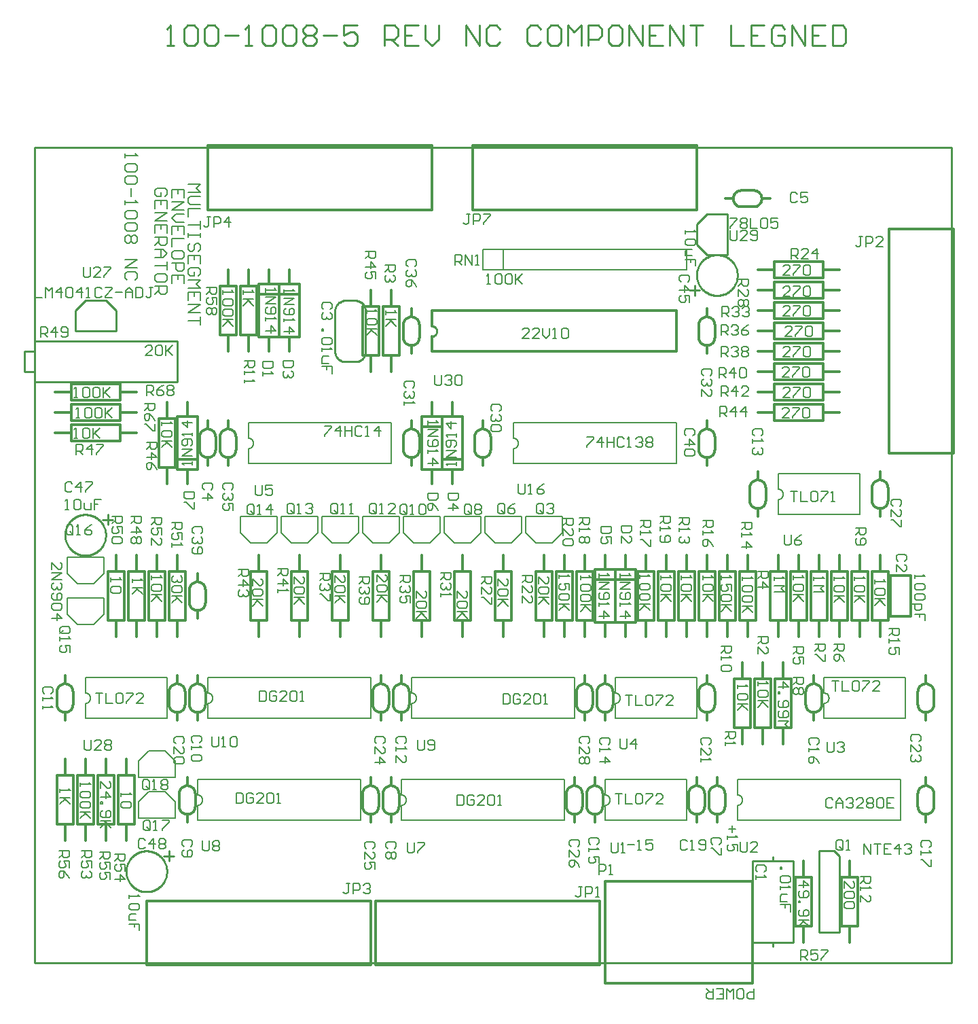
<source format=gto>
*%FSLAX23Y23*%
*%MOIN*%
G01*
%ADD11C,0.006*%
%ADD12C,0.007*%
%ADD13C,0.008*%
%ADD14C,0.010*%
%ADD15C,0.012*%
%ADD16C,0.032*%
%ADD17C,0.036*%
%ADD18C,0.050*%
%ADD19C,0.052*%
%ADD20C,0.055*%
%ADD21C,0.056*%
%ADD22C,0.059*%
%ADD23C,0.062*%
%ADD24C,0.066*%
%ADD25C,0.070*%
%ADD26C,0.090*%
%ADD27C,0.125*%
%ADD28C,0.129*%
%ADD29C,0.140*%
%ADD30C,0.160*%
%ADD31C,0.250*%
%ADD32R,0.062X0.062*%
%ADD33R,0.066X0.066*%
D11*
X11074Y6469D02*
Y6502D01*
X11091Y6485D02*
X11057D01*
X11049Y6452D02*
Y6435D01*
Y6444D01*
X11099D01*
X11100D01*
X11099D02*
X11091Y6452D01*
X11099Y6410D02*
Y6377D01*
Y6410D02*
X11074D01*
X11082Y6394D01*
Y6385D01*
X11074Y6377D01*
X11057D01*
X11049Y6385D01*
Y6402D01*
X11057Y6410D01*
X10592Y6407D02*
X10559D01*
X10609Y6382D02*
X10626D01*
X10617D01*
Y6432D01*
X10618D01*
X10617D02*
X10609Y6424D01*
X10651Y6432D02*
X10684D01*
X10651D02*
Y6407D01*
X10667Y6415D01*
X10676D01*
X10684Y6407D01*
Y6390D01*
X10676Y6382D01*
X10659D01*
X10651Y6390D01*
X11696Y9392D02*
X11712D01*
X11704D02*
X11696D01*
X11704D02*
Y9350D01*
X11696Y9342D01*
X11687D01*
X11679Y9350D01*
X11729Y9342D02*
Y9392D01*
X11754D01*
X11762Y9384D01*
Y9367D01*
X11754Y9359D01*
X11729D01*
X11779Y9342D02*
X11812D01*
X11779D02*
X11812Y9375D01*
Y9384D01*
X11804Y9392D01*
X11787D01*
X11779Y9384D01*
X11904Y8077D02*
X11896Y8069D01*
X11904Y8077D02*
Y8094D01*
X11896Y8102D01*
X11862D01*
X11854Y8094D01*
Y8077D01*
X11862Y8069D01*
X11854Y8052D02*
Y8019D01*
Y8052D02*
X11887Y8019D01*
X11896D01*
X11904Y8027D01*
Y8044D01*
X11896Y8052D01*
X11904Y8002D02*
Y7969D01*
X11896D01*
X11862Y8002D01*
X11854D01*
X11392Y8142D02*
X11359D01*
X11376D02*
X11392D01*
X11376D02*
Y8092D01*
X11409D02*
Y8142D01*
Y8092D02*
X11442D01*
X11459Y8134D02*
X11467Y8142D01*
X11484D01*
X11492Y8134D01*
Y8100D01*
X11484Y8092D01*
X11467D01*
X11459Y8100D01*
Y8134D01*
X11509Y8142D02*
X11542D01*
Y8134D01*
X11509Y8100D01*
Y8092D01*
X11559D02*
X11576D01*
X11567D01*
Y8142D01*
X11568D01*
X11567D02*
X11559Y8134D01*
X11329Y7927D02*
Y7885D01*
X11337Y7877D01*
X11354D01*
X11362Y7885D01*
Y7927D01*
X11396Y7919D02*
X11412Y7927D01*
X11396Y7919D02*
X11379Y7902D01*
Y7885D01*
X11387Y7877D01*
X11404D01*
X11412Y7885D01*
Y7894D01*
X11404Y7902D01*
X11379D01*
X11999Y6922D02*
X11991Y6914D01*
X11999Y6922D02*
Y6939D01*
X11991Y6947D01*
X11957D01*
X11949Y6939D01*
Y6922D01*
X11957Y6914D01*
X11949Y6897D02*
Y6864D01*
Y6897D02*
X11982Y6864D01*
X11991D01*
X11999Y6872D01*
Y6889D01*
X11991Y6897D01*
Y6847D02*
X11999Y6839D01*
Y6822D01*
X11991Y6814D01*
X11982D01*
X11983D01*
X11982D02*
X11983D01*
X11982D02*
X11983D01*
X11982D02*
X11974Y6822D01*
Y6830D01*
Y6822D01*
X11966Y6814D01*
X11957D01*
X11949Y6822D01*
Y6839D01*
X11957Y6847D01*
X11597Y7212D02*
X11564D01*
X11581D02*
X11597D01*
X11581D02*
Y7162D01*
X11614D02*
Y7212D01*
Y7162D02*
X11647D01*
X11664Y7204D02*
X11672Y7212D01*
X11689D01*
X11697Y7204D01*
Y7170D01*
X11689Y7162D01*
X11672D01*
X11664Y7170D01*
Y7204D01*
X11714Y7212D02*
X11747D01*
Y7204D01*
X11714Y7170D01*
Y7162D01*
X11764D02*
X11797D01*
X11764D02*
X11797Y7195D01*
Y7204D01*
X11789Y7212D01*
X11772D01*
X11764Y7204D01*
X11539Y6912D02*
Y6870D01*
X11547Y6862D01*
X11564D01*
X11572Y6870D01*
Y6912D01*
X11589Y6904D02*
X11597Y6912D01*
X11614D01*
X11622Y6904D01*
Y6895D01*
X11623D01*
X11622D02*
X11623D01*
X11622D02*
X11623D01*
X11622D02*
X11614Y6887D01*
X11606D01*
X11614D01*
X11622Y6879D01*
Y6870D01*
X11614Y6862D01*
X11597D01*
X11589Y6870D01*
X11499Y6907D02*
X11491Y6899D01*
X11499Y6907D02*
Y6924D01*
X11491Y6932D01*
X11457D01*
X11449Y6924D01*
Y6907D01*
X11457Y6899D01*
X11449Y6882D02*
Y6865D01*
Y6874D01*
X11499D01*
X11500D01*
X11499D02*
X11491Y6882D01*
Y6824D02*
X11499Y6807D01*
X11491Y6824D02*
X11474Y6840D01*
X11457D01*
X11449Y6832D01*
Y6815D01*
X11457Y6807D01*
X11466D01*
X11474Y6815D01*
Y6840D01*
X11374Y7710D02*
Y7727D01*
Y7719D02*
Y7710D01*
Y7719D02*
X11424D01*
X11425D01*
X11424D02*
X11416Y7727D01*
Y7685D02*
X11424Y7677D01*
Y7660D01*
X11416Y7652D01*
X11382D01*
X11374Y7660D01*
Y7677D01*
X11382Y7685D01*
X11416D01*
X11424Y7635D02*
X11374D01*
X11391D01*
X11424Y7602D01*
X11399Y7627D01*
X11374Y7602D01*
Y7377D02*
X11424D01*
Y7352D01*
X11416Y7344D01*
X11399D01*
X11391Y7352D01*
Y7377D01*
Y7360D02*
X11374Y7344D01*
X11424Y7327D02*
Y7294D01*
Y7327D02*
X11399D01*
X11407Y7310D01*
Y7302D01*
X11399Y7294D01*
X11382D01*
X11374Y7302D01*
Y7319D01*
X11382Y7327D01*
X11474Y7705D02*
Y7722D01*
Y7714D02*
Y7705D01*
Y7714D02*
X11524D01*
X11525D01*
X11524D02*
X11516Y7722D01*
X11524Y7680D02*
X11474D01*
X11507Y7664D02*
X11524Y7680D01*
X11507Y7664D02*
X11524Y7647D01*
X11474D01*
X11479Y7392D02*
X11529D01*
Y7367D01*
X11521Y7359D01*
X11504D01*
X11496Y7367D01*
Y7392D01*
Y7375D02*
X11479Y7359D01*
X11529Y7342D02*
Y7309D01*
X11521D01*
X11487Y7342D01*
X11479D01*
X11574Y7705D02*
Y7722D01*
Y7714D02*
Y7705D01*
Y7714D02*
X11624D01*
X11625D01*
X11624D02*
X11616Y7722D01*
Y7680D02*
X11624Y7672D01*
Y7655D01*
X11616Y7647D01*
X11582D01*
X11574Y7655D01*
Y7672D01*
X11582Y7680D01*
X11616D01*
X11624Y7630D02*
X11574D01*
X11591D01*
X11624Y7597D01*
X11599Y7622D01*
X11574Y7597D01*
Y7392D02*
X11624D01*
Y7367D01*
X11616Y7359D01*
X11599D01*
X11591Y7367D01*
Y7392D01*
Y7375D02*
X11574Y7359D01*
X11616Y7325D02*
X11624Y7309D01*
X11616Y7325D02*
X11599Y7342D01*
X11582D01*
X11574Y7334D01*
Y7317D01*
X11582Y7309D01*
X11591D01*
X11599Y7317D01*
Y7342D01*
X12049Y6402D02*
X12041Y6394D01*
X12049Y6402D02*
Y6419D01*
X12041Y6427D01*
X12007D01*
X11999Y6419D01*
Y6402D01*
X12007Y6394D01*
X11999Y6377D02*
Y6360D01*
Y6369D01*
X12049D01*
X12050D01*
X12049D02*
X12041Y6377D01*
X12049Y6335D02*
Y6302D01*
X12041D01*
X12007Y6335D01*
X11999D01*
X11774Y7690D02*
Y7707D01*
Y7699D02*
Y7690D01*
Y7699D02*
X11824D01*
X11825D01*
X11824D02*
X11816Y7707D01*
Y7665D02*
X11824Y7657D01*
Y7640D01*
X11816Y7632D01*
X11782D01*
X11774Y7640D01*
Y7657D01*
X11782Y7665D01*
X11816D01*
X11824Y7615D02*
X11774D01*
X11791D01*
X11824Y7582D01*
X11799Y7607D01*
X11774Y7582D01*
X11844Y7467D02*
X11894D01*
Y7442D01*
X11886Y7434D01*
X11869D01*
X11861Y7442D01*
Y7467D01*
Y7450D02*
X11844Y7434D01*
Y7417D02*
Y7400D01*
Y7409D01*
X11894D01*
X11895D01*
X11894D02*
X11886Y7417D01*
X11894Y7375D02*
Y7342D01*
Y7375D02*
X11869D01*
X11877Y7359D01*
Y7350D01*
X11869Y7342D01*
X11852D01*
X11844Y7350D01*
Y7367D01*
X11852Y7375D01*
X11674Y7705D02*
Y7722D01*
Y7714D02*
Y7705D01*
Y7714D02*
X11724D01*
X11725D01*
X11724D02*
X11716Y7722D01*
Y7680D02*
X11724Y7672D01*
Y7655D01*
X11716Y7647D01*
X11682D01*
X11674Y7655D01*
Y7672D01*
X11682Y7680D01*
X11716D01*
X11724Y7630D02*
X11674D01*
X11691D01*
X11724Y7597D01*
X11699Y7622D01*
X11674Y7597D01*
X11679Y7962D02*
X11729D01*
Y7937D01*
X11721Y7929D01*
X11704D01*
X11696Y7937D01*
Y7962D01*
Y7945D02*
X11679Y7929D01*
X11687Y7912D02*
X11679Y7904D01*
Y7887D01*
X11687Y7879D01*
X11721D01*
X11729Y7887D01*
Y7904D01*
X11721Y7912D01*
X11712D01*
X11704Y7904D01*
Y7879D01*
X11969Y7732D02*
Y7715D01*
Y7724D01*
X12019D01*
X12020D01*
X12019D02*
X12011Y7732D01*
Y7690D02*
X12019Y7682D01*
Y7665D01*
X12011Y7657D01*
X11977D01*
X11969Y7665D01*
Y7682D01*
X11977Y7690D01*
X12011D01*
Y7640D02*
X12019Y7632D01*
Y7615D01*
X12011Y7607D01*
X11977D01*
X11969Y7615D01*
Y7632D01*
X11977Y7640D01*
X12011D01*
X12002Y7590D02*
X11952D01*
X12002D02*
Y7565D01*
X11994Y7557D01*
X11977D01*
X11969Y7565D01*
Y7590D01*
X12019Y7540D02*
Y7507D01*
Y7540D02*
X11994D01*
Y7524D01*
Y7540D01*
X11969D01*
X11921Y7799D02*
X11929Y7807D01*
Y7824D01*
X11921Y7832D01*
X11887D01*
X11879Y7824D01*
Y7807D01*
X11887Y7799D01*
X11879Y7782D02*
Y7749D01*
Y7782D02*
X11912Y7749D01*
X11921D01*
X11929Y7757D01*
Y7774D01*
X11921Y7782D01*
X11449Y6207D02*
X11399D01*
X11424Y6232D02*
X11449Y6207D01*
X11424Y6199D02*
Y6232D01*
X11407Y6182D02*
X11399Y6174D01*
Y6157D01*
X11407Y6149D01*
X11441D01*
X11449Y6157D01*
Y6174D01*
X11441Y6182D01*
X11432D01*
X11424Y6174D01*
Y6149D01*
X11407Y6132D02*
X11399D01*
X11407D02*
Y6124D01*
X11399D01*
Y6132D01*
X11407Y6090D02*
X11399Y6082D01*
Y6065D01*
X11407Y6057D01*
X11441D01*
X11449Y6065D01*
Y6082D01*
X11441Y6090D01*
X11432D01*
X11424Y6082D01*
Y6057D01*
X11449Y6040D02*
X11399D01*
X11416D01*
X11449Y6007D01*
X11424Y6032D01*
X11399Y6007D01*
X11409Y5892D02*
Y5842D01*
Y5892D02*
X11434D01*
X11442Y5884D01*
Y5867D01*
X11434Y5859D01*
X11409D01*
X11426D02*
X11442Y5842D01*
X11459Y5892D02*
X11492D01*
X11459D02*
Y5867D01*
X11476Y5875D01*
X11484D01*
X11492Y5867D01*
Y5850D01*
X11484Y5842D01*
X11467D01*
X11459Y5850D01*
X11509Y5892D02*
X11542D01*
Y5884D01*
X11509Y5850D01*
Y5842D01*
X11624Y6194D02*
Y6227D01*
X11657Y6194D01*
X11666D01*
X11674Y6202D01*
Y6219D01*
X11666Y6227D01*
Y6177D02*
X11674Y6169D01*
Y6152D01*
X11666Y6144D01*
X11632D01*
X11624Y6152D01*
Y6169D01*
X11632Y6177D01*
X11666D01*
Y6127D02*
X11674Y6119D01*
Y6102D01*
X11666Y6094D01*
X11632D01*
X11624Y6102D01*
Y6119D01*
X11632Y6127D01*
X11666D01*
X11704Y6252D02*
X11754D01*
Y6227D01*
X11746Y6219D01*
X11729D01*
X11721Y6227D01*
Y6252D01*
Y6235D02*
X11704Y6219D01*
Y6202D02*
Y6185D01*
Y6194D01*
X11754D01*
X11755D01*
X11754D02*
X11746Y6202D01*
X11704Y6160D02*
Y6127D01*
Y6160D02*
X11737Y6127D01*
X11746D01*
X11754Y6135D01*
Y6152D01*
X11746Y6160D01*
X11719Y6362D02*
Y6412D01*
X11752Y6362D01*
Y6412D01*
X11769D02*
X11802D01*
X11786D01*
Y6362D01*
X11819Y6412D02*
X11852D01*
X11819D02*
Y6362D01*
X11852D01*
X11836Y6387D02*
X11819D01*
X11894Y6362D02*
Y6412D01*
X11869Y6387D01*
X11902D01*
X11919Y6404D02*
X11927Y6412D01*
X11944D01*
X11952Y6404D01*
Y6395D01*
X11953D01*
X11952D02*
X11953D01*
X11952D02*
X11953D01*
X11952D02*
X11944Y6387D01*
X11936D01*
X11944D01*
X11952Y6379D01*
Y6370D01*
X11944Y6362D01*
X11927D01*
X11919Y6370D01*
X11617Y6390D02*
Y6424D01*
X11609Y6432D01*
X11592D01*
X11584Y6424D01*
Y6390D01*
X11592Y6382D01*
X11609D01*
X11617D02*
X11601Y6399D01*
X11609Y6382D02*
X11617Y6390D01*
X11634Y6382D02*
X11651D01*
X11642D01*
Y6432D01*
X11643D01*
X11642D02*
X11634Y6424D01*
X11392Y9599D02*
X11384Y9607D01*
X11367D01*
X11359Y9599D01*
Y9565D01*
X11367Y9557D01*
X11384D01*
X11392Y9565D01*
X11409Y9607D02*
X11442D01*
X11409D02*
Y9582D01*
X11426Y9590D01*
X11434D01*
X11442Y9582D01*
Y9565D01*
X11434Y9557D01*
X11417D01*
X11409Y9565D01*
X11352Y8502D02*
X11319D01*
X11352Y8535D01*
Y8544D01*
X11344Y8552D01*
X11327D01*
X11319Y8544D01*
X11369Y8552D02*
X11402D01*
Y8544D01*
X11369Y8510D01*
Y8502D01*
X11419Y8544D02*
X11427Y8552D01*
X11444D01*
X11452Y8544D01*
Y8510D01*
X11444Y8502D01*
X11427D01*
X11419Y8510D01*
Y8544D01*
X11014Y8557D02*
Y8507D01*
Y8557D02*
X11039D01*
X11047Y8549D01*
Y8532D01*
X11039Y8524D01*
X11014D01*
X11031D02*
X11047Y8507D01*
X11089D02*
Y8557D01*
X11064Y8532D01*
X11097D01*
X11139Y8507D02*
Y8557D01*
X11114Y8532D01*
X11147D01*
X11324Y8602D02*
X11357D01*
X11324D02*
X11357Y8635D01*
Y8644D01*
X11349Y8652D01*
X11332D01*
X11324Y8644D01*
X11374Y8652D02*
X11407D01*
Y8644D01*
X11374Y8610D01*
Y8602D01*
X11424Y8644D02*
X11432Y8652D01*
X11449D01*
X11457Y8644D01*
Y8610D01*
X11449Y8602D01*
X11432D01*
X11424Y8610D01*
Y8644D01*
X11019Y8657D02*
Y8607D01*
Y8657D02*
X11044D01*
X11052Y8649D01*
Y8632D01*
X11044Y8624D01*
X11019D01*
X11036D02*
X11052Y8607D01*
X11094D02*
Y8657D01*
X11069Y8632D01*
X11102D01*
X11119Y8607D02*
X11152D01*
X11119D02*
X11152Y8640D01*
Y8649D01*
X11144Y8657D01*
X11127D01*
X11119Y8649D01*
X11319Y8702D02*
X11352D01*
X11319D02*
X11352Y8735D01*
Y8744D01*
X11344Y8752D01*
X11327D01*
X11319Y8744D01*
X11369Y8752D02*
X11402D01*
Y8744D01*
X11369Y8710D01*
Y8702D01*
X11419Y8744D02*
X11427Y8752D01*
X11444D01*
X11452Y8744D01*
Y8710D01*
X11444Y8702D01*
X11427D01*
X11419Y8710D01*
Y8744D01*
X11009Y8747D02*
Y8697D01*
Y8747D02*
X11034D01*
X11042Y8739D01*
Y8722D01*
X11034Y8714D01*
X11009D01*
X11026D02*
X11042Y8697D01*
X11084D02*
Y8747D01*
X11059Y8722D01*
X11092D01*
X11109Y8739D02*
X11117Y8747D01*
X11134D01*
X11142Y8739D01*
Y8705D01*
X11134Y8697D01*
X11117D01*
X11109Y8705D01*
Y8739D01*
X11324Y8802D02*
X11357D01*
X11324D02*
X11357Y8835D01*
Y8844D01*
X11349Y8852D01*
X11332D01*
X11324Y8844D01*
X11374Y8852D02*
X11407D01*
Y8844D01*
X11374Y8810D01*
Y8802D01*
X11424Y8844D02*
X11432Y8852D01*
X11449D01*
X11457Y8844D01*
Y8810D01*
X11449Y8802D01*
X11432D01*
X11424Y8810D01*
Y8844D01*
X11019Y8852D02*
Y8802D01*
Y8852D02*
X11044D01*
X11052Y8844D01*
Y8827D01*
X11044Y8819D01*
X11019D01*
X11036D02*
X11052Y8802D01*
X11069Y8844D02*
X11077Y8852D01*
X11094D01*
X11102Y8844D01*
Y8835D01*
X11103D01*
X11102D02*
X11103D01*
X11102D02*
X11103D01*
X11102D02*
X11094Y8827D01*
X11086D01*
X11094D01*
X11102Y8819D01*
Y8810D01*
X11094Y8802D01*
X11077D01*
X11069Y8810D01*
X11119Y8844D02*
X11127Y8852D01*
X11144D01*
X11152Y8844D01*
Y8835D01*
X11144Y8827D01*
X11152Y8819D01*
Y8810D01*
X11144Y8802D01*
X11127D01*
X11119Y8810D01*
Y8819D01*
X11127Y8827D01*
X11119Y8835D01*
Y8844D01*
X11127Y8827D02*
X11144D01*
X11334Y8902D02*
X11367D01*
X11334D02*
X11367Y8935D01*
Y8944D01*
X11359Y8952D01*
X11342D01*
X11334Y8944D01*
X11384Y8952D02*
X11417D01*
Y8944D01*
X11384Y8910D01*
Y8902D01*
X11434Y8944D02*
X11442Y8952D01*
X11459D01*
X11467Y8944D01*
Y8910D01*
X11459Y8902D01*
X11442D01*
X11434Y8910D01*
Y8944D01*
X11019Y8957D02*
Y8907D01*
Y8957D02*
X11044D01*
X11052Y8949D01*
Y8932D01*
X11044Y8924D01*
X11019D01*
X11036D02*
X11052Y8907D01*
X11069Y8949D02*
X11077Y8957D01*
X11094D01*
X11102Y8949D01*
Y8940D01*
X11103D01*
X11102D02*
X11103D01*
X11102D02*
X11103D01*
X11102D02*
X11094Y8932D01*
X11086D01*
X11094D01*
X11102Y8924D01*
Y8915D01*
X11094Y8907D01*
X11077D01*
X11069Y8915D01*
X11136Y8949D02*
X11152Y8957D01*
X11136Y8949D02*
X11119Y8932D01*
Y8915D01*
X11127Y8907D01*
X11144D01*
X11152Y8915D01*
Y8924D01*
X11144Y8932D01*
X11119D01*
X11324Y9002D02*
X11357D01*
X11324D02*
X11357Y9035D01*
Y9044D01*
X11349Y9052D01*
X11332D01*
X11324Y9044D01*
X11374Y9052D02*
X11407D01*
Y9044D01*
X11374Y9010D01*
Y9002D01*
X11424Y9044D02*
X11432Y9052D01*
X11449D01*
X11457Y9044D01*
Y9010D01*
X11449Y9002D01*
X11432D01*
X11424Y9010D01*
Y9044D01*
X11024Y9047D02*
Y8997D01*
Y9047D02*
X11049D01*
X11057Y9039D01*
Y9022D01*
X11049Y9014D01*
X11024D01*
X11041D02*
X11057Y8997D01*
X11074Y9039D02*
X11082Y9047D01*
X11099D01*
X11107Y9039D01*
Y9030D01*
X11108D01*
X11107D02*
X11108D01*
X11107D02*
X11108D01*
X11107D02*
X11099Y9022D01*
X11091D01*
X11099D01*
X11107Y9014D01*
Y9005D01*
X11099Y8997D01*
X11082D01*
X11074Y9005D01*
X11124Y9039D02*
X11132Y9047D01*
X11149D01*
X11157Y9039D01*
Y9030D01*
X11158D01*
X11157D02*
X11158D01*
X11157D02*
X11158D01*
X11157D02*
X11149Y9022D01*
X11141D01*
X11149D01*
X11157Y9014D01*
Y9005D01*
X11149Y8997D01*
X11132D01*
X11124Y9005D01*
X11324Y9097D02*
X11357D01*
X11324D02*
X11357Y9130D01*
Y9139D01*
X11349Y9147D01*
X11332D01*
X11324Y9139D01*
X11374Y9147D02*
X11407D01*
Y9139D01*
X11374Y9105D01*
Y9097D01*
X11424Y9139D02*
X11432Y9147D01*
X11449D01*
X11457Y9139D01*
Y9105D01*
X11449Y9097D01*
X11432D01*
X11424Y9105D01*
Y9139D01*
X11154Y9182D02*
X11104D01*
X11154D02*
Y9157D01*
X11146Y9149D01*
X11129D01*
X11121Y9157D01*
Y9182D01*
Y9165D02*
X11104Y9149D01*
Y9132D02*
Y9099D01*
Y9132D02*
X11137Y9099D01*
X11146D01*
X11154Y9107D01*
Y9124D01*
X11146Y9132D01*
Y9082D02*
X11154Y9074D01*
Y9057D01*
X11146Y9049D01*
X11137D01*
X11129Y9057D01*
X11121Y9049D01*
X11112D01*
X11104Y9057D01*
Y9074D01*
X11112Y9082D01*
X11121D01*
X11129Y9074D01*
X11137Y9082D01*
X11146D01*
X11129Y9074D02*
Y9057D01*
X11324Y9202D02*
X11357D01*
X11324D02*
X11357Y9235D01*
Y9244D01*
X11349Y9252D01*
X11332D01*
X11324Y9244D01*
X11374Y9252D02*
X11407D01*
Y9244D01*
X11374Y9210D01*
Y9202D01*
X11424Y9244D02*
X11432Y9252D01*
X11449D01*
X11457Y9244D01*
Y9210D01*
X11449Y9202D01*
X11432D01*
X11424Y9210D01*
Y9244D01*
X11364Y9282D02*
Y9332D01*
X11389D01*
X11397Y9324D01*
Y9307D01*
X11389Y9299D01*
X11364D01*
X11381D02*
X11397Y9282D01*
X11414D02*
X11447D01*
X11414D02*
X11447Y9315D01*
Y9324D01*
X11439Y9332D01*
X11422D01*
X11414Y9324D01*
X11489Y9332D02*
Y9282D01*
X11464Y9307D02*
X11489Y9332D01*
X11497Y9307D02*
X11464D01*
X9787Y9502D02*
X9771D01*
X9779D01*
Y9460D01*
X9771Y9452D01*
X9762D01*
X9754Y9460D01*
X9804Y9452D02*
Y9502D01*
X9829D01*
X9837Y9494D01*
Y9477D01*
X9829Y9469D01*
X9804D01*
X9854Y9502D02*
X9887D01*
Y9494D01*
X9854Y9460D01*
Y9452D01*
X9869Y9157D02*
X9886D01*
X9877D01*
Y9207D01*
X9878D01*
X9877D02*
X9869Y9199D01*
X9911D02*
X9919Y9207D01*
X9936D01*
X9944Y9199D01*
Y9165D01*
X9936Y9157D01*
X9919D01*
X9911Y9165D01*
Y9199D01*
X9961D02*
X9969Y9207D01*
X9986D01*
X9994Y9199D01*
Y9165D01*
X9986Y9157D01*
X9969D01*
X9961Y9165D01*
Y9199D01*
X10011Y9207D02*
Y9157D01*
Y9174D01*
X10044Y9207D01*
X10019Y9182D01*
X10044Y9157D01*
X9714Y9252D02*
Y9302D01*
X9739D01*
X9747Y9294D01*
Y9277D01*
X9739Y9269D01*
X9714D01*
X9731D02*
X9747Y9252D01*
X9764D02*
Y9302D01*
X9797Y9252D01*
Y9302D01*
X9814Y9252D02*
X9831D01*
X9822D01*
Y9302D01*
X9823D01*
X9822D02*
X9814Y9294D01*
X10359Y8407D02*
X10392D01*
Y8399D01*
X10359Y8365D01*
Y8357D01*
X10434D02*
Y8407D01*
X10409Y8382D01*
X10442D01*
X10459Y8407D02*
Y8357D01*
Y8382D01*
X10492D01*
Y8407D01*
Y8357D01*
X10534Y8407D02*
X10542Y8399D01*
X10534Y8407D02*
X10517D01*
X10509Y8399D01*
Y8365D01*
X10517Y8357D01*
X10534D01*
X10542Y8365D01*
X10559Y8357D02*
X10576D01*
X10567D01*
Y8407D01*
X10568D01*
X10567D02*
X10559Y8399D01*
X10601D02*
X10609Y8407D01*
X10626D01*
X10634Y8399D01*
Y8390D01*
X10635D01*
X10634D02*
X10635D01*
X10634D02*
X10635D01*
X10634D02*
X10626Y8382D01*
X10617D01*
X10626D01*
X10634Y8374D01*
Y8365D01*
X10626Y8357D01*
X10609D01*
X10601Y8365D01*
X10651Y8399D02*
X10659Y8407D01*
X10676D01*
X10684Y8399D01*
Y8390D01*
X10676Y8382D01*
X10684Y8374D01*
Y8365D01*
X10676Y8357D01*
X10659D01*
X10651Y8365D01*
Y8374D01*
X10659Y8382D01*
X10651Y8390D01*
Y8399D01*
X10659Y8382D02*
X10676D01*
X10024Y8177D02*
Y8135D01*
X10032Y8127D01*
X10049D01*
X10057Y8135D01*
Y8177D01*
X10074Y8127D02*
X10091D01*
X10082D01*
Y8177D01*
X10083D01*
X10082D02*
X10074Y8169D01*
X10132D02*
X10149Y8177D01*
X10132Y8169D02*
X10116Y8152D01*
Y8135D01*
X10124Y8127D01*
X10141D01*
X10149Y8135D01*
Y8144D01*
X10141Y8152D01*
X10116D01*
X10966Y8709D02*
X10974Y8717D01*
Y8734D01*
X10966Y8742D01*
X10932D01*
X10924Y8734D01*
Y8717D01*
X10932Y8709D01*
X10966Y8692D02*
X10974Y8684D01*
Y8667D01*
X10966Y8659D01*
X10957D01*
X10958D01*
X10957D02*
X10958D01*
X10957D02*
X10958D01*
X10957D02*
X10949Y8667D01*
Y8675D01*
Y8667D01*
X10941Y8659D01*
X10932D01*
X10924Y8667D01*
Y8684D01*
X10932Y8692D01*
X10924Y8642D02*
Y8609D01*
Y8642D02*
X10957Y8609D01*
X10966D01*
X10974Y8617D01*
Y8634D01*
X10966Y8642D01*
X10889Y8422D02*
X10881Y8414D01*
X10889Y8422D02*
Y8439D01*
X10881Y8447D01*
X10847D01*
X10839Y8439D01*
Y8422D01*
X10847Y8414D01*
X10839Y8372D02*
X10889D01*
X10864Y8397D01*
Y8364D01*
X10881Y8347D02*
X10889Y8339D01*
Y8322D01*
X10881Y8314D01*
X10847D01*
X10839Y8322D01*
Y8339D01*
X10847Y8347D01*
X10881D01*
X9939Y8542D02*
X9931Y8534D01*
X9939Y8542D02*
Y8559D01*
X9931Y8567D01*
X9897D01*
X9889Y8559D01*
Y8542D01*
X9897Y8534D01*
X9931Y8517D02*
X9939Y8509D01*
Y8492D01*
X9931Y8484D01*
X9922D01*
X9923D01*
X9922D02*
X9923D01*
X9922D02*
X9923D01*
X9922D02*
X9914Y8492D01*
Y8500D01*
Y8492D01*
X9906Y8484D01*
X9897D01*
X9889Y8492D01*
Y8509D01*
X9897Y8517D01*
X9931Y8467D02*
X9939Y8459D01*
Y8442D01*
X9931Y8434D01*
X9897D01*
X9889Y8442D01*
Y8459D01*
X9897Y8467D01*
X9931D01*
X11216Y8414D02*
X11224Y8422D01*
Y8439D01*
X11216Y8447D01*
X11182D01*
X11174Y8439D01*
Y8422D01*
X11182Y8414D01*
X11174Y8397D02*
Y8380D01*
Y8389D01*
X11224D01*
X11225D01*
X11224D02*
X11216Y8397D01*
Y8355D02*
X11224Y8347D01*
Y8330D01*
X11216Y8322D01*
X11207D01*
X11208D01*
X11207D02*
X11208D01*
X11207D02*
X11208D01*
X11207D02*
X11199Y8330D01*
Y8339D01*
Y8330D01*
X11191Y8322D01*
X11182D01*
X11174Y8330D01*
Y8347D01*
X11182Y8355D01*
X10844Y9405D02*
Y9422D01*
Y9414D02*
Y9405D01*
Y9414D02*
X10894D01*
X10895D01*
X10894D02*
X10886Y9422D01*
Y9380D02*
X10894Y9372D01*
Y9355D01*
X10886Y9347D01*
X10852D01*
X10844Y9355D01*
Y9372D01*
X10852Y9380D01*
X10886D01*
X10877Y9330D02*
X10852D01*
X10844Y9322D01*
Y9297D01*
X10877D01*
X10894Y9280D02*
Y9247D01*
Y9280D02*
X10869D01*
Y9264D01*
Y9280D01*
X10844D01*
X10864Y9177D02*
X10856Y9169D01*
X10864Y9177D02*
Y9194D01*
X10856Y9202D01*
X10822D01*
X10814Y9194D01*
Y9177D01*
X10822Y9169D01*
X10814Y9127D02*
X10864D01*
X10839Y9152D01*
Y9119D01*
X10864Y9102D02*
Y9069D01*
Y9102D02*
X10839D01*
X10847Y9085D01*
Y9077D01*
X10839Y9069D01*
X10822D01*
X10814Y9077D01*
Y9094D01*
X10822Y9102D01*
X11064Y9482D02*
X11097D01*
Y9474D01*
X11064Y9440D01*
Y9432D01*
X11114Y9474D02*
X11122Y9482D01*
X11139D01*
X11147Y9474D01*
Y9465D01*
X11139Y9457D01*
X11147Y9449D01*
Y9440D01*
X11139Y9432D01*
X11122D01*
X11114Y9440D01*
Y9449D01*
X11122Y9457D01*
X11114Y9465D01*
Y9474D01*
X11122Y9457D02*
X11139D01*
X11164Y9482D02*
Y9432D01*
X11197D01*
X11214Y9474D02*
X11222Y9482D01*
X11239D01*
X11247Y9474D01*
Y9440D01*
X11239Y9432D01*
X11222D01*
X11214Y9440D01*
Y9474D01*
X11264Y9482D02*
X11297D01*
X11264D02*
Y9457D01*
X11281Y9465D01*
X11289D01*
X11297Y9457D01*
Y9440D01*
X11289Y9432D01*
X11272D01*
X11264Y9440D01*
X11064Y9422D02*
Y9380D01*
X11072Y9372D01*
X11089D01*
X11097Y9380D01*
Y9422D01*
X11114Y9372D02*
X11147D01*
X11114D02*
X11147Y9405D01*
Y9414D01*
X11139Y9422D01*
X11122D01*
X11114Y9414D01*
X11164Y9380D02*
X11172Y9372D01*
X11189D01*
X11197Y9380D01*
Y9414D01*
X11189Y9422D01*
X11172D01*
X11164Y9414D01*
Y9405D01*
X11172Y9397D01*
X11197D01*
X10374Y6912D02*
X10366Y6904D01*
X10374Y6912D02*
Y6929D01*
X10366Y6937D01*
X10332D01*
X10324Y6929D01*
Y6912D01*
X10332Y6904D01*
X10324Y6887D02*
Y6854D01*
Y6887D02*
X10357Y6854D01*
X10366D01*
X10374Y6862D01*
Y6879D01*
X10366Y6887D01*
Y6837D02*
X10374Y6829D01*
Y6812D01*
X10366Y6804D01*
X10357D01*
X10349Y6812D01*
X10341Y6804D01*
X10332D01*
X10324Y6812D01*
Y6829D01*
X10332Y6837D01*
X10341D01*
X10349Y6829D01*
X10357Y6837D01*
X10366D01*
X10349Y6829D02*
Y6812D01*
X10549Y7142D02*
X10582D01*
X10566D01*
Y7092D01*
X10599D02*
Y7142D01*
Y7092D02*
X10632D01*
X10649Y7134D02*
X10657Y7142D01*
X10674D01*
X10682Y7134D01*
Y7100D01*
X10674Y7092D01*
X10657D01*
X10649Y7100D01*
Y7134D01*
X10699Y7142D02*
X10732D01*
Y7134D01*
X10699Y7100D01*
Y7092D01*
X10749D02*
X10782D01*
X10749D02*
X10782Y7125D01*
Y7134D01*
X10774Y7142D01*
X10757D01*
X10749Y7134D01*
X10524Y6927D02*
Y6885D01*
X10532Y6877D01*
X10549D01*
X10557Y6885D01*
Y6927D01*
X10599D02*
Y6877D01*
X10574Y6902D02*
X10599Y6927D01*
X10607Y6902D02*
X10574D01*
X10474Y6907D02*
X10466Y6899D01*
X10474Y6907D02*
Y6924D01*
X10466Y6932D01*
X10432D01*
X10424Y6924D01*
Y6907D01*
X10432Y6899D01*
X10424Y6882D02*
Y6865D01*
Y6874D01*
X10474D01*
X10475D01*
X10474D02*
X10466Y6882D01*
X10474Y6815D02*
X10424D01*
X10449Y6840D02*
X10474Y6815D01*
X10449Y6807D02*
Y6840D01*
X10961Y6899D02*
X10969Y6907D01*
Y6924D01*
X10961Y6932D01*
X10927D01*
X10919Y6924D01*
Y6907D01*
X10927Y6899D01*
X10919Y6882D02*
Y6849D01*
Y6882D02*
X10952Y6849D01*
X10961D01*
X10969Y6857D01*
Y6874D01*
X10961Y6882D01*
X10919Y6832D02*
Y6815D01*
Y6824D01*
X10969D01*
X10970D01*
X10969D02*
X10961Y6832D01*
X10419Y7720D02*
Y7737D01*
Y7729D02*
Y7720D01*
Y7729D02*
X10469D01*
X10470D01*
X10469D02*
X10461Y7737D01*
X10469Y7695D02*
X10419D01*
Y7662D02*
X10469Y7695D01*
Y7662D02*
X10419D01*
X10427Y7645D02*
X10419Y7637D01*
Y7620D01*
X10427Y7612D01*
X10461D01*
X10469Y7620D01*
Y7637D01*
X10461Y7645D01*
X10452D01*
X10444Y7637D01*
Y7612D01*
X10419Y7595D02*
Y7579D01*
Y7587D01*
X10469D01*
X10470D01*
X10469D02*
X10461Y7595D01*
X10469Y7529D02*
X10419D01*
X10444Y7554D02*
X10469Y7529D01*
X10444Y7520D02*
Y7554D01*
X10429Y7967D02*
X10479D01*
X10429D02*
Y7942D01*
X10437Y7934D01*
X10471D01*
X10479Y7942D01*
Y7967D01*
Y7917D02*
Y7884D01*
Y7917D02*
X10454D01*
X10462Y7900D01*
Y7892D01*
X10454Y7884D01*
X10437D01*
X10429Y7892D01*
Y7909D01*
X10437Y7917D01*
X10329Y7727D02*
Y7710D01*
Y7719D01*
X10379D01*
X10380D01*
X10379D02*
X10371Y7727D01*
Y7685D02*
X10379Y7677D01*
Y7660D01*
X10371Y7652D01*
X10337D01*
X10329Y7660D01*
Y7677D01*
X10337Y7685D01*
X10371D01*
Y7635D02*
X10379Y7627D01*
Y7610D01*
X10371Y7602D01*
X10337D01*
X10329Y7610D01*
Y7627D01*
X10337Y7635D01*
X10371D01*
X10379Y7585D02*
X10329D01*
X10346D01*
X10379Y7552D01*
X10354Y7577D01*
X10329Y7552D01*
X10324Y8012D02*
X10374D01*
Y7987D01*
X10366Y7979D01*
X10349D01*
X10341Y7987D01*
Y8012D01*
Y7995D02*
X10324Y7979D01*
Y7962D02*
Y7945D01*
Y7954D01*
X10374D01*
X10375D01*
X10374D02*
X10366Y7962D01*
Y7920D02*
X10374Y7912D01*
Y7895D01*
X10366Y7887D01*
X10357D01*
X10349Y7895D01*
X10341Y7887D01*
X10332D01*
X10324Y7895D01*
Y7912D01*
X10332Y7920D01*
X10341D01*
X10349Y7912D01*
X10357Y7920D01*
X10366D01*
X10349Y7912D02*
Y7895D01*
X10224Y7732D02*
Y7715D01*
Y7724D01*
X10274D01*
X10275D01*
X10274D02*
X10266Y7732D01*
X10274Y7690D02*
Y7657D01*
Y7690D02*
X10249D01*
X10257Y7674D01*
Y7665D01*
X10249Y7657D01*
X10232D01*
X10224Y7665D01*
Y7682D01*
X10232Y7690D01*
X10266Y7640D02*
X10274Y7632D01*
Y7615D01*
X10266Y7607D01*
X10232D01*
X10224Y7615D01*
Y7632D01*
X10232Y7640D01*
X10266D01*
X10274Y7590D02*
X10224D01*
X10241D01*
X10274Y7557D01*
X10249Y7582D01*
X10224Y7557D01*
X10244Y8007D02*
X10294D01*
Y7982D01*
X10286Y7974D01*
X10269D01*
X10261Y7982D01*
Y8007D01*
Y7990D02*
X10244Y7974D01*
Y7957D02*
Y7924D01*
Y7957D02*
X10277Y7924D01*
X10286D01*
X10294Y7932D01*
Y7949D01*
X10286Y7957D01*
Y7907D02*
X10294Y7899D01*
Y7882D01*
X10286Y7874D01*
X10252D01*
X10244Y7882D01*
Y7899D01*
X10252Y7907D01*
X10286D01*
X10124Y7722D02*
Y7689D01*
Y7722D02*
X10157Y7689D01*
X10166D01*
X10174Y7697D01*
Y7714D01*
X10166Y7722D01*
Y7672D02*
X10174Y7664D01*
Y7647D01*
X10166Y7639D01*
X10132D01*
X10124Y7647D01*
Y7664D01*
X10132Y7672D01*
X10166D01*
X10174Y7622D02*
X10124D01*
X10141D01*
X10174Y7589D01*
X10149Y7614D01*
X10124Y7589D01*
X10094Y7727D02*
X10044D01*
X10094D02*
Y7702D01*
X10086Y7694D01*
X10069D01*
X10061Y7702D01*
Y7727D01*
Y7710D02*
X10044Y7694D01*
Y7677D02*
Y7644D01*
Y7677D02*
X10077Y7644D01*
X10086D01*
X10094Y7652D01*
Y7669D01*
X10086Y7677D01*
X10044Y7627D02*
Y7594D01*
Y7627D02*
X10077Y7594D01*
X10086D01*
X10094Y7602D01*
Y7619D01*
X10086Y7627D01*
X10147Y8040D02*
Y8074D01*
X10139Y8082D01*
X10122D01*
X10114Y8074D01*
Y8040D01*
X10122Y8032D01*
X10139D01*
X10147D02*
X10131Y8049D01*
X10139Y8032D02*
X10147Y8040D01*
X10164Y8074D02*
X10172Y8082D01*
X10189D01*
X10197Y8074D01*
Y8065D01*
X10198D01*
X10197D02*
X10198D01*
X10197D02*
X10198D01*
X10197D02*
X10189Y8057D01*
X10181D01*
X10189D01*
X10197Y8049D01*
Y8040D01*
X10189Y8032D01*
X10172D01*
X10164Y8040D01*
X9924Y7712D02*
Y7679D01*
Y7712D02*
X9957Y7679D01*
X9966D01*
X9974Y7687D01*
Y7704D01*
X9966Y7712D01*
Y7662D02*
X9974Y7654D01*
Y7637D01*
X9966Y7629D01*
X9932D01*
X9924Y7637D01*
Y7654D01*
X9932Y7662D01*
X9966D01*
X9974Y7612D02*
X9924D01*
X9941D01*
X9974Y7579D01*
X9949Y7604D01*
X9924Y7579D01*
X9894Y7722D02*
X9844D01*
X9894D02*
Y7697D01*
X9886Y7689D01*
X9869D01*
X9861Y7697D01*
Y7722D01*
Y7705D02*
X9844Y7689D01*
Y7672D02*
Y7639D01*
Y7672D02*
X9877Y7639D01*
X9886D01*
X9894Y7647D01*
Y7664D01*
X9886Y7672D01*
X9894Y7622D02*
Y7589D01*
X9886D01*
X9852Y7622D01*
X9844D01*
X9957Y8040D02*
Y8074D01*
X9949Y8082D01*
X9932D01*
X9924Y8074D01*
Y8040D01*
X9932Y8032D01*
X9949D01*
X9957D02*
X9941Y8049D01*
X9949Y8032D02*
X9957Y8040D01*
X9991Y8074D02*
X10007Y8082D01*
X9991Y8074D02*
X9974Y8057D01*
Y8040D01*
X9982Y8032D01*
X9999D01*
X10007Y8040D01*
Y8049D01*
X9999Y8057D01*
X9974D01*
X11124Y7722D02*
Y7705D01*
Y7714D01*
X11174D01*
X11175D01*
X11174D02*
X11166Y7722D01*
Y7680D02*
X11174Y7672D01*
Y7655D01*
X11166Y7647D01*
X11132D01*
X11124Y7655D01*
Y7672D01*
X11132Y7680D01*
X11166D01*
Y7630D02*
X11174Y7622D01*
Y7605D01*
X11166Y7597D01*
X11132D01*
X11124Y7605D01*
Y7622D01*
X11132Y7630D01*
X11166D01*
X11174Y7580D02*
X11124D01*
X11141D01*
X11174Y7547D01*
X11149Y7572D01*
X11124Y7547D01*
X11119Y7987D02*
X11169D01*
Y7962D01*
X11161Y7954D01*
X11144D01*
X11136Y7962D01*
Y7987D01*
Y7970D02*
X11119Y7954D01*
Y7937D02*
Y7920D01*
Y7929D01*
X11169D01*
X11170D01*
X11169D02*
X11161Y7937D01*
X11169Y7870D02*
X11119D01*
X11144Y7895D02*
X11169Y7870D01*
X11144Y7862D02*
Y7895D01*
X11019Y7727D02*
Y7710D01*
Y7719D01*
X11069D01*
X11070D01*
X11069D02*
X11061Y7727D01*
X11069Y7685D02*
Y7652D01*
Y7685D02*
X11044D01*
X11052Y7669D01*
Y7660D01*
X11044Y7652D01*
X11027D01*
X11019Y7660D01*
Y7677D01*
X11027Y7685D01*
X11061Y7635D02*
X11069Y7627D01*
Y7610D01*
X11061Y7602D01*
X11027D01*
X11019Y7610D01*
Y7627D01*
X11027Y7635D01*
X11061D01*
X11069Y7585D02*
X11019D01*
X11036D01*
X11069Y7552D01*
X11044Y7577D01*
X11019Y7552D01*
Y7382D02*
X11069D01*
Y7357D01*
X11061Y7349D01*
X11044D01*
X11036Y7357D01*
Y7382D01*
Y7365D02*
X11019Y7349D01*
Y7332D02*
Y7315D01*
Y7324D01*
X11069D01*
X11070D01*
X11069D02*
X11061Y7332D01*
Y7290D02*
X11069Y7282D01*
Y7265D01*
X11061Y7257D01*
X11027D01*
X11019Y7265D01*
Y7282D01*
X11027Y7290D01*
X11061D01*
X10929Y7710D02*
Y7727D01*
Y7719D02*
Y7710D01*
Y7719D02*
X10979D01*
X10980D01*
X10979D02*
X10971Y7727D01*
Y7685D02*
X10979Y7677D01*
Y7660D01*
X10971Y7652D01*
X10937D01*
X10929Y7660D01*
Y7677D01*
X10937Y7685D01*
X10971D01*
X10979Y7635D02*
X10929D01*
X10946D01*
X10979Y7602D01*
X10954Y7627D01*
X10929Y7602D01*
Y7997D02*
X10979D01*
Y7972D01*
X10971Y7964D01*
X10954D01*
X10946Y7972D01*
Y7997D01*
Y7980D02*
X10929Y7964D01*
Y7947D02*
Y7930D01*
Y7939D01*
X10979D01*
X10980D01*
X10979D02*
X10971Y7947D01*
Y7889D02*
X10979Y7872D01*
X10971Y7889D02*
X10954Y7905D01*
X10937D01*
X10929Y7897D01*
Y7880D01*
X10937Y7872D01*
X10946D01*
X10954Y7880D01*
Y7905D01*
X10824Y7727D02*
Y7710D01*
Y7719D01*
X10874D01*
X10875D01*
X10874D02*
X10866Y7727D01*
Y7685D02*
X10874Y7677D01*
Y7660D01*
X10866Y7652D01*
X10832D01*
X10824Y7660D01*
Y7677D01*
X10832Y7685D01*
X10866D01*
X10874Y7635D02*
X10824D01*
X10841D01*
X10874Y7602D01*
X10849Y7627D01*
X10824Y7602D01*
X10814Y8012D02*
X10864D01*
Y7987D01*
X10856Y7979D01*
X10839D01*
X10831Y7987D01*
Y8012D01*
Y7995D02*
X10814Y7979D01*
Y7962D02*
Y7945D01*
Y7954D01*
X10864D01*
X10865D01*
X10864D02*
X10856Y7962D01*
Y7920D02*
X10864Y7912D01*
Y7895D01*
X10856Y7887D01*
X10847D01*
X10848D01*
X10847D02*
X10848D01*
X10847D02*
X10848D01*
X10847D02*
X10839Y7895D01*
Y7904D01*
Y7895D01*
X10831Y7887D01*
X10822D01*
X10814Y7895D01*
Y7912D01*
X10822Y7920D01*
X10724Y7727D02*
Y7710D01*
Y7719D01*
X10774D01*
X10775D01*
X10774D02*
X10766Y7727D01*
Y7685D02*
X10774Y7677D01*
Y7660D01*
X10766Y7652D01*
X10732D01*
X10724Y7660D01*
Y7677D01*
X10732Y7685D01*
X10766D01*
X10774Y7635D02*
X10724D01*
X10741D01*
X10774Y7602D01*
X10749Y7627D01*
X10724Y7602D01*
X10719Y8017D02*
X10769D01*
Y7992D01*
X10761Y7984D01*
X10744D01*
X10736Y7992D01*
Y8017D01*
Y8000D02*
X10719Y7984D01*
Y7967D02*
Y7950D01*
Y7959D01*
X10769D01*
X10770D01*
X10769D02*
X10761Y7967D01*
X10727Y7925D02*
X10719Y7917D01*
Y7900D01*
X10727Y7892D01*
X10761D01*
X10769Y7900D01*
Y7917D01*
X10761Y7925D01*
X10752D01*
X10744Y7917D01*
Y7892D01*
X10619Y7732D02*
Y7715D01*
Y7724D01*
X10669D01*
X10670D01*
X10669D02*
X10661Y7732D01*
Y7690D02*
X10669Y7682D01*
Y7665D01*
X10661Y7657D01*
X10627D01*
X10619Y7665D01*
Y7682D01*
X10627Y7690D01*
X10661D01*
Y7640D02*
X10669Y7632D01*
Y7615D01*
X10661Y7607D01*
X10627D01*
X10619Y7615D01*
Y7632D01*
X10627Y7640D01*
X10661D01*
X10669Y7590D02*
X10619D01*
X10636D01*
X10669Y7557D01*
X10644Y7582D01*
X10619Y7557D01*
X10624Y7997D02*
X10674D01*
Y7972D01*
X10666Y7964D01*
X10649D01*
X10641Y7972D01*
Y7997D01*
Y7980D02*
X10624Y7964D01*
Y7947D02*
Y7930D01*
Y7939D01*
X10674D01*
X10675D01*
X10674D02*
X10666Y7947D01*
X10674Y7905D02*
Y7872D01*
X10666D01*
X10632Y7905D01*
X10624D01*
X10524Y7737D02*
Y7720D01*
Y7729D01*
X10574D01*
X10575D01*
X10574D02*
X10566Y7737D01*
X10574Y7695D02*
X10524D01*
Y7662D02*
X10574Y7695D01*
Y7662D02*
X10524D01*
X10532Y7645D02*
X10524Y7637D01*
Y7620D01*
X10532Y7612D01*
X10566D01*
X10574Y7620D01*
Y7637D01*
X10566Y7645D01*
X10557D01*
X10549Y7637D01*
Y7612D01*
X10524Y7595D02*
Y7579D01*
Y7587D01*
X10574D01*
X10575D01*
X10574D02*
X10566Y7595D01*
X10574Y7529D02*
X10524D01*
X10549Y7554D02*
X10574Y7529D01*
X10549Y7520D02*
Y7554D01*
X10529Y7972D02*
X10579D01*
X10529D02*
Y7947D01*
X10537Y7939D01*
X10571D01*
X10579Y7947D01*
Y7972D01*
X10529Y7922D02*
Y7889D01*
Y7922D02*
X10562Y7889D01*
X10571D01*
X10579Y7897D01*
Y7914D01*
X10571Y7922D01*
X11279Y7722D02*
Y7705D01*
Y7714D01*
X11329D01*
X11330D01*
X11329D02*
X11321Y7722D01*
X11329Y7680D02*
X11279D01*
X11312Y7664D02*
X11329Y7680D01*
X11312Y7664D02*
X11329Y7647D01*
X11279D01*
X11249Y7747D02*
X11199D01*
X11249D02*
Y7722D01*
X11241Y7714D01*
X11224D01*
X11216Y7722D01*
Y7747D01*
Y7730D02*
X11199Y7714D01*
Y7672D02*
X11249D01*
X11224Y7697D01*
Y7664D01*
X10324Y6407D02*
X10316Y6399D01*
X10324Y6407D02*
Y6424D01*
X10316Y6432D01*
X10282D01*
X10274Y6424D01*
Y6407D01*
X10282Y6399D01*
X10274Y6382D02*
Y6349D01*
Y6382D02*
X10307Y6349D01*
X10316D01*
X10324Y6357D01*
Y6374D01*
X10316Y6382D01*
Y6315D02*
X10324Y6299D01*
X10316Y6315D02*
X10299Y6332D01*
X10282D01*
X10274Y6324D01*
Y6307D01*
X10282Y6299D01*
X10291D01*
X10299Y6307D01*
Y6332D01*
X10411Y6409D02*
X10419Y6417D01*
Y6434D01*
X10411Y6442D01*
X10377D01*
X10369Y6434D01*
Y6417D01*
X10377Y6409D01*
X10369Y6392D02*
Y6375D01*
Y6384D01*
X10419D01*
X10420D01*
X10419D02*
X10411Y6392D01*
X10419Y6350D02*
Y6317D01*
Y6350D02*
X10394D01*
X10402Y6334D01*
Y6325D01*
X10394Y6317D01*
X10377D01*
X10369Y6325D01*
Y6342D01*
X10377Y6350D01*
X10499Y6657D02*
X10532D01*
X10516D01*
Y6607D01*
X10549D02*
Y6657D01*
Y6607D02*
X10582D01*
X10599Y6649D02*
X10607Y6657D01*
X10624D01*
X10632Y6649D01*
Y6615D01*
X10624Y6607D01*
X10607D01*
X10599Y6615D01*
Y6649D01*
X10649Y6657D02*
X10682D01*
Y6649D01*
X10649Y6615D01*
Y6607D01*
X10699D02*
X10732D01*
X10699D02*
X10732Y6640D01*
Y6649D01*
X10724Y6657D01*
X10707D01*
X10699Y6649D01*
X10479Y6417D02*
Y6375D01*
X10487Y6367D01*
X10504D01*
X10512Y6375D01*
Y6417D01*
X10529Y6367D02*
X10546D01*
X10537D01*
Y6417D01*
X10538D01*
X10537D02*
X10529Y6409D01*
X10844Y6432D02*
X10852Y6424D01*
X10844Y6432D02*
X10827D01*
X10819Y6424D01*
Y6390D01*
X10827Y6382D01*
X10844D01*
X10852Y6390D01*
X10869Y6382D02*
X10886D01*
X10877D01*
Y6432D01*
X10878D01*
X10877D02*
X10869Y6424D01*
X10911Y6390D02*
X10919Y6382D01*
X10936D01*
X10944Y6390D01*
Y6424D01*
X10936Y6432D01*
X10919D01*
X10911Y6424D01*
Y6415D01*
X10919Y6407D01*
X10944D01*
X11011Y6409D02*
X11019Y6417D01*
Y6434D01*
X11011Y6442D01*
X10977D01*
X10969Y6434D01*
Y6417D01*
X10977Y6409D01*
X11019Y6392D02*
Y6359D01*
X11011D01*
X10977Y6392D01*
X10969D01*
X11559Y6637D02*
X11567Y6629D01*
X11559Y6637D02*
X11542D01*
X11534Y6629D01*
Y6595D01*
X11542Y6587D01*
X11559D01*
X11567Y6595D01*
X11584Y6587D02*
Y6620D01*
X11601Y6637D01*
X11617Y6620D01*
Y6587D01*
Y6612D01*
X11584D01*
X11634Y6629D02*
X11642Y6637D01*
X11659D01*
X11667Y6629D01*
Y6620D01*
X11668D01*
X11667D02*
X11668D01*
X11667D02*
X11668D01*
X11667D02*
X11659Y6612D01*
X11651D01*
X11659D01*
X11667Y6604D01*
Y6595D01*
X11659Y6587D01*
X11642D01*
X11634Y6595D01*
X11684Y6587D02*
X11717D01*
X11684D02*
X11717Y6620D01*
Y6629D01*
X11709Y6637D01*
X11692D01*
X11684Y6629D01*
X11734D02*
X11742Y6637D01*
X11759D01*
X11767Y6629D01*
Y6620D01*
X11759Y6612D01*
X11767Y6604D01*
Y6595D01*
X11759Y6587D01*
X11742D01*
X11734Y6595D01*
Y6604D01*
X11742Y6612D01*
X11734Y6620D01*
Y6629D01*
X11742Y6612D02*
X11759D01*
X11784Y6629D02*
X11792Y6637D01*
X11809D01*
X11817Y6629D01*
Y6595D01*
X11809Y6587D01*
X11792D01*
X11784Y6595D01*
Y6629D01*
X11834Y6637D02*
X11867D01*
X11834D02*
Y6587D01*
X11867D01*
X11851Y6612D02*
X11834D01*
X11114Y6422D02*
Y6380D01*
X11122Y6372D01*
X11139D01*
X11147Y6380D01*
Y6422D01*
X11164Y6372D02*
X11197D01*
X11164D02*
X11197Y6405D01*
Y6414D01*
X11189Y6422D01*
X11172D01*
X11164Y6414D01*
X11099Y7175D02*
Y7192D01*
Y7184D02*
Y7175D01*
Y7184D02*
X11149D01*
X11150D01*
X11149D02*
X11141Y7192D01*
Y7150D02*
X11149Y7142D01*
Y7125D01*
X11141Y7117D01*
X11107D01*
X11099Y7125D01*
Y7142D01*
X11107Y7150D01*
X11141D01*
X11149Y7100D02*
X11099D01*
X11116D01*
X11149Y7067D01*
X11124Y7092D01*
X11099Y7067D01*
X11089Y6962D02*
X11039D01*
X11089D02*
Y6937D01*
X11081Y6929D01*
X11064D01*
X11056Y6937D01*
Y6962D01*
Y6945D02*
X11039Y6929D01*
Y6912D02*
Y6895D01*
Y6904D01*
X11089D01*
X11090D01*
X11089D02*
X11081Y6912D01*
X11199Y7190D02*
Y7207D01*
Y7199D02*
Y7190D01*
Y7199D02*
X11249D01*
X11250D01*
X11249D02*
X11241Y7207D01*
Y7165D02*
X11249Y7157D01*
Y7140D01*
X11241Y7132D01*
X11207D01*
X11199Y7140D01*
Y7157D01*
X11207Y7165D01*
X11241D01*
X11249Y7115D02*
X11199D01*
X11216D01*
X11249Y7082D01*
X11224Y7107D01*
X11199Y7082D01*
Y7427D02*
X11249D01*
Y7402D01*
X11241Y7394D01*
X11224D01*
X11216Y7402D01*
Y7427D01*
Y7410D02*
X11199Y7394D01*
Y7377D02*
Y7344D01*
Y7377D02*
X11232Y7344D01*
X11241D01*
X11249Y7352D01*
Y7369D01*
X11241Y7377D01*
X11299Y7182D02*
X11349D01*
X11324Y7207D01*
Y7174D01*
X11307Y7157D02*
X11299D01*
X11307D02*
Y7149D01*
X11299D01*
Y7157D01*
X11307Y7115D02*
X11299Y7107D01*
Y7090D01*
X11307Y7082D01*
X11341D01*
X11349Y7090D01*
Y7107D01*
X11341Y7115D01*
X11332D01*
X11324Y7107D01*
Y7082D01*
X11307Y7065D02*
X11299Y7057D01*
Y7040D01*
X11307Y7032D01*
X11341D01*
X11349Y7040D01*
Y7057D01*
X11341Y7065D01*
X11332D01*
X11324Y7057D01*
Y7032D01*
X11299Y7015D02*
X11349D01*
X11332Y6999D01*
X11349Y6982D01*
X11299D01*
X11374Y7227D02*
X11424D01*
Y7202D01*
X11416Y7194D01*
X11399D01*
X11391Y7202D01*
Y7227D01*
Y7210D02*
X11374Y7194D01*
X11416Y7177D02*
X11424Y7169D01*
Y7152D01*
X11416Y7144D01*
X11407D01*
X11399Y7152D01*
X11391Y7144D01*
X11382D01*
X11374Y7152D01*
Y7169D01*
X11382Y7177D01*
X11391D01*
X11399Y7169D01*
X11407Y7177D01*
X11416D01*
X11399Y7169D02*
Y7152D01*
X11180Y5701D02*
Y5651D01*
X11155D01*
X11147Y5659D01*
Y5676D01*
X11155Y5684D01*
X11180D01*
X11122Y5651D02*
X11105D01*
X11122D02*
X11130Y5659D01*
Y5693D01*
X11122Y5701D01*
X11105D01*
X11097Y5693D01*
Y5659D01*
X11105Y5651D01*
X11080D02*
Y5701D01*
X11063Y5684D01*
X11047Y5701D01*
Y5651D01*
X11030D02*
X10997D01*
X11030D02*
Y5701D01*
X10997D01*
X11013Y5676D02*
X11030D01*
X10980Y5701D02*
Y5651D01*
X10955D01*
X10947Y5659D01*
Y5676D01*
X10955Y5684D01*
X10980D01*
X10963D02*
X10947Y5701D01*
X10419Y6262D02*
Y6312D01*
X10444D01*
X10452Y6304D01*
Y6287D01*
X10444Y6279D01*
X10419D01*
X10469Y6262D02*
X10486D01*
X10477D01*
Y6312D01*
X10478D01*
X10477D02*
X10469Y6304D01*
X11309Y6297D02*
X11317D01*
Y6289D01*
X11309D01*
Y6297D01*
X11351Y6255D02*
X11359Y6247D01*
Y6230D01*
X11351Y6222D01*
X11317D01*
X11309Y6230D01*
Y6247D01*
X11317Y6255D01*
X11351D01*
X11309Y6205D02*
Y6189D01*
Y6197D01*
X11359D01*
X11360D01*
X11359D02*
X11351Y6205D01*
X11342Y6164D02*
X11317D01*
X11309Y6155D01*
Y6130D01*
X11342D01*
X11359Y6114D02*
Y6080D01*
Y6114D02*
X11334D01*
Y6097D01*
Y6114D01*
X11309D01*
X11231Y6274D02*
X11239Y6282D01*
Y6299D01*
X11231Y6307D01*
X11197D01*
X11189Y6299D01*
Y6282D01*
X11197Y6274D01*
X11189Y6257D02*
Y6240D01*
Y6249D01*
X11239D01*
X11240D01*
X11239D02*
X11231Y6257D01*
X10337Y6202D02*
X10321D01*
X10329D01*
Y6160D01*
X10321Y6152D01*
X10312D01*
X10304Y6160D01*
X10354Y6152D02*
Y6202D01*
X10379D01*
X10387Y6194D01*
Y6177D01*
X10379Y6169D01*
X10354D01*
X10404Y6152D02*
X10421D01*
X10412D01*
Y6202D01*
X10413D01*
X10412D02*
X10404Y6194D01*
X9067Y8937D02*
X9059D01*
X9067D02*
Y8929D01*
X9059D01*
Y8937D01*
X9101Y8895D02*
X9109Y8887D01*
Y8870D01*
X9101Y8862D01*
X9067D01*
X9059Y8870D01*
Y8887D01*
X9067Y8895D01*
X9101D01*
X9059Y8845D02*
Y8829D01*
Y8837D01*
X9109D01*
X9110D01*
X9109D02*
X9101Y8845D01*
X9092Y8804D02*
X9067D01*
X9059Y8795D01*
Y8770D01*
X9092D01*
X9109Y8754D02*
Y8720D01*
Y8754D02*
X9084D01*
Y8737D01*
Y8754D01*
X9059D01*
X9101Y9034D02*
X9109Y9042D01*
Y9059D01*
X9101Y9067D01*
X9067D01*
X9059Y9059D01*
Y9042D01*
X9067Y9034D01*
X9101Y9017D02*
X9109Y9009D01*
Y8992D01*
X9101Y8984D01*
X9092D01*
X9093D01*
X9092D02*
X9093D01*
X9092D02*
X9093D01*
X9092D02*
X9084Y8992D01*
Y9000D01*
Y8992D01*
X9076Y8984D01*
X9067D01*
X9059Y8992D01*
Y9009D01*
X9067Y9017D01*
X8274Y8482D02*
Y8465D01*
Y8474D01*
X8324D01*
X8325D01*
X8324D02*
X8316Y8482D01*
Y8440D02*
X8324Y8432D01*
Y8415D01*
X8316Y8407D01*
X8282D01*
X8274Y8415D01*
Y8432D01*
X8282Y8440D01*
X8316D01*
X8324Y8390D02*
X8274D01*
X8291D01*
X8324Y8357D01*
X8299Y8382D01*
X8274Y8357D01*
X8249Y8382D02*
X8199D01*
X8249D02*
Y8357D01*
X8241Y8349D01*
X8224D01*
X8216Y8357D01*
Y8382D01*
Y8365D02*
X8199Y8349D01*
Y8307D02*
X8249D01*
X8224Y8332D01*
Y8299D01*
X8241Y8265D02*
X8249Y8249D01*
X8241Y8265D02*
X8224Y8282D01*
X8207D01*
X8199Y8274D01*
Y8257D01*
X8207Y8249D01*
X8216D01*
X8224Y8257D01*
Y8282D01*
X8424Y8289D02*
Y8272D01*
Y8280D02*
Y8289D01*
Y8280D02*
X8374D01*
X8375D01*
X8374D02*
X8382Y8272D01*
X8374Y8314D02*
X8424D01*
Y8347D02*
X8374Y8314D01*
Y8347D02*
X8424D01*
X8416Y8364D02*
X8424Y8372D01*
Y8389D01*
X8416Y8397D01*
X8382D01*
X8374Y8389D01*
Y8372D01*
X8382Y8364D01*
X8391D01*
X8399Y8372D01*
Y8397D01*
X8424Y8414D02*
Y8430D01*
Y8422D01*
X8374D01*
X8375D01*
X8374D02*
X8382Y8414D01*
X8374Y8480D02*
X8424D01*
X8399Y8455D02*
X8374Y8480D01*
X8399Y8489D02*
Y8455D01*
X8384Y8137D02*
X8434D01*
X8384D02*
Y8112D01*
X8392Y8104D01*
X8426D01*
X8434Y8112D01*
Y8137D01*
Y8087D02*
Y8054D01*
X8426D01*
X8392Y8087D01*
X8384D01*
X8516Y8149D02*
X8524Y8157D01*
Y8174D01*
X8516Y8182D01*
X8482D01*
X8474Y8174D01*
Y8157D01*
X8482Y8149D01*
X8474Y8107D02*
X8524D01*
X8499Y8132D01*
Y8099D01*
X9719Y8267D02*
Y8284D01*
Y8275D01*
X9669D01*
X9670D01*
X9669D02*
X9677Y8267D01*
X9669Y8309D02*
X9719D01*
Y8342D02*
X9669Y8309D01*
Y8342D02*
X9719D01*
X9711Y8359D02*
X9719Y8367D01*
Y8384D01*
X9711Y8392D01*
X9677D01*
X9669Y8384D01*
Y8367D01*
X9677Y8359D01*
X9686D01*
X9694Y8367D01*
Y8392D01*
X9719Y8409D02*
Y8425D01*
Y8417D01*
X9669D01*
X9670D01*
X9669D02*
X9677Y8409D01*
X9669Y8475D02*
X9719D01*
X9694Y8450D02*
X9669Y8475D01*
X9694Y8484D02*
Y8450D01*
X9679Y8132D02*
X9729D01*
X9679D02*
Y8107D01*
X9687Y8099D01*
X9721D01*
X9729Y8107D01*
Y8132D01*
Y8057D02*
X9679D01*
X9704Y8082D02*
X9729Y8057D01*
X9704Y8049D02*
Y8082D01*
X9579Y8470D02*
Y8487D01*
Y8479D02*
Y8470D01*
Y8479D02*
X9629D01*
X9630D01*
X9629D02*
X9621Y8487D01*
X9629Y8445D02*
X9579D01*
Y8412D02*
X9629Y8445D01*
Y8412D02*
X9579D01*
X9587Y8395D02*
X9579Y8387D01*
Y8370D01*
X9587Y8362D01*
X9621D01*
X9629Y8370D01*
Y8387D01*
X9621Y8395D01*
X9612D01*
X9604Y8387D01*
Y8362D01*
X9579Y8345D02*
Y8329D01*
Y8337D01*
X9629D01*
X9630D01*
X9629D02*
X9621Y8345D01*
X9629Y8279D02*
X9579D01*
X9604Y8304D02*
X9629Y8279D01*
X9604Y8270D02*
Y8304D01*
X9629Y8132D02*
X9579D01*
Y8107D01*
X9587Y8099D01*
X9621D01*
X9629Y8107D01*
Y8132D01*
X9621Y8065D02*
X9629Y8049D01*
X9621Y8065D02*
X9604Y8082D01*
X9587D01*
X9579Y8074D01*
Y8057D01*
X9587Y8049D01*
X9596D01*
X9604Y8057D01*
Y8082D01*
X8574Y9110D02*
Y9127D01*
Y9119D02*
Y9110D01*
Y9119D02*
X8624D01*
X8625D01*
X8624D02*
X8616Y9127D01*
Y9085D02*
X8624Y9077D01*
Y9060D01*
X8616Y9052D01*
X8582D01*
X8574Y9060D01*
Y9077D01*
X8582Y9085D01*
X8616D01*
Y9035D02*
X8624Y9027D01*
Y9010D01*
X8616Y9002D01*
X8582D01*
X8574Y9010D01*
Y9027D01*
X8582Y9035D01*
X8616D01*
X8624Y8985D02*
X8574D01*
X8591D01*
X8624Y8952D01*
X8599Y8977D01*
X8574Y8952D01*
X8544Y9142D02*
X8494D01*
X8544D02*
Y9117D01*
X8536Y9109D01*
X8519D01*
X8511Y9117D01*
Y9142D01*
Y9125D02*
X8494Y9109D01*
X8544Y9092D02*
Y9059D01*
Y9092D02*
X8519D01*
X8527Y9075D01*
Y9067D01*
X8519Y9059D01*
X8502D01*
X8494Y9067D01*
Y9084D01*
X8502Y9092D01*
X8536Y9042D02*
X8544Y9034D01*
Y9017D01*
X8536Y9009D01*
X8527D01*
X8519Y9017D01*
X8511Y9009D01*
X8502D01*
X8494Y9017D01*
Y9034D01*
X8502Y9042D01*
X8511D01*
X8519Y9034D01*
X8527Y9042D01*
X8536D01*
X8519Y9034D02*
Y9017D01*
X8674Y9110D02*
Y9127D01*
Y9119D02*
Y9110D01*
Y9119D02*
X8724D01*
X8725D01*
X8724D02*
X8716Y9127D01*
X8724Y9085D02*
X8674D01*
X8691D01*
X8724Y9052D01*
X8699Y9077D01*
X8674Y9052D01*
X8679Y8782D02*
X8729D01*
Y8757D01*
X8721Y8749D01*
X8704D01*
X8696Y8757D01*
Y8782D01*
Y8765D02*
X8679Y8749D01*
Y8732D02*
Y8715D01*
Y8724D01*
X8729D01*
X8730D01*
X8729D02*
X8721Y8732D01*
X8679Y8690D02*
Y8674D01*
Y8682D01*
X8729D01*
X8730D01*
X8729D02*
X8721Y8690D01*
X8784Y9120D02*
Y9137D01*
Y9129D02*
Y9120D01*
Y9129D02*
X8834D01*
X8835D01*
X8834D02*
X8826Y9137D01*
X8834Y9095D02*
X8784D01*
Y9062D02*
X8834Y9095D01*
Y9062D02*
X8784D01*
X8792Y9045D02*
X8784Y9037D01*
Y9020D01*
X8792Y9012D01*
X8826D01*
X8834Y9020D01*
Y9037D01*
X8826Y9045D01*
X8817D01*
X8809Y9037D01*
Y9012D01*
X8784Y8995D02*
Y8979D01*
Y8987D01*
X8834D01*
X8835D01*
X8834D02*
X8826Y8995D01*
X8834Y8929D02*
X8784D01*
X8809Y8954D02*
X8834Y8929D01*
X8809Y8920D02*
Y8954D01*
X8819Y8777D02*
X8769D01*
Y8752D01*
X8777Y8744D01*
X8811D01*
X8819Y8752D01*
Y8777D01*
X8769Y8727D02*
Y8710D01*
Y8719D01*
X8819D01*
X8820D01*
X8819D02*
X8811Y8727D01*
X8874Y9115D02*
Y9132D01*
Y9124D02*
Y9115D01*
Y9124D02*
X8924D01*
X8925D01*
X8924D02*
X8916Y9132D01*
X8924Y9090D02*
X8874D01*
Y9057D02*
X8924Y9090D01*
Y9057D02*
X8874D01*
X8882Y9040D02*
X8874Y9032D01*
Y9015D01*
X8882Y9007D01*
X8916D01*
X8924Y9015D01*
Y9032D01*
X8916Y9040D01*
X8907D01*
X8899Y9032D01*
Y9007D01*
X8874Y8990D02*
Y8974D01*
Y8982D01*
X8924D01*
X8925D01*
X8924D02*
X8916Y8990D01*
X8924Y8924D02*
X8874D01*
X8899Y8949D02*
X8924Y8924D01*
X8899Y8915D02*
Y8949D01*
X8919Y8782D02*
X8869D01*
Y8757D01*
X8877Y8749D01*
X8911D01*
X8919Y8757D01*
Y8782D01*
X8911Y8732D02*
X8919Y8724D01*
Y8707D01*
X8911Y8699D01*
X8902D01*
X8903D01*
X8902D02*
X8903D01*
X8902D02*
X8903D01*
X8902D02*
X8894Y8707D01*
Y8715D01*
Y8707D01*
X8886Y8699D01*
X8877D01*
X8869Y8707D01*
Y8724D01*
X8877Y8732D01*
X9279Y9015D02*
Y9032D01*
Y9024D02*
Y9015D01*
Y9024D02*
X9329D01*
X9330D01*
X9329D02*
X9321Y9032D01*
Y8990D02*
X9329Y8982D01*
Y8965D01*
X9321Y8957D01*
X9287D01*
X9279Y8965D01*
Y8982D01*
X9287Y8990D01*
X9321D01*
X9329Y8940D02*
X9279D01*
X9296D01*
X9329Y8907D01*
X9304Y8932D01*
X9279Y8907D01*
X9274Y9317D02*
X9324D01*
Y9292D01*
X9316Y9284D01*
X9299D01*
X9291Y9292D01*
Y9317D01*
Y9300D02*
X9274Y9284D01*
Y9242D02*
X9324D01*
X9299Y9267D01*
Y9234D01*
X9324Y9217D02*
Y9184D01*
Y9217D02*
X9299D01*
X9307Y9200D01*
Y9192D01*
X9299Y9184D01*
X9282D01*
X9274Y9192D01*
Y9209D01*
X9282Y9217D01*
X9374Y9027D02*
Y9010D01*
Y9019D01*
X9424D01*
X9425D01*
X9424D02*
X9416Y9027D01*
X9424Y8985D02*
X9374D01*
X9391D01*
X9424Y8952D01*
X9399Y8977D01*
X9374Y8952D01*
X9369Y9252D02*
X9419D01*
Y9227D01*
X9411Y9219D01*
X9394D01*
X9386Y9227D01*
Y9252D01*
Y9235D02*
X9369Y9219D01*
X9411Y9202D02*
X9419Y9194D01*
Y9177D01*
X9411Y9169D01*
X9402D01*
X9403D01*
X9402D02*
X9403D01*
X9402D02*
X9403D01*
X9402D02*
X9394Y9177D01*
Y9185D01*
Y9177D01*
X9386Y9169D01*
X9377D01*
X9369Y9177D01*
Y9194D01*
X9377Y9202D01*
X8512Y9487D02*
X8496D01*
X8504D01*
Y9445D01*
X8496Y9437D01*
X8487D01*
X8479Y9445D01*
X8529Y9437D02*
Y9487D01*
X8554D01*
X8562Y9479D01*
Y9462D01*
X8554Y9454D01*
X8529D01*
X8604Y9437D02*
Y9487D01*
X8579Y9462D01*
X8612D01*
X8624Y8157D02*
X8616Y8149D01*
X8624Y8157D02*
Y8174D01*
X8616Y8182D01*
X8582D01*
X8574Y8174D01*
Y8157D01*
X8582Y8149D01*
X8616Y8132D02*
X8624Y8124D01*
Y8107D01*
X8616Y8099D01*
X8607D01*
X8608D01*
X8607D02*
X8608D01*
X8607D02*
X8608D01*
X8607D02*
X8599Y8107D01*
Y8115D01*
Y8107D01*
X8591Y8099D01*
X8582D01*
X8574Y8107D01*
Y8124D01*
X8582Y8132D01*
X8624Y8082D02*
Y8049D01*
Y8082D02*
X8599D01*
X8607Y8065D01*
Y8057D01*
X8599Y8049D01*
X8582D01*
X8574Y8057D01*
Y8074D01*
X8582Y8082D01*
X9074Y8462D02*
X9107D01*
Y8454D01*
X9074Y8420D01*
Y8412D01*
X9149D02*
Y8462D01*
X9124Y8437D01*
X9157D01*
X9174Y8462D02*
Y8412D01*
Y8437D01*
X9207D01*
Y8462D01*
Y8412D01*
X9249Y8462D02*
X9257Y8454D01*
X9249Y8462D02*
X9232D01*
X9224Y8454D01*
Y8420D01*
X9232Y8412D01*
X9249D01*
X9257Y8420D01*
X9274Y8412D02*
X9291D01*
X9282D01*
Y8462D01*
X9283D01*
X9282D02*
X9274Y8454D01*
X9341Y8462D02*
Y8412D01*
X9316Y8437D02*
X9341Y8462D01*
X9349Y8437D02*
X9316D01*
X8734Y8172D02*
Y8130D01*
X8742Y8122D01*
X8759D01*
X8767Y8130D01*
Y8172D01*
X8784D02*
X8817D01*
X8784D02*
Y8147D01*
X8801Y8155D01*
X8809D01*
X8817Y8147D01*
Y8130D01*
X8809Y8122D01*
X8792D01*
X8784Y8130D01*
X9506Y8649D02*
X9514Y8657D01*
Y8674D01*
X9506Y8682D01*
X9472D01*
X9464Y8674D01*
Y8657D01*
X9472Y8649D01*
X9506Y8632D02*
X9514Y8624D01*
Y8607D01*
X9506Y8599D01*
X9497D01*
X9498D01*
X9497D02*
X9498D01*
X9497D02*
X9498D01*
X9497D02*
X9489Y8607D01*
Y8615D01*
Y8607D01*
X9481Y8599D01*
X9472D01*
X9464Y8607D01*
Y8624D01*
X9472Y8632D01*
X9464Y8582D02*
Y8565D01*
Y8574D01*
X9514D01*
X9515D01*
X9514D02*
X9506Y8582D01*
X10044Y8892D02*
X10077D01*
X10044D02*
X10077Y8925D01*
Y8934D01*
X10069Y8942D01*
X10052D01*
X10044Y8934D01*
X10094Y8892D02*
X10127D01*
X10094D02*
X10127Y8925D01*
Y8934D01*
X10119Y8942D01*
X10102D01*
X10094Y8934D01*
X10144Y8942D02*
Y8909D01*
X10161Y8892D01*
X10177Y8909D01*
Y8942D01*
X10194Y8892D02*
X10211D01*
X10202D01*
Y8942D01*
X10203D01*
X10202D02*
X10194Y8934D01*
X10236D02*
X10244Y8942D01*
X10261D01*
X10269Y8934D01*
Y8900D01*
X10261Y8892D01*
X10244D01*
X10236Y8900D01*
Y8934D01*
X9614Y8712D02*
Y8670D01*
X9622Y8662D01*
X9639D01*
X9647Y8670D01*
Y8712D01*
X9664Y8704D02*
X9672Y8712D01*
X9689D01*
X9697Y8704D01*
Y8695D01*
X9698D01*
X9697D02*
X9698D01*
X9697D02*
X9698D01*
X9697D02*
X9689Y8687D01*
X9681D01*
X9689D01*
X9697Y8679D01*
Y8670D01*
X9689Y8662D01*
X9672D01*
X9664Y8670D01*
X9714Y8704D02*
X9722Y8712D01*
X9739D01*
X9747Y8704D01*
Y8670D01*
X9739Y8662D01*
X9722D01*
X9714Y8670D01*
Y8704D01*
X9516Y9244D02*
X9524Y9252D01*
Y9269D01*
X9516Y9277D01*
X9482D01*
X9474Y9269D01*
Y9252D01*
X9482Y9244D01*
X9516Y9227D02*
X9524Y9219D01*
Y9202D01*
X9516Y9194D01*
X9507D01*
X9508D01*
X9507D02*
X9508D01*
X9507D02*
X9508D01*
X9507D02*
X9499Y9202D01*
Y9210D01*
Y9202D01*
X9491Y9194D01*
X9482D01*
X9474Y9202D01*
Y9219D01*
X9482Y9227D01*
X9516Y9160D02*
X9524Y9144D01*
X9516Y9160D02*
X9499Y9177D01*
X9482D01*
X9474Y9169D01*
Y9152D01*
X9482Y9144D01*
X9491D01*
X9499Y9152D01*
Y9177D01*
X8212Y6719D02*
Y6685D01*
Y6719D02*
X8204Y6727D01*
X8187D01*
X8179Y6719D01*
Y6685D01*
X8187Y6677D01*
X8204D01*
X8212D02*
X8196Y6694D01*
X8204Y6677D02*
X8212Y6685D01*
X8229Y6677D02*
X8246D01*
X8237D01*
Y6727D01*
X8238D01*
X8237D02*
X8229Y6719D01*
X8271D02*
X8279Y6727D01*
X8296D01*
X8304Y6719D01*
Y6710D01*
X8296Y6702D01*
X8304Y6694D01*
Y6685D01*
X8296Y6677D01*
X8279D01*
X8271Y6685D01*
Y6694D01*
X8279Y6702D01*
X8271Y6710D01*
Y6719D01*
X8279Y6702D02*
X8296D01*
X8217Y6519D02*
Y6485D01*
Y6519D02*
X8209Y6527D01*
X8192D01*
X8184Y6519D01*
Y6485D01*
X8192Y6477D01*
X8209D01*
X8217D02*
X8201Y6494D01*
X8209Y6477D02*
X8217Y6485D01*
X8234Y6477D02*
X8251D01*
X8242D01*
Y6527D01*
X8243D01*
X8242D02*
X8234Y6519D01*
X8276Y6527D02*
X8309D01*
Y6519D01*
X8276Y6485D01*
Y6477D01*
X8466Y7934D02*
X8474Y7942D01*
Y7959D01*
X8466Y7967D01*
X8432D01*
X8424Y7959D01*
Y7942D01*
X8432Y7934D01*
X8466Y7917D02*
X8474Y7909D01*
Y7892D01*
X8466Y7884D01*
X8457D01*
X8458D01*
X8457D02*
X8458D01*
X8457D02*
X8458D01*
X8457D02*
X8449Y7892D01*
Y7900D01*
Y7892D01*
X8441Y7884D01*
X8432D01*
X8424Y7892D01*
Y7909D01*
X8432Y7917D01*
Y7867D02*
X8424Y7859D01*
Y7842D01*
X8432Y7834D01*
X8466D01*
X8474Y7842D01*
Y7859D01*
X8466Y7867D01*
X8457D01*
X8449Y7859D01*
Y7834D01*
X8366Y7727D02*
X8374Y7719D01*
Y7702D01*
X8366Y7694D01*
X8357D01*
X8358D01*
X8357D02*
X8358D01*
X8357D02*
X8358D01*
X8357D02*
X8349Y7702D01*
Y7710D01*
Y7702D01*
X8341Y7694D01*
X8332D01*
X8324Y7702D01*
Y7719D01*
X8332Y7727D01*
X8366Y7677D02*
X8374Y7669D01*
Y7652D01*
X8366Y7644D01*
X8332D01*
X8324Y7652D01*
Y7669D01*
X8332Y7677D01*
X8366D01*
X8374Y7627D02*
X8324D01*
X8341D01*
X8374Y7594D01*
X8349Y7619D01*
X8324Y7594D01*
Y7987D02*
X8374D01*
Y7962D01*
X8366Y7954D01*
X8349D01*
X8341Y7962D01*
Y7987D01*
Y7970D02*
X8324Y7954D01*
X8374Y7937D02*
Y7904D01*
Y7937D02*
X8349D01*
X8357Y7920D01*
Y7912D01*
X8349Y7904D01*
X8332D01*
X8324Y7912D01*
Y7929D01*
X8332Y7937D01*
X8324Y7887D02*
Y7870D01*
Y7879D01*
X8374D01*
X8375D01*
X8374D02*
X8366Y7887D01*
X8224Y7727D02*
Y7710D01*
Y7719D01*
X8274D01*
X8275D01*
X8274D02*
X8266Y7727D01*
Y7685D02*
X8274Y7677D01*
Y7660D01*
X8266Y7652D01*
X8232D01*
X8224Y7660D01*
Y7677D01*
X8232Y7685D01*
X8266D01*
X8274Y7635D02*
X8224D01*
X8241D01*
X8274Y7602D01*
X8249Y7627D01*
X8224Y7602D01*
Y8012D02*
X8274D01*
Y7987D01*
X8266Y7979D01*
X8249D01*
X8241Y7987D01*
Y8012D01*
Y7995D02*
X8224Y7979D01*
X8274Y7962D02*
Y7929D01*
Y7962D02*
X8249D01*
X8257Y7945D01*
Y7937D01*
X8249Y7929D01*
X8232D01*
X8224Y7937D01*
Y7954D01*
X8232Y7962D01*
X8224Y7912D02*
Y7879D01*
Y7912D02*
X8257Y7879D01*
X8266D01*
X8274Y7887D01*
Y7904D01*
X8266Y7912D01*
X9949Y7147D02*
Y7097D01*
X9974D01*
X9982Y7105D01*
Y7139D01*
X9974Y7147D01*
X9949D01*
X10024D02*
X10032Y7139D01*
X10024Y7147D02*
X10007D01*
X9999Y7139D01*
Y7105D01*
X10007Y7097D01*
X10024D01*
X10032Y7105D01*
Y7122D01*
X10016D01*
X10049Y7097D02*
X10082D01*
X10049D02*
X10082Y7130D01*
Y7139D01*
X10074Y7147D01*
X10057D01*
X10049Y7139D01*
X10099D02*
X10107Y7147D01*
X10124D01*
X10132Y7139D01*
Y7105D01*
X10124Y7097D01*
X10107D01*
X10099Y7105D01*
Y7139D01*
X10149Y7097D02*
X10166D01*
X10157D01*
Y7147D01*
X10158D01*
X10157D02*
X10149Y7139D01*
X9529Y6922D02*
Y6880D01*
X9537Y6872D01*
X9554D01*
X9562Y6880D01*
Y6922D01*
X9579Y6880D02*
X9587Y6872D01*
X9604D01*
X9612Y6880D01*
Y6914D01*
X9604Y6922D01*
X9587D01*
X9579Y6914D01*
Y6905D01*
X9587Y6897D01*
X9612D01*
X9474Y6912D02*
X9466Y6904D01*
X9474Y6912D02*
Y6929D01*
X9466Y6937D01*
X9432D01*
X9424Y6929D01*
Y6912D01*
X9432Y6904D01*
X9424Y6887D02*
Y6870D01*
Y6879D01*
X9474D01*
X9475D01*
X9474D02*
X9466Y6887D01*
X9424Y6845D02*
Y6812D01*
Y6845D02*
X9457Y6812D01*
X9466D01*
X9474Y6820D01*
Y6837D01*
X9466Y6845D01*
X9369Y6912D02*
X9361Y6904D01*
X9369Y6912D02*
Y6929D01*
X9361Y6937D01*
X9327D01*
X9319Y6929D01*
Y6912D01*
X9327Y6904D01*
X9319Y6887D02*
Y6854D01*
Y6887D02*
X9352Y6854D01*
X9361D01*
X9369Y6862D01*
Y6879D01*
X9361Y6887D01*
X9369Y6812D02*
X9319D01*
X9344Y6837D02*
X9369Y6812D01*
X9344Y6804D02*
Y6837D01*
X8384Y6912D02*
X8376Y6904D01*
X8384Y6912D02*
Y6929D01*
X8376Y6937D01*
X8342D01*
X8334Y6929D01*
Y6912D01*
X8342Y6904D01*
X8334Y6887D02*
Y6854D01*
Y6887D02*
X8367Y6854D01*
X8376D01*
X8384Y6862D01*
Y6879D01*
X8376Y6887D01*
Y6837D02*
X8384Y6829D01*
Y6812D01*
X8376Y6804D01*
X8342D01*
X8334Y6812D01*
Y6829D01*
X8342Y6837D01*
X8376D01*
X8461Y6909D02*
X8469Y6917D01*
Y6934D01*
X8461Y6942D01*
X8427D01*
X8419Y6934D01*
Y6917D01*
X8427Y6909D01*
X8419Y6892D02*
Y6875D01*
Y6884D01*
X8469D01*
X8470D01*
X8469D02*
X8461Y6892D01*
Y6850D02*
X8469Y6842D01*
Y6825D01*
X8461Y6817D01*
X8427D01*
X8419Y6825D01*
Y6842D01*
X8427Y6850D01*
X8461D01*
X8754Y7112D02*
Y7162D01*
Y7112D02*
X8779D01*
X8787Y7120D01*
Y7154D01*
X8779Y7162D01*
X8754D01*
X8829D02*
X8837Y7154D01*
X8829Y7162D02*
X8812D01*
X8804Y7154D01*
Y7120D01*
X8812Y7112D01*
X8829D01*
X8837Y7120D01*
Y7137D01*
X8821D01*
X8854Y7112D02*
X8887D01*
X8854D02*
X8887Y7145D01*
Y7154D01*
X8879Y7162D01*
X8862D01*
X8854Y7154D01*
X8904D02*
X8912Y7162D01*
X8929D01*
X8937Y7154D01*
Y7120D01*
X8929Y7112D01*
X8912D01*
X8904Y7120D01*
Y7154D01*
X8954Y7112D02*
X8971D01*
X8962D01*
Y7162D01*
X8963D01*
X8962D02*
X8954Y7154D01*
X8519Y6937D02*
Y6895D01*
X8527Y6887D01*
X8544D01*
X8552Y6895D01*
Y6937D01*
X8569Y6887D02*
X8586D01*
X8577D01*
Y6937D01*
X8578D01*
X8577D02*
X8569Y6929D01*
X8611D02*
X8619Y6937D01*
X8636D01*
X8644Y6929D01*
Y6895D01*
X8636Y6887D01*
X8619D01*
X8611Y6895D01*
Y6929D01*
X9724Y7619D02*
Y7652D01*
X9757Y7619D01*
X9766D01*
X9774Y7627D01*
Y7644D01*
X9766Y7652D01*
Y7602D02*
X9774Y7594D01*
Y7577D01*
X9766Y7569D01*
X9732D01*
X9724Y7577D01*
Y7594D01*
X9732Y7602D01*
X9766D01*
X9774Y7552D02*
X9724D01*
X9741D01*
X9774Y7519D01*
X9749Y7544D01*
X9724Y7519D01*
X9694Y7742D02*
X9644D01*
X9694D02*
Y7717D01*
X9686Y7709D01*
X9669D01*
X9661Y7717D01*
Y7742D01*
Y7725D02*
X9644Y7709D01*
X9686Y7692D02*
X9694Y7684D01*
Y7667D01*
X9686Y7659D01*
X9677D01*
X9678D01*
X9677D02*
X9678D01*
X9677D02*
X9678D01*
X9677D02*
X9669Y7667D01*
Y7675D01*
Y7667D01*
X9661Y7659D01*
X9652D01*
X9644Y7667D01*
Y7684D01*
X9652Y7692D01*
X9644Y7642D02*
Y7625D01*
Y7634D01*
X9694D01*
X9695D01*
X9694D02*
X9686Y7642D01*
X9792Y8035D02*
Y8069D01*
X9784Y8077D01*
X9767D01*
X9759Y8069D01*
Y8035D01*
X9767Y8027D01*
X9784D01*
X9792D02*
X9776Y8044D01*
X9784Y8027D02*
X9792Y8035D01*
X9809Y8069D02*
X9817Y8077D01*
X9834D01*
X9842Y8069D01*
Y8060D01*
X9834Y8052D01*
X9842Y8044D01*
Y8035D01*
X9834Y8027D01*
X9817D01*
X9809Y8035D01*
Y8044D01*
X9817Y8052D01*
X9809Y8060D01*
Y8069D01*
X9817Y8052D02*
X9834D01*
X9524Y7652D02*
Y7619D01*
Y7652D02*
X9557Y7619D01*
X9566D01*
X9574Y7627D01*
Y7644D01*
X9566Y7652D01*
Y7602D02*
X9574Y7594D01*
Y7577D01*
X9566Y7569D01*
X9532D01*
X9524Y7577D01*
Y7594D01*
X9532Y7602D01*
X9566D01*
X9574Y7552D02*
X9524D01*
X9541D01*
X9574Y7519D01*
X9549Y7544D01*
X9524Y7519D01*
X9494Y7727D02*
X9444D01*
X9494D02*
Y7702D01*
X9486Y7694D01*
X9469D01*
X9461Y7702D01*
Y7727D01*
Y7710D02*
X9444Y7694D01*
X9486Y7677D02*
X9494Y7669D01*
Y7652D01*
X9486Y7644D01*
X9477D01*
X9478D01*
X9477D02*
X9478D01*
X9477D02*
X9478D01*
X9477D02*
X9469Y7652D01*
Y7660D01*
Y7652D01*
X9461Y7644D01*
X9452D01*
X9444Y7652D01*
Y7669D01*
X9452Y7677D01*
X9494Y7627D02*
Y7594D01*
Y7627D02*
X9469D01*
X9477Y7610D01*
Y7602D01*
X9469Y7594D01*
X9452D01*
X9444Y7602D01*
Y7619D01*
X9452Y7627D01*
X9477Y8035D02*
Y8069D01*
X9469Y8077D01*
X9452D01*
X9444Y8069D01*
Y8035D01*
X9452Y8027D01*
X9469D01*
X9477D02*
X9461Y8044D01*
X9469Y8027D02*
X9477Y8035D01*
X9494Y8027D02*
X9511D01*
X9502D01*
Y8077D01*
X9503D01*
X9502D02*
X9494Y8069D01*
X9536D02*
X9544Y8077D01*
X9561D01*
X9569Y8069D01*
Y8035D01*
X9561Y8027D01*
X9544D01*
X9536Y8035D01*
Y8069D01*
X9329Y7732D02*
Y7699D01*
Y7732D02*
X9362Y7699D01*
X9371D01*
X9379Y7707D01*
Y7724D01*
X9371Y7732D01*
Y7682D02*
X9379Y7674D01*
Y7657D01*
X9371Y7649D01*
X9337D01*
X9329Y7657D01*
Y7674D01*
X9337Y7682D01*
X9371D01*
X9379Y7632D02*
X9329D01*
X9346D01*
X9379Y7599D01*
X9354Y7624D01*
X9329Y7599D01*
X9294Y7722D02*
X9244D01*
X9294D02*
Y7697D01*
X9286Y7689D01*
X9269D01*
X9261Y7697D01*
Y7722D01*
Y7705D02*
X9244Y7689D01*
X9286Y7672D02*
X9294Y7664D01*
Y7647D01*
X9286Y7639D01*
X9277D01*
X9278D01*
X9277D02*
X9278D01*
X9277D02*
X9278D01*
X9277D02*
X9269Y7647D01*
Y7655D01*
Y7647D01*
X9261Y7639D01*
X9252D01*
X9244Y7647D01*
Y7664D01*
X9252Y7672D01*
Y7622D02*
X9244Y7614D01*
Y7597D01*
X9252Y7589D01*
X9286D01*
X9294Y7597D01*
Y7614D01*
X9286Y7622D01*
X9277D01*
X9269Y7614D01*
Y7589D01*
X9327Y8040D02*
Y8074D01*
X9319Y8082D01*
X9302D01*
X9294Y8074D01*
Y8040D01*
X9302Y8032D01*
X9319D01*
X9327D02*
X9311Y8049D01*
X9319Y8032D02*
X9327Y8040D01*
X9344Y8032D02*
X9361D01*
X9352D01*
Y8082D01*
X9353D01*
X9352D02*
X9344Y8074D01*
X9386Y8032D02*
X9419D01*
X9386D02*
X9419Y8065D01*
Y8074D01*
X9411Y8082D01*
X9394D01*
X9386Y8074D01*
X9137D02*
Y8040D01*
Y8074D02*
X9129Y8082D01*
X9112D01*
X9104Y8074D01*
Y8040D01*
X9112Y8032D01*
X9129D01*
X9137D02*
X9121Y8049D01*
X9129Y8032D02*
X9137Y8040D01*
X9154Y8032D02*
X9171D01*
X9162D01*
Y8082D01*
X9163D01*
X9162D02*
X9154Y8074D01*
X9196Y8032D02*
X9212D01*
X9204D01*
Y8082D01*
X9205D01*
X9204D02*
X9196Y8074D01*
X8922D02*
Y8040D01*
Y8074D02*
X8914Y8082D01*
X8897D01*
X8889Y8074D01*
Y8040D01*
X8897Y8032D01*
X8914D01*
X8922D02*
X8906Y8049D01*
X8914Y8032D02*
X8922Y8040D01*
X8939Y8032D02*
X8956D01*
X8947D01*
Y8082D01*
X8948D01*
X8947D02*
X8939Y8074D01*
X8981D02*
X8989Y8082D01*
X9006D01*
X9014Y8074D01*
Y8065D01*
X9015D01*
X9014D02*
X9015D01*
X9014D02*
X9015D01*
X9014D02*
X9006Y8057D01*
X8997D01*
X9006D01*
X9014Y8049D01*
Y8040D01*
X9006Y8032D01*
X8989D01*
X8981Y8040D01*
X8727Y8035D02*
Y8069D01*
X8719Y8077D01*
X8702D01*
X8694Y8069D01*
Y8035D01*
X8702Y8027D01*
X8719D01*
X8727D02*
X8711Y8044D01*
X8719Y8027D02*
X8727Y8035D01*
X8744Y8027D02*
X8761D01*
X8752D01*
Y8077D01*
X8753D01*
X8752D02*
X8744Y8069D01*
X8811Y8077D02*
Y8027D01*
X8786Y8052D02*
X8811Y8077D01*
X8819Y8052D02*
X8786D01*
X9124Y7727D02*
Y7694D01*
Y7727D02*
X9157Y7694D01*
X9166D01*
X9174Y7702D01*
Y7719D01*
X9166Y7727D01*
Y7677D02*
X9174Y7669D01*
Y7652D01*
X9166Y7644D01*
X9132D01*
X9124Y7652D01*
Y7669D01*
X9132Y7677D01*
X9166D01*
X9174Y7627D02*
X9124D01*
X9141D01*
X9174Y7594D01*
X9149Y7619D01*
X9124Y7594D01*
X9099Y7737D02*
X9049D01*
X9099D02*
Y7712D01*
X9091Y7704D01*
X9074D01*
X9066Y7712D01*
Y7737D01*
Y7720D02*
X9049Y7704D01*
X9091Y7687D02*
X9099Y7679D01*
Y7662D01*
X9091Y7654D01*
X9082D01*
X9083D01*
X9082D02*
X9083D01*
X9082D02*
X9083D01*
X9082D02*
X9074Y7662D01*
Y7670D01*
Y7662D01*
X9066Y7654D01*
X9057D01*
X9049Y7662D01*
Y7679D01*
X9057Y7687D01*
X9099Y7637D02*
Y7604D01*
X9091D01*
X9057Y7637D01*
X9049D01*
X8924Y7689D02*
Y7722D01*
X8957Y7689D01*
X8966D01*
X8974Y7697D01*
Y7714D01*
X8966Y7722D01*
Y7672D02*
X8974Y7664D01*
Y7647D01*
X8966Y7639D01*
X8932D01*
X8924Y7647D01*
Y7664D01*
X8932Y7672D01*
X8966D01*
X8974Y7622D02*
X8924D01*
X8941D01*
X8974Y7589D01*
X8949Y7614D01*
X8924Y7589D01*
X8894Y7762D02*
X8844D01*
X8894D02*
Y7737D01*
X8886Y7729D01*
X8869D01*
X8861Y7737D01*
Y7762D01*
Y7745D02*
X8844Y7729D01*
Y7687D02*
X8894D01*
X8869Y7712D01*
Y7679D01*
X8844Y7662D02*
Y7645D01*
Y7654D01*
X8894D01*
X8895D01*
X8894D02*
X8886Y7662D01*
X8719Y7679D02*
Y7712D01*
X8752Y7679D01*
X8761D01*
X8769Y7687D01*
Y7704D01*
X8761Y7712D01*
Y7662D02*
X8769Y7654D01*
Y7637D01*
X8761Y7629D01*
X8727D01*
X8719Y7637D01*
Y7654D01*
X8727Y7662D01*
X8761D01*
X8769Y7612D02*
X8719D01*
X8736D01*
X8769Y7579D01*
X8744Y7604D01*
X8719Y7579D01*
X8699Y7757D02*
X8649D01*
X8699D02*
Y7732D01*
X8691Y7724D01*
X8674D01*
X8666Y7732D01*
Y7757D01*
Y7740D02*
X8649Y7724D01*
Y7682D02*
X8699D01*
X8674Y7707D01*
Y7674D01*
X8691Y7657D02*
X8699Y7649D01*
Y7632D01*
X8691Y7624D01*
X8682D01*
X8683D01*
X8682D02*
X8683D01*
X8682D02*
X8683D01*
X8682D02*
X8674Y7632D01*
Y7640D01*
Y7632D01*
X8666Y7624D01*
X8657D01*
X8649Y7632D01*
Y7649D01*
X8657Y7657D01*
X8424Y6407D02*
X8416Y6399D01*
X8424Y6407D02*
Y6424D01*
X8416Y6432D01*
X8382D01*
X8374Y6424D01*
Y6407D01*
X8382Y6399D01*
Y6382D02*
X8374Y6374D01*
Y6357D01*
X8382Y6349D01*
X8416D01*
X8424Y6357D01*
Y6374D01*
X8416Y6382D01*
X8407D01*
X8399Y6374D01*
Y6349D01*
X8639Y6612D02*
Y6662D01*
Y6612D02*
X8664D01*
X8672Y6620D01*
Y6654D01*
X8664Y6662D01*
X8639D01*
X8714D02*
X8722Y6654D01*
X8714Y6662D02*
X8697D01*
X8689Y6654D01*
Y6620D01*
X8697Y6612D01*
X8714D01*
X8722Y6620D01*
Y6637D01*
X8706D01*
X8739Y6612D02*
X8772D01*
X8739D02*
X8772Y6645D01*
Y6654D01*
X8764Y6662D01*
X8747D01*
X8739Y6654D01*
X8789D02*
X8797Y6662D01*
X8814D01*
X8822Y6654D01*
Y6620D01*
X8814Y6612D01*
X8797D01*
X8789Y6620D01*
Y6654D01*
X8839Y6612D02*
X8856D01*
X8847D01*
Y6662D01*
X8848D01*
X8847D02*
X8839Y6654D01*
X8474Y6427D02*
Y6385D01*
X8482Y6377D01*
X8499D01*
X8507Y6385D01*
Y6427D01*
X8524Y6419D02*
X8532Y6427D01*
X8549D01*
X8557Y6419D01*
Y6410D01*
X8549Y6402D01*
X8557Y6394D01*
Y6385D01*
X8549Y6377D01*
X8532D01*
X8524Y6385D01*
Y6394D01*
X8532Y6402D01*
X8524Y6410D01*
Y6419D01*
X8532Y6402D02*
X8549D01*
X9311Y6389D02*
X9319Y6397D01*
Y6414D01*
X9311Y6422D01*
X9277D01*
X9269Y6414D01*
Y6397D01*
X9277Y6389D01*
X9269Y6372D02*
Y6339D01*
Y6372D02*
X9302Y6339D01*
X9311D01*
X9319Y6347D01*
Y6364D01*
X9311Y6372D01*
X9319Y6322D02*
Y6289D01*
Y6322D02*
X9294D01*
X9302Y6305D01*
Y6297D01*
X9294Y6289D01*
X9277D01*
X9269Y6297D01*
Y6314D01*
X9277Y6322D01*
X9416Y6389D02*
X9424Y6397D01*
Y6414D01*
X9416Y6422D01*
X9382D01*
X9374Y6414D01*
Y6397D01*
X9382Y6389D01*
X9416Y6372D02*
X9424Y6364D01*
Y6347D01*
X9416Y6339D01*
X9407D01*
X9399Y6347D01*
X9391Y6339D01*
X9382D01*
X9374Y6347D01*
Y6364D01*
X9382Y6372D01*
X9391D01*
X9399Y6364D01*
X9407Y6372D01*
X9416D01*
X9399Y6364D02*
Y6347D01*
X9724Y6602D02*
Y6652D01*
Y6602D02*
X9749D01*
X9757Y6610D01*
Y6644D01*
X9749Y6652D01*
X9724D01*
X9799D02*
X9807Y6644D01*
X9799Y6652D02*
X9782D01*
X9774Y6644D01*
Y6610D01*
X9782Y6602D01*
X9799D01*
X9807Y6610D01*
Y6627D01*
X9791D01*
X9824Y6602D02*
X9857D01*
X9824D02*
X9857Y6635D01*
Y6644D01*
X9849Y6652D01*
X9832D01*
X9824Y6644D01*
X9874D02*
X9882Y6652D01*
X9899D01*
X9907Y6644D01*
Y6610D01*
X9899Y6602D01*
X9882D01*
X9874Y6610D01*
Y6644D01*
X9924Y6602D02*
X9941D01*
X9932D01*
Y6652D01*
X9933D01*
X9932D02*
X9924Y6644D01*
X9479Y6417D02*
Y6375D01*
X9487Y6367D01*
X9504D01*
X9512Y6375D01*
Y6417D01*
X9529D02*
X9562D01*
Y6409D01*
X9529Y6375D01*
Y6367D01*
X9197Y6217D02*
X9181D01*
X9189D01*
Y6175D01*
X9181Y6167D01*
X9172D01*
X9164Y6175D01*
X9214Y6167D02*
Y6217D01*
X9239D01*
X9247Y6209D01*
Y6192D01*
X9239Y6184D01*
X9214D01*
X9264Y6209D02*
X9272Y6217D01*
X9289D01*
X9297Y6209D01*
Y6200D01*
X9298D01*
X9297D02*
X9298D01*
X9297D02*
X9298D01*
X9297D02*
X9289Y6192D01*
X9281D01*
X9289D01*
X9297Y6184D01*
Y6175D01*
X9289Y6167D01*
X9272D01*
X9264Y6175D01*
X8114Y6162D02*
Y6145D01*
Y6154D01*
X8164D01*
X8165D01*
X8164D02*
X8156Y6162D01*
Y6120D02*
X8164Y6112D01*
Y6095D01*
X8156Y6087D01*
X8122D01*
X8114Y6095D01*
Y6112D01*
X8122Y6120D01*
X8156D01*
X8147Y6070D02*
X8122D01*
X8114Y6062D01*
Y6037D01*
X8147D01*
X8164Y6020D02*
Y5987D01*
Y6020D02*
X8139D01*
Y6004D01*
Y6020D01*
X8114D01*
X8192Y6429D02*
X8184Y6437D01*
X8167D01*
X8159Y6429D01*
Y6395D01*
X8167Y6387D01*
X8184D01*
X8192Y6395D01*
X8234Y6387D02*
Y6437D01*
X8209Y6412D01*
X8242D01*
X8259Y6429D02*
X8267Y6437D01*
X8284D01*
X8292Y6429D01*
Y6420D01*
X8284Y6412D01*
X8292Y6404D01*
Y6395D01*
X8284Y6387D01*
X8267D01*
X8259Y6395D01*
Y6404D01*
X8267Y6412D01*
X8259Y6420D01*
Y6429D01*
X8267Y6412D02*
X8284D01*
X7861Y8402D02*
X7844D01*
X7852D02*
X7861D01*
X7852D02*
Y8452D01*
X7853D01*
X7852D02*
X7844Y8444D01*
X7886D02*
X7894Y8452D01*
X7911D01*
X7919Y8444D01*
Y8410D01*
X7911Y8402D01*
X7894D01*
X7886Y8410D01*
Y8444D01*
X7936Y8452D02*
Y8402D01*
Y8419D01*
X7969Y8452D01*
X7944Y8427D01*
X7969Y8402D01*
X7854Y8372D02*
Y8322D01*
Y8372D02*
X7879D01*
X7887Y8364D01*
Y8347D01*
X7879Y8339D01*
X7854D01*
X7871D02*
X7887Y8322D01*
X7929D02*
Y8372D01*
X7904Y8347D01*
X7937D01*
X7954Y8372D02*
X7987D01*
Y8364D01*
X7954Y8330D01*
Y8322D01*
X7654Y9092D02*
Y9142D01*
Y9092D02*
X7687D01*
X7704D02*
Y9142D01*
X7721Y9125D01*
X7737Y9142D01*
Y9092D01*
X7779D02*
Y9142D01*
X7754Y9117D01*
X7787D01*
X7804Y9134D02*
X7812Y9142D01*
X7829D01*
X7837Y9134D01*
Y9100D01*
X7829Y9092D01*
X7812D01*
X7804Y9100D01*
Y9134D01*
X7879Y9142D02*
Y9092D01*
X7854Y9117D02*
X7879Y9142D01*
X7887Y9117D02*
X7854D01*
X7904Y9092D02*
X7921D01*
X7912D01*
Y9142D01*
X7913D01*
X7912D02*
X7904Y9134D01*
X7971Y9142D02*
X7979Y9134D01*
X7971Y9142D02*
X7954D01*
X7946Y9134D01*
Y9100D01*
X7954Y9092D01*
X7971D01*
X7979Y9100D01*
X7996Y9142D02*
X8029D01*
Y9134D01*
X7996Y9100D01*
Y9092D01*
X8029D01*
X8046Y9117D02*
X8079D01*
X8096Y9125D02*
Y9092D01*
Y9125D02*
X8112Y9142D01*
X8129Y9125D01*
Y9092D01*
Y9117D01*
X8096D01*
X8146Y9142D02*
Y9092D01*
X8170D01*
X8179Y9100D01*
Y9134D01*
X8170Y9142D01*
X8146D01*
X8212D02*
X8229D01*
X8220D02*
X8212D01*
X8220D02*
Y9100D01*
X8212Y9092D01*
X8204D01*
X8195Y9100D01*
X7889Y9200D02*
Y9242D01*
Y9200D02*
X7897Y9192D01*
X7914D01*
X7922Y9200D01*
Y9242D01*
X7939Y9192D02*
X7972D01*
X7939D02*
X7972Y9225D01*
Y9234D01*
X7964Y9242D01*
X7947D01*
X7939Y9234D01*
X7989Y9242D02*
X8022D01*
Y9234D01*
X7989Y9200D01*
Y9192D01*
X7871Y8502D02*
X7854D01*
X7862D02*
X7871D01*
X7862D02*
Y8552D01*
X7863D01*
X7862D02*
X7854Y8544D01*
X7896D02*
X7904Y8552D01*
X7921D01*
X7929Y8544D01*
Y8510D01*
X7921Y8502D01*
X7904D01*
X7896Y8510D01*
Y8544D01*
X7946D02*
X7954Y8552D01*
X7971D01*
X7979Y8544D01*
Y8510D01*
X7971Y8502D01*
X7954D01*
X7946Y8510D01*
Y8544D01*
X7996Y8552D02*
Y8502D01*
Y8519D01*
X8029Y8552D01*
X8004Y8527D01*
X8029Y8502D01*
X8189Y8572D02*
X8239D01*
Y8547D01*
X8231Y8539D01*
X8214D01*
X8206Y8547D01*
Y8572D01*
Y8555D02*
X8189Y8539D01*
X8231Y8505D02*
X8239Y8489D01*
X8231Y8505D02*
X8214Y8522D01*
X8197D01*
X8189Y8514D01*
Y8497D01*
X8197Y8489D01*
X8206D01*
X8214Y8497D01*
Y8522D01*
X8239Y8472D02*
Y8439D01*
X8231D01*
X8197Y8472D01*
X8189D01*
X7861Y8602D02*
X7844D01*
X7852D02*
X7861D01*
X7852D02*
Y8652D01*
X7853D01*
X7852D02*
X7844Y8644D01*
X7886D02*
X7894Y8652D01*
X7911D01*
X7919Y8644D01*
Y8610D01*
X7911Y8602D01*
X7894D01*
X7886Y8610D01*
Y8644D01*
X7936D02*
X7944Y8652D01*
X7961D01*
X7969Y8644D01*
Y8610D01*
X7961Y8602D01*
X7944D01*
X7936Y8610D01*
Y8644D01*
X7986Y8652D02*
Y8602D01*
Y8619D01*
X8019Y8652D01*
X7994Y8627D01*
X8019Y8602D01*
X8199Y8612D02*
Y8662D01*
X8224D01*
X8232Y8654D01*
Y8637D01*
X8224Y8629D01*
X8199D01*
X8216D02*
X8232Y8612D01*
X8266Y8654D02*
X8282Y8662D01*
X8266Y8654D02*
X8249Y8637D01*
Y8620D01*
X8257Y8612D01*
X8274D01*
X8282Y8620D01*
Y8629D01*
X8274Y8637D01*
X8249D01*
X8299Y8654D02*
X8307Y8662D01*
X8324D01*
X8332Y8654D01*
Y8645D01*
X8324Y8637D01*
X8332Y8629D01*
Y8620D01*
X8324Y8612D01*
X8307D01*
X8299Y8620D01*
Y8629D01*
X8307Y8637D01*
X8299Y8645D01*
Y8654D01*
X8307Y8637D02*
X8324D01*
X8227Y8807D02*
X8194D01*
X8227Y8840D01*
Y8849D01*
X8219Y8857D01*
X8202D01*
X8194Y8849D01*
X8244D02*
X8252Y8857D01*
X8269D01*
X8277Y8849D01*
Y8815D01*
X8269Y8807D01*
X8252D01*
X8244Y8815D01*
Y8849D01*
X8294Y8857D02*
Y8807D01*
Y8824D01*
X8327Y8857D01*
X8302Y8832D01*
X8327Y8807D01*
X7679Y8897D02*
Y8947D01*
X7704D01*
X7712Y8939D01*
Y8922D01*
X7704Y8914D01*
X7679D01*
X7696D02*
X7712Y8897D01*
X7754D02*
Y8947D01*
X7729Y8922D01*
X7762D01*
X7779Y8905D02*
X7787Y8897D01*
X7804D01*
X7812Y8905D01*
Y8939D01*
X7804Y8947D01*
X7787D01*
X7779Y8939D01*
Y8930D01*
X7787Y8922D01*
X7812D01*
X7974Y6717D02*
Y6684D01*
Y6717D02*
X8007Y6684D01*
X8016D01*
X8024Y6692D01*
Y6709D01*
X8016Y6717D01*
X8024Y6642D02*
X7974D01*
X7999Y6667D02*
X8024Y6642D01*
X7999Y6634D02*
Y6667D01*
X7982Y6617D02*
X7974D01*
X7982D02*
Y6609D01*
X7974D01*
Y6617D01*
X7982Y6575D02*
X7974Y6567D01*
Y6550D01*
X7982Y6542D01*
X8016D01*
X8024Y6550D01*
Y6567D01*
X8016Y6575D01*
X8007D01*
X7999Y6567D01*
Y6542D01*
X8024Y6525D02*
X7974D01*
X7991D01*
X8024Y6492D01*
X7999Y6517D01*
X7974Y6492D01*
X7969Y6372D02*
X8019D01*
Y6347D01*
X8011Y6339D01*
X7994D01*
X7986Y6347D01*
Y6372D01*
Y6355D02*
X7969Y6339D01*
X8019Y6322D02*
Y6289D01*
Y6322D02*
X7994D01*
X8002Y6305D01*
Y6297D01*
X7994Y6289D01*
X7977D01*
X7969Y6297D01*
Y6314D01*
X7977Y6322D01*
X8019Y6272D02*
Y6239D01*
Y6272D02*
X7994D01*
X8002Y6255D01*
Y6247D01*
X7994Y6239D01*
X7977D01*
X7969Y6247D01*
Y6264D01*
X7977Y6272D01*
X7734Y7759D02*
Y7792D01*
X7767Y7759D01*
X7776D01*
X7784Y7767D01*
Y7784D01*
X7776Y7792D01*
X7784Y7742D02*
X7734D01*
Y7709D02*
X7784Y7742D01*
Y7709D02*
X7734D01*
X7776Y7692D02*
X7784Y7684D01*
Y7667D01*
X7776Y7659D01*
X7767D01*
X7768D01*
X7767D02*
X7768D01*
X7767D02*
X7768D01*
X7767D02*
X7759Y7667D01*
Y7675D01*
Y7667D01*
X7751Y7659D01*
X7742D01*
X7734Y7667D01*
Y7684D01*
X7742Y7692D01*
Y7642D02*
X7734Y7634D01*
Y7617D01*
X7742Y7609D01*
X7776D01*
X7784Y7617D01*
Y7634D01*
X7776Y7642D01*
X7767D01*
X7759Y7634D01*
Y7609D01*
X7776Y7592D02*
X7784Y7584D01*
Y7567D01*
X7776Y7559D01*
X7742D01*
X7734Y7567D01*
Y7584D01*
X7742Y7592D01*
X7776D01*
X7784Y7517D02*
X7734D01*
X7759Y7542D02*
X7784Y7517D01*
X7759Y7509D02*
Y7542D01*
X7838Y7935D02*
Y7969D01*
X7830Y7977D01*
X7813D01*
X7805Y7969D01*
Y7935D01*
X7813Y7927D01*
X7830D01*
X7838D02*
X7822Y7944D01*
X7830Y7927D02*
X7838Y7935D01*
X7855Y7927D02*
X7872D01*
X7863D01*
Y7977D01*
X7864D01*
X7863D02*
X7855Y7969D01*
X7913D02*
X7930Y7977D01*
X7913Y7969D02*
X7897Y7952D01*
Y7935D01*
X7905Y7927D01*
X7922D01*
X7930Y7935D01*
Y7944D01*
X7922Y7952D01*
X7897D01*
X8024Y7717D02*
Y7700D01*
Y7709D01*
X8074D01*
X8075D01*
X8074D02*
X8066Y7717D01*
Y7675D02*
X8074Y7667D01*
Y7650D01*
X8066Y7642D01*
X8032D01*
X8024Y7650D01*
Y7667D01*
X8032Y7675D01*
X8066D01*
X8079Y8017D02*
X8029D01*
X8079D02*
Y7992D01*
X8071Y7984D01*
X8054D01*
X8046Y7992D01*
Y8017D01*
Y8000D02*
X8029Y7984D01*
X8079Y7967D02*
Y7934D01*
Y7967D02*
X8054D01*
X8062Y7950D01*
Y7942D01*
X8054Y7934D01*
X8037D01*
X8029Y7942D01*
Y7959D01*
X8037Y7967D01*
X8071Y7917D02*
X8079Y7909D01*
Y7892D01*
X8071Y7884D01*
X8037D01*
X8029Y7892D01*
Y7909D01*
X8037Y7917D01*
X8071D01*
X8129Y7712D02*
Y7695D01*
Y7704D01*
X8179D01*
X8180D01*
X8179D02*
X8171Y7712D01*
X8179Y7670D02*
X8129D01*
X8146D01*
X8179Y7637D01*
X8154Y7662D01*
X8129Y7637D01*
X8124Y8017D02*
X8174D01*
Y7992D01*
X8166Y7984D01*
X8149D01*
X8141Y7992D01*
Y8017D01*
Y8000D02*
X8124Y7984D01*
Y7942D02*
X8174D01*
X8149Y7967D01*
Y7934D01*
X8166Y7917D02*
X8174Y7909D01*
Y7892D01*
X8166Y7884D01*
X8157D01*
X8149Y7892D01*
X8141Y7884D01*
X8132D01*
X8124Y7892D01*
Y7909D01*
X8132Y7917D01*
X8141D01*
X8149Y7909D01*
X8157Y7917D01*
X8166D01*
X8149Y7909D02*
Y7892D01*
X7982Y7152D02*
X7949D01*
X7966D02*
X7982D01*
X7966D02*
Y7102D01*
X7999D02*
Y7152D01*
Y7102D02*
X8032D01*
X8049Y7144D02*
X8057Y7152D01*
X8074D01*
X8082Y7144D01*
Y7110D01*
X8074Y7102D01*
X8057D01*
X8049Y7110D01*
Y7144D01*
X8099Y7152D02*
X8132D01*
Y7144D01*
X8099Y7110D01*
Y7102D01*
X8149D02*
X8182D01*
X8149D02*
X8182Y7135D01*
Y7144D01*
X8174Y7152D01*
X8157D01*
X8149Y7144D01*
X7894Y6922D02*
Y6880D01*
X7902Y6872D01*
X7919D01*
X7927Y6880D01*
Y6922D01*
X7944Y6872D02*
X7977D01*
X7944D02*
X7977Y6905D01*
Y6914D01*
X7969Y6922D01*
X7952D01*
X7944Y6914D01*
X7994D02*
X8002Y6922D01*
X8019D01*
X8027Y6914D01*
Y6905D01*
X8019Y6897D01*
X8027Y6889D01*
Y6880D01*
X8019Y6872D01*
X8002D01*
X7994Y6880D01*
Y6889D01*
X8002Y6897D01*
X7994Y6905D01*
Y6914D01*
X8002Y6897D02*
X8019D01*
X7739Y7157D02*
X7731Y7149D01*
X7739Y7157D02*
Y7174D01*
X7731Y7182D01*
X7697D01*
X7689Y7174D01*
Y7157D01*
X7697Y7149D01*
X7689Y7132D02*
Y7115D01*
Y7124D01*
X7739D01*
X7740D01*
X7739D02*
X7731Y7132D01*
X7689Y7090D02*
Y7074D01*
Y7082D01*
X7739D01*
X7740D01*
X7739D02*
X7731Y7090D01*
X7801Y8052D02*
X7817D01*
X7809D01*
Y8102D01*
X7810D01*
X7809D02*
X7801Y8094D01*
X7842D02*
X7851Y8102D01*
X7867D01*
X7876Y8094D01*
Y8060D01*
X7867Y8052D01*
X7851D01*
X7842Y8060D01*
Y8094D01*
X7892Y8085D02*
Y8060D01*
X7901Y8052D01*
X7926D01*
Y8085D01*
X7942Y8102D02*
X7975D01*
X7942D02*
Y8077D01*
X7959D01*
X7942D01*
Y8052D01*
X7834Y8180D02*
X7826Y8188D01*
X7809D01*
X7801Y8180D01*
Y8146D01*
X7809Y8138D01*
X7826D01*
X7834Y8146D01*
X7876Y8138D02*
Y8188D01*
X7851Y8163D01*
X7884D01*
X7901Y8188D02*
X7934D01*
Y8180D01*
X7901Y8146D01*
Y8138D01*
X7774Y6682D02*
Y6665D01*
Y6674D01*
X7824D01*
X7825D01*
X7824D02*
X7816Y6682D01*
X7824Y6640D02*
X7774D01*
X7791D01*
X7824Y6607D01*
X7799Y6632D01*
X7774Y6607D01*
X7769Y6377D02*
X7819D01*
Y6352D01*
X7811Y6344D01*
X7794D01*
X7786Y6352D01*
Y6377D01*
Y6360D02*
X7769Y6344D01*
X7819Y6327D02*
Y6294D01*
Y6327D02*
X7794D01*
X7802Y6310D01*
Y6302D01*
X7794Y6294D01*
X7777D01*
X7769Y6302D01*
Y6319D01*
X7777Y6327D01*
X7811Y6260D02*
X7819Y6244D01*
X7811Y6260D02*
X7794Y6277D01*
X7777D01*
X7769Y6269D01*
Y6252D01*
X7777Y6244D01*
X7786D01*
X7794Y6252D01*
Y6277D01*
X7874Y6695D02*
Y6712D01*
Y6704D02*
Y6695D01*
Y6704D02*
X7924D01*
X7925D01*
X7924D02*
X7916Y6712D01*
Y6670D02*
X7924Y6662D01*
Y6645D01*
X7916Y6637D01*
X7882D01*
X7874Y6645D01*
Y6662D01*
X7882Y6670D01*
X7916D01*
Y6620D02*
X7924Y6612D01*
Y6595D01*
X7916Y6587D01*
X7882D01*
X7874Y6595D01*
Y6612D01*
X7882Y6620D01*
X7916D01*
X7924Y6570D02*
X7874D01*
X7891D01*
X7924Y6537D01*
X7899Y6562D01*
X7874Y6537D01*
X7879Y6377D02*
X7929D01*
Y6352D01*
X7921Y6344D01*
X7904D01*
X7896Y6352D01*
Y6377D01*
Y6360D02*
X7879Y6344D01*
X7929Y6327D02*
Y6294D01*
Y6327D02*
X7904D01*
X7912Y6310D01*
Y6302D01*
X7904Y6294D01*
X7887D01*
X7879Y6302D01*
Y6319D01*
X7887Y6327D01*
X7921Y6277D02*
X7929Y6269D01*
Y6252D01*
X7921Y6244D01*
X7912D01*
X7913D01*
X7912D02*
X7913D01*
X7912D02*
X7913D01*
X7912D02*
X7904Y6252D01*
Y6260D01*
Y6252D01*
X7896Y6244D01*
X7887D01*
X7879Y6252D01*
Y6269D01*
X7887Y6277D01*
X8074Y6645D02*
Y6662D01*
Y6654D02*
Y6645D01*
Y6654D02*
X8124D01*
X8125D01*
X8124D02*
X8116Y6662D01*
Y6620D02*
X8124Y6612D01*
Y6595D01*
X8116Y6587D01*
X8082D01*
X8074Y6595D01*
Y6612D01*
X8082Y6620D01*
X8116D01*
X8094Y6362D02*
X8044D01*
X8094D02*
Y6337D01*
X8086Y6329D01*
X8069D01*
X8061Y6337D01*
Y6362D01*
Y6345D02*
X8044Y6329D01*
X8094Y6312D02*
Y6279D01*
Y6312D02*
X8069D01*
X8077Y6295D01*
Y6287D01*
X8069Y6279D01*
X8052D01*
X8044Y6287D01*
Y6304D01*
X8052Y6312D01*
X8044Y6237D02*
X8094D01*
X8069Y6262D01*
Y6229D01*
X7816Y7444D02*
X7782D01*
X7816D02*
X7824Y7452D01*
Y7469D01*
X7816Y7477D01*
X7782D01*
X7774Y7469D01*
Y7452D01*
Y7444D02*
X7791Y7460D01*
X7774Y7452D02*
X7782Y7444D01*
X7774Y7427D02*
Y7410D01*
Y7419D01*
X7824D01*
X7825D01*
X7824D02*
X7816Y7427D01*
X7824Y7385D02*
Y7352D01*
Y7385D02*
X7799D01*
X7807Y7369D01*
Y7360D01*
X7799Y7352D01*
X7782D01*
X7774Y7360D01*
Y7377D01*
X7782Y7385D01*
D13*
X8384Y9582D02*
Y9622D01*
X8324D01*
Y9582D01*
X8354Y9602D02*
Y9622D01*
X8324Y9562D02*
X8384D01*
X8324Y9522D01*
X8384D01*
Y9502D02*
X8344D01*
X8324Y9482D01*
X8344Y9462D01*
X8384D01*
Y9442D02*
Y9402D01*
Y9442D02*
X8324D01*
Y9402D01*
X8354Y9422D02*
Y9442D01*
X8384Y9382D02*
X8324D01*
Y9342D01*
X8384Y9312D02*
Y9292D01*
Y9312D02*
X8374Y9322D01*
X8334D01*
X8324Y9312D01*
Y9292D01*
X8334Y9282D01*
X8374D01*
X8384Y9292D01*
Y9262D02*
X8324D01*
X8384D02*
Y9232D01*
X8374Y9222D01*
X8354D01*
X8344Y9232D01*
Y9262D01*
X8384Y9202D02*
Y9162D01*
Y9202D02*
X8324D01*
Y9162D01*
X8354Y9182D02*
Y9202D01*
X8289Y9587D02*
X8299Y9597D01*
Y9617D01*
X8289Y9627D01*
X8249D01*
X8239Y9617D01*
Y9597D01*
X8249Y9587D01*
X8269D01*
Y9607D01*
X8299Y9567D02*
Y9527D01*
Y9567D02*
X8239D01*
Y9527D01*
X8269Y9547D02*
Y9567D01*
X8239Y9507D02*
X8299D01*
X8239Y9467D01*
X8299D01*
Y9447D02*
Y9407D01*
Y9447D02*
X8239D01*
Y9407D01*
X8269Y9427D02*
Y9447D01*
X8239Y9387D02*
X8299D01*
Y9357D01*
X8289Y9347D01*
X8269D01*
X8259Y9357D01*
Y9387D01*
Y9367D02*
X8239Y9347D01*
Y9327D02*
X8279D01*
X8299Y9307D01*
X8279Y9287D01*
X8239D01*
X8269D01*
Y9327D01*
X8299Y9267D02*
Y9227D01*
Y9247D01*
X8239D01*
X8299Y9197D02*
Y9177D01*
Y9197D02*
X8289Y9207D01*
X8249D01*
X8239Y9197D01*
Y9177D01*
X8249Y9167D01*
X8289D01*
X8299Y9177D01*
Y9147D02*
X8239D01*
X8299D02*
Y9117D01*
X8289Y9107D01*
X8269D01*
X8259Y9117D01*
Y9147D01*
Y9127D02*
X8239Y9107D01*
X8404Y9647D02*
X8464D01*
X8444Y9627D01*
X8464Y9607D01*
X8404D01*
X8414Y9587D02*
X8464D01*
X8414D02*
X8404Y9577D01*
Y9557D01*
X8414Y9547D01*
X8464D01*
Y9527D02*
X8404D01*
Y9487D01*
X8464Y9467D02*
Y9427D01*
Y9447D01*
X8404D01*
X8464Y9407D02*
Y9387D01*
Y9397D01*
X8404D01*
Y9407D01*
Y9387D01*
X8464Y9327D02*
X8454Y9317D01*
X8464Y9327D02*
Y9347D01*
X8454Y9357D01*
X8444D01*
X8434Y9347D01*
Y9327D01*
X8424Y9317D01*
X8414D01*
X8404Y9327D01*
Y9347D01*
X8414Y9357D01*
X8464Y9297D02*
Y9257D01*
Y9297D02*
X8404D01*
Y9257D01*
X8434Y9277D02*
Y9297D01*
X8464Y9207D02*
X8454Y9197D01*
X8464Y9207D02*
Y9227D01*
X8454Y9237D01*
X8414D01*
X8404Y9227D01*
Y9207D01*
X8414Y9197D01*
X8434D01*
Y9217D01*
X8404Y9177D02*
X8464D01*
X8444Y9157D01*
X8464Y9137D01*
X8404D01*
X8464Y9117D02*
Y9077D01*
Y9117D02*
X8404D01*
Y9077D01*
X8434Y9097D02*
Y9117D01*
X8404Y9057D02*
X8464D01*
X8404Y9017D01*
X8464D01*
Y8997D02*
Y8957D01*
Y8977D01*
X8404D01*
X8094Y9777D02*
Y9797D01*
Y9787D02*
Y9777D01*
Y9787D02*
X8154D01*
X8155D01*
X8154D02*
X8144Y9797D01*
Y9747D02*
X8154Y9737D01*
Y9717D01*
X8144Y9707D01*
X8104D01*
X8094Y9717D01*
Y9737D01*
X8104Y9747D01*
X8144D01*
Y9687D02*
X8154Y9677D01*
Y9657D01*
X8144Y9647D01*
X8104D01*
X8094Y9657D01*
Y9677D01*
X8104Y9687D01*
X8144D01*
X8124Y9627D02*
Y9587D01*
X8094Y9567D02*
Y9547D01*
Y9557D01*
X8154D01*
X8155D01*
X8154D02*
X8144Y9567D01*
Y9517D02*
X8154Y9507D01*
Y9487D01*
X8144Y9477D01*
X8104D01*
X8094Y9487D01*
Y9507D01*
X8104Y9517D01*
X8144D01*
Y9457D02*
X8154Y9447D01*
Y9427D01*
X8144Y9417D01*
X8104D01*
X8094Y9427D01*
Y9447D01*
X8104Y9457D01*
X8144D01*
Y9397D02*
X8154Y9387D01*
Y9367D01*
X8144Y9357D01*
X8134D01*
X8124Y9367D01*
X8114Y9357D01*
X8104D01*
X8094Y9367D01*
Y9387D01*
X8104Y9397D01*
X8114D01*
X8124Y9387D01*
X8134Y9397D01*
X8144D01*
X8124Y9387D02*
Y9367D01*
X8094Y9277D02*
X8154D01*
X8094Y9237D01*
X8154D01*
Y9187D02*
X8144Y9177D01*
X8154Y9187D02*
Y9207D01*
X8144Y9217D01*
X8104D01*
X8094Y9207D01*
Y9187D01*
X8104Y9177D01*
X11299Y8152D02*
X11302Y8152D01*
X11305Y8151D01*
X11309Y8150D01*
X11312Y8149D01*
X11314Y8147D01*
X11317Y8145D01*
X11319Y8142D01*
X11321Y8140D01*
X11322Y8137D01*
X11323Y8133D01*
X11324Y8130D01*
X11324Y8127D01*
X11324Y8124D01*
X11323Y8121D01*
X11322Y8117D01*
X11321Y8114D01*
X11319Y8112D01*
X11317Y8109D01*
X11314Y8107D01*
X11312Y8105D01*
X11309Y8104D01*
X11305Y8103D01*
X11302Y8102D01*
X11299Y8102D01*
Y8027D01*
Y8152D02*
Y8227D01*
X11699D02*
Y8027D01*
Y8227D02*
X11299D01*
Y8027D02*
X11699D01*
X11524Y7152D02*
X11527Y7152D01*
X11530Y7151D01*
X11534Y7150D01*
X11536Y7149D01*
X11539Y7147D01*
X11542Y7145D01*
X11544Y7142D01*
X11546Y7140D01*
X11547Y7137D01*
X11548Y7133D01*
X11549Y7130D01*
X11549Y7127D01*
X11549Y7124D01*
X11548Y7121D01*
X11547Y7117D01*
X11546Y7114D01*
X11544Y7112D01*
X11542Y7109D01*
X11539Y7107D01*
X11536Y7105D01*
X11534Y7104D01*
X11530Y7103D01*
X11527Y7102D01*
X11524Y7102D01*
Y7027D01*
Y7152D02*
Y7227D01*
X11924D02*
Y7027D01*
Y7227D02*
X11524D01*
Y7027D02*
X11924D01*
X9949Y9227D02*
Y9327D01*
X9849D02*
Y9227D01*
X10849D02*
Y9327D01*
X9849D01*
Y9227D02*
X10849D01*
X9999Y8402D02*
X10002Y8402D01*
X10005Y8401D01*
X10009Y8400D01*
X10012Y8399D01*
X10014Y8397D01*
X10017Y8395D01*
X10019Y8392D01*
X10021Y8390D01*
X10022Y8387D01*
X10023Y8383D01*
X10024Y8380D01*
X10024Y8377D01*
X10024Y8374D01*
X10023Y8371D01*
X10022Y8367D01*
X10021Y8364D01*
X10019Y8362D01*
X10017Y8359D01*
X10014Y8357D01*
X10012Y8355D01*
X10009Y8354D01*
X10005Y8353D01*
X10002Y8352D01*
X9999Y8352D01*
Y8277D01*
Y8402D02*
Y8477D01*
X10799D02*
Y8277D01*
Y8477D02*
X9999D01*
Y8277D02*
X10799D01*
X10499Y7152D02*
X10502Y7152D01*
X10505Y7151D01*
X10509Y7150D01*
X10512Y7149D01*
X10514Y7147D01*
X10517Y7145D01*
X10519Y7142D01*
X10521Y7140D01*
X10522Y7137D01*
X10523Y7133D01*
X10524Y7130D01*
X10524Y7127D01*
X10524Y7124D01*
X10523Y7121D01*
X10522Y7117D01*
X10521Y7114D01*
X10519Y7112D01*
X10517Y7109D01*
X10514Y7107D01*
X10512Y7105D01*
X10509Y7104D01*
X10505Y7103D01*
X10502Y7102D01*
X10499Y7102D01*
Y7027D01*
Y7152D02*
Y7227D01*
X10899D02*
Y7027D01*
Y7227D02*
X10499D01*
Y7027D02*
X10899D01*
X10109Y7887D02*
X10059Y7937D01*
X10189Y7887D02*
X10239Y7937D01*
Y8017D01*
X10059D02*
Y7937D01*
Y8017D02*
X10239D01*
X10189Y7887D02*
X10109D01*
X9909D02*
X9859Y7937D01*
X9989Y7887D02*
X10039Y7937D01*
Y8017D01*
X9859D02*
Y7937D01*
Y8017D02*
X10039D01*
X9989Y7887D02*
X9909D01*
X10449Y6652D02*
X10452Y6652D01*
X10455Y6651D01*
X10459Y6650D01*
X10462Y6649D01*
X10464Y6647D01*
X10467Y6645D01*
X10469Y6642D01*
X10471Y6640D01*
X10472Y6637D01*
X10473Y6633D01*
X10474Y6630D01*
X10474Y6627D01*
X10474Y6624D01*
X10473Y6621D01*
X10472Y6617D01*
X10471Y6614D01*
X10469Y6612D01*
X10467Y6609D01*
X10464Y6607D01*
X10462Y6605D01*
X10459Y6604D01*
X10455Y6603D01*
X10452Y6602D01*
X10449Y6602D01*
Y6527D01*
Y6652D02*
Y6727D01*
X10849D02*
Y6527D01*
Y6727D02*
X10449D01*
Y6527D02*
X10849D01*
X11099Y6602D02*
X11102Y6602D01*
X11105Y6603D01*
X11109Y6604D01*
X11112Y6605D01*
X11114Y6607D01*
X11117Y6609D01*
X11119Y6612D01*
X11121Y6614D01*
X11122Y6617D01*
X11123Y6621D01*
X11124Y6624D01*
X11124Y6627D01*
X11124Y6630D01*
X11123Y6633D01*
X11122Y6637D01*
X11121Y6640D01*
X11119Y6642D01*
X11117Y6645D01*
X11114Y6647D01*
X11112Y6649D01*
X11109Y6650D01*
X11105Y6651D01*
X11102Y6652D01*
X11099Y6652D01*
Y6602D02*
Y6527D01*
Y6652D02*
Y6727D01*
X11899D02*
Y6527D01*
Y6727D02*
X11099D01*
Y6527D02*
X11899D01*
X8699Y8352D02*
X8702Y8352D01*
X8705Y8353D01*
X8709Y8354D01*
X8712Y8355D01*
X8714Y8357D01*
X8717Y8359D01*
X8719Y8362D01*
X8721Y8364D01*
X8722Y8367D01*
X8723Y8371D01*
X8724Y8374D01*
X8724Y8377D01*
X8724Y8380D01*
X8723Y8383D01*
X8722Y8387D01*
X8721Y8390D01*
X8719Y8392D01*
X8717Y8395D01*
X8714Y8397D01*
X8712Y8399D01*
X8709Y8400D01*
X8705Y8401D01*
X8702Y8402D01*
X8699Y8402D01*
Y8352D02*
Y8277D01*
Y8402D02*
Y8477D01*
X9399D02*
Y8277D01*
Y8477D02*
X8699D01*
Y8277D02*
X9399D01*
X8289Y6867D02*
X8339Y6817D01*
X8209Y6867D02*
X8159Y6817D01*
Y6737D01*
X8339D02*
Y6817D01*
Y6737D02*
X8159D01*
X8209Y6867D02*
X8289D01*
Y6667D02*
X8339Y6617D01*
X8209Y6667D02*
X8159Y6617D01*
Y6537D01*
X8339D02*
Y6617D01*
Y6537D02*
X8159D01*
X8209Y6667D02*
X8289D01*
X9499Y7102D02*
X9502Y7102D01*
X9505Y7103D01*
X9509Y7104D01*
X9512Y7105D01*
X9514Y7107D01*
X9517Y7109D01*
X9519Y7112D01*
X9521Y7114D01*
X9522Y7117D01*
X9523Y7121D01*
X9524Y7124D01*
X9524Y7127D01*
X9524Y7130D01*
X9523Y7133D01*
X9522Y7137D01*
X9521Y7140D01*
X9519Y7142D01*
X9517Y7145D01*
X9514Y7147D01*
X9512Y7149D01*
X9509Y7150D01*
X9505Y7151D01*
X9502Y7152D01*
X9499Y7152D01*
Y7102D02*
Y7027D01*
Y7152D02*
Y7227D01*
X10299D02*
Y7027D01*
Y7227D02*
X9499D01*
Y7027D02*
X10299D01*
X8499Y7102D02*
X8502Y7102D01*
X8505Y7103D01*
X8509Y7104D01*
X8512Y7105D01*
X8514Y7107D01*
X8517Y7109D01*
X8519Y7112D01*
X8521Y7114D01*
X8522Y7117D01*
X8523Y7121D01*
X8524Y7124D01*
X8524Y7127D01*
X8524Y7130D01*
X8523Y7133D01*
X8522Y7137D01*
X8521Y7140D01*
X8519Y7142D01*
X8517Y7145D01*
X8514Y7147D01*
X8512Y7149D01*
X8509Y7150D01*
X8505Y7151D01*
X8502Y7152D01*
X8499Y7152D01*
Y7102D02*
Y7027D01*
Y7152D02*
Y7227D01*
X9299D02*
Y7027D01*
Y7227D02*
X8499D01*
Y7027D02*
X9299D01*
X9709Y7887D02*
X9659Y7937D01*
X9789Y7887D02*
X9839Y7937D01*
Y8017D01*
X9659D02*
Y7937D01*
Y8017D02*
X9839D01*
X9789Y7887D02*
X9709D01*
X9509D02*
X9459Y7937D01*
X9589Y7887D02*
X9639Y7937D01*
Y8017D01*
X9459D02*
Y7937D01*
Y8017D02*
X9639D01*
X9589Y7887D02*
X9509D01*
X9309D02*
X9259Y7937D01*
X9389Y7887D02*
X9439Y7937D01*
Y8017D01*
X9259D02*
Y7937D01*
Y8017D02*
X9439D01*
X9389Y7887D02*
X9309D01*
X9109D02*
X9059Y7937D01*
X9189Y7887D02*
X9239Y7937D01*
Y8017D01*
X9059D02*
Y7937D01*
Y8017D02*
X9239D01*
X9189Y7887D02*
X9109D01*
X8909D02*
X8859Y7937D01*
X8989Y7887D02*
X9039Y7937D01*
Y8017D01*
X8859D02*
Y7937D01*
Y8017D02*
X9039D01*
X8989Y7887D02*
X8909D01*
X8709D02*
X8659Y7937D01*
X8789Y7887D02*
X8839Y7937D01*
Y8017D01*
X8659D02*
Y7937D01*
Y8017D02*
X8839D01*
X8789Y7887D02*
X8709D01*
X8449Y6652D02*
X8452Y6652D01*
X8455Y6651D01*
X8459Y6650D01*
X8462Y6649D01*
X8464Y6647D01*
X8467Y6645D01*
X8469Y6642D01*
X8471Y6640D01*
X8472Y6637D01*
X8473Y6633D01*
X8474Y6630D01*
X8474Y6627D01*
X8474Y6624D01*
X8473Y6621D01*
X8472Y6617D01*
X8471Y6614D01*
X8469Y6612D01*
X8467Y6609D01*
X8464Y6607D01*
X8462Y6605D01*
X8459Y6604D01*
X8455Y6603D01*
X8452Y6602D01*
X8449Y6602D01*
Y6527D01*
Y6652D02*
Y6727D01*
X9249D02*
Y6527D01*
Y6727D02*
X8449D01*
Y6527D02*
X9249D01*
X9449Y6602D02*
X9452Y6602D01*
X9455Y6603D01*
X9459Y6604D01*
X9462Y6605D01*
X9464Y6607D01*
X9467Y6609D01*
X9469Y6612D01*
X9471Y6614D01*
X9472Y6617D01*
X9473Y6621D01*
X9474Y6624D01*
X9474Y6627D01*
X9474Y6630D01*
X9473Y6633D01*
X9472Y6637D01*
X9471Y6640D01*
X9469Y6642D01*
X9467Y6645D01*
X9464Y6647D01*
X9462Y6649D01*
X9459Y6650D01*
X9455Y6651D01*
X9452Y6652D01*
X9449Y6652D01*
Y6602D02*
Y6527D01*
Y6652D02*
Y6727D01*
X10249D02*
Y6527D01*
Y6727D02*
X9449D01*
Y6527D02*
X10249D01*
X7859Y7687D02*
X7809Y7737D01*
X7939Y7687D02*
X7989Y7737D01*
Y7817D01*
X7809D02*
Y7737D01*
Y7817D02*
X7989D01*
X7939Y7687D02*
X7859D01*
X7899Y7152D02*
X7902Y7152D01*
X7905Y7151D01*
X7909Y7150D01*
X7912Y7149D01*
X7914Y7147D01*
X7917Y7145D01*
X7919Y7142D01*
X7921Y7140D01*
X7922Y7137D01*
X7923Y7133D01*
X7924Y7130D01*
X7924Y7127D01*
X7924Y7124D01*
X7923Y7121D01*
X7922Y7117D01*
X7921Y7114D01*
X7919Y7112D01*
X7917Y7109D01*
X7914Y7107D01*
X7912Y7105D01*
X7909Y7104D01*
X7905Y7103D01*
X7902Y7102D01*
X7899Y7102D01*
Y7027D01*
Y7152D02*
Y7227D01*
X8299D02*
Y7027D01*
Y7227D02*
X7899D01*
Y7027D02*
X8299D01*
X7859Y7487D02*
X7809Y7537D01*
X7939Y7487D02*
X7989Y7537D01*
Y7617D01*
X7809D02*
Y7537D01*
Y7617D02*
X7989D01*
X7939Y7487D02*
X7859D01*
D14*
X8299Y10327D02*
X8332D01*
X8316D01*
Y10427D01*
X8317D01*
X8316D02*
X8299Y10410D01*
X8382D02*
X8399Y10427D01*
X8432D01*
X8449Y10410D01*
Y10344D01*
X8432Y10327D01*
X8399D01*
X8382Y10344D01*
Y10410D01*
X8482D02*
X8499Y10427D01*
X8532D01*
X8549Y10410D01*
Y10344D01*
X8532Y10327D01*
X8499D01*
X8482Y10344D01*
Y10410D01*
X8582Y10377D02*
X8649D01*
X8682Y10327D02*
X8716D01*
X8699D01*
Y10427D01*
X8700D01*
X8699D02*
X8682Y10410D01*
X8766D02*
X8782Y10427D01*
X8816D01*
X8832Y10410D01*
Y10344D01*
X8816Y10327D01*
X8782D01*
X8766Y10344D01*
Y10410D01*
X8865D02*
X8882Y10427D01*
X8915D01*
X8932Y10410D01*
Y10344D01*
X8915Y10327D01*
X8882D01*
X8865Y10344D01*
Y10410D01*
X8965D02*
X8982Y10427D01*
X9015D01*
X9032Y10410D01*
Y10394D01*
X9015Y10377D01*
X9032Y10360D01*
Y10344D01*
X9015Y10327D01*
X8982D01*
X8965Y10344D01*
Y10360D01*
X8982Y10377D01*
X8965Y10394D01*
Y10410D01*
X8982Y10377D02*
X9015D01*
X9065D02*
X9132D01*
X9165Y10427D02*
X9232D01*
X9165D02*
Y10377D01*
X9199Y10394D01*
X9215D01*
X9232Y10377D01*
Y10344D01*
X9215Y10327D01*
X9182D01*
X9165Y10344D01*
X9365Y10327D02*
Y10427D01*
X9415D01*
X9432Y10410D01*
Y10377D01*
X9415Y10360D01*
X9365D01*
X9399D02*
X9432Y10327D01*
X9465Y10427D02*
X9532D01*
X9465D02*
Y10327D01*
X9532D01*
X9499Y10377D02*
X9465D01*
X9565Y10360D02*
Y10427D01*
Y10360D02*
X9599Y10327D01*
X9632Y10360D01*
Y10427D01*
X9765D02*
Y10327D01*
X9832D02*
X9765Y10427D01*
X9832D02*
Y10327D01*
X9932Y10410D02*
X9915Y10427D01*
X9882D01*
X9865Y10410D01*
Y10344D01*
X9882Y10327D01*
X9915D01*
X9932Y10344D01*
X10115Y10427D02*
X10132Y10410D01*
X10115Y10427D02*
X10082D01*
X10065Y10410D01*
Y10344D01*
X10082Y10327D01*
X10115D01*
X10132Y10344D01*
X10182Y10427D02*
X10215D01*
X10182D02*
X10165Y10410D01*
Y10344D01*
X10182Y10327D01*
X10215D01*
X10232Y10344D01*
Y10410D01*
X10215Y10427D01*
X10265D02*
Y10327D01*
X10298Y10394D02*
X10265Y10427D01*
X10298Y10394D02*
X10332Y10427D01*
Y10327D01*
X10365D02*
Y10427D01*
X10415D01*
X10432Y10410D01*
Y10377D01*
X10415Y10360D01*
X10365D01*
X10482Y10427D02*
X10515D01*
X10482D02*
X10465Y10410D01*
Y10344D01*
X10482Y10327D01*
X10515D01*
X10532Y10344D01*
Y10410D01*
X10515Y10427D01*
X10565D02*
Y10327D01*
X10632D02*
X10565Y10427D01*
X10632D02*
Y10327D01*
X10665Y10427D02*
X10732D01*
X10665D02*
Y10327D01*
X10732D01*
X10698Y10377D02*
X10665D01*
X10765Y10327D02*
Y10427D01*
X10832Y10327D01*
Y10427D01*
X10865D02*
X10931D01*
X10898D01*
Y10327D01*
X11065D02*
Y10427D01*
Y10327D02*
X11131D01*
X11165Y10427D02*
X11231D01*
X11165D02*
Y10327D01*
X11231D01*
X11198Y10377D02*
X11165D01*
X11315Y10427D02*
X11331Y10410D01*
X11315Y10427D02*
X11281D01*
X11265Y10410D01*
Y10344D01*
X11281Y10327D01*
X11315D01*
X11331Y10344D01*
Y10377D01*
X11298D01*
X11365Y10327D02*
Y10427D01*
X11431Y10327D01*
Y10427D01*
X11465D02*
X11531D01*
X11465D02*
Y10327D01*
X11531D01*
X11498Y10377D02*
X11465D01*
X11565Y10327D02*
Y10427D01*
Y10327D02*
X11615D01*
X11631Y10344D01*
Y10410D01*
X11615Y10427D01*
X11565D01*
X11574Y6377D02*
X11599Y6352D01*
Y5977D01*
X11499D02*
Y6377D01*
Y5977D02*
X11599D01*
X11574Y6377D02*
X11499D01*
X11099Y9202D02*
X11099Y9199D01*
X11099Y9195D01*
X11099Y9192D01*
X11098Y9189D01*
X11098Y9185D01*
X11097Y9182D01*
X11096Y9179D01*
X11095Y9176D01*
X11095Y9173D01*
X11094Y9169D01*
X11092Y9166D01*
X11091Y9163D01*
X11090Y9160D01*
X11088Y9157D01*
X11087Y9154D01*
X11085Y9151D01*
X11083Y9148D01*
X11082Y9146D01*
X11080Y9143D01*
X11078Y9140D01*
X11076Y9138D01*
X11073Y9135D01*
X11071Y9133D01*
X11069Y9130D01*
X11066Y9128D01*
X11064Y9126D01*
X11061Y9124D01*
X11059Y9122D01*
X11056Y9120D01*
X11053Y9118D01*
X11050Y9116D01*
X11048Y9115D01*
X11045Y9113D01*
X11042Y9112D01*
X11039Y9110D01*
X11036Y9109D01*
X11032Y9108D01*
X11029Y9107D01*
X11026Y9106D01*
X11023Y9105D01*
X11020Y9104D01*
X11016Y9104D01*
X11013Y9103D01*
X11010Y9103D01*
X11006Y9102D01*
X11003Y9102D01*
X11000Y9102D01*
X10997Y9102D01*
X10993Y9102D01*
X10990Y9102D01*
X10987Y9103D01*
X10983Y9103D01*
X10980Y9104D01*
X10977Y9105D01*
X10974Y9105D01*
X10970Y9106D01*
X10967Y9107D01*
X10964Y9108D01*
X10961Y9110D01*
X10958Y9111D01*
X10955Y9112D01*
X10952Y9114D01*
X10949Y9115D01*
X10946Y9117D01*
X10943Y9119D01*
X10941Y9121D01*
X10938Y9123D01*
X10935Y9125D01*
X10933Y9127D01*
X10930Y9129D01*
X10928Y9132D01*
X10926Y9134D01*
X10923Y9136D01*
X10921Y9139D01*
X10919Y9142D01*
X10917Y9144D01*
X10915Y9147D01*
X10914Y9150D01*
X10912Y9153D01*
X10910Y9156D01*
X10909Y9159D01*
X10908Y9162D01*
X10906Y9165D01*
X10905Y9168D01*
X10904Y9171D01*
X10903Y9174D01*
X10902Y9177D01*
X10901Y9181D01*
X10901Y9184D01*
X10900Y9187D01*
X10900Y9190D01*
X10899Y9194D01*
X10899Y9197D01*
X10899Y9200D01*
Y9204D01*
X10899Y9207D01*
X10899Y9210D01*
X10900Y9214D01*
X10900Y9217D01*
X10901Y9220D01*
X10901Y9223D01*
X10902Y9227D01*
X10903Y9230D01*
X10904Y9233D01*
X10905Y9236D01*
X10906Y9239D01*
X10908Y9242D01*
X10909Y9245D01*
X10910Y9248D01*
X10912Y9251D01*
X10914Y9254D01*
X10915Y9257D01*
X10917Y9260D01*
X10919Y9262D01*
X10921Y9265D01*
X10923Y9268D01*
X10926Y9270D01*
X10928Y9272D01*
X10930Y9275D01*
X10933Y9277D01*
X10935Y9279D01*
X10938Y9281D01*
X10941Y9283D01*
X10943Y9285D01*
X10946Y9287D01*
X10949Y9289D01*
X10952Y9290D01*
X10955Y9292D01*
X10958Y9293D01*
X10961Y9294D01*
X10964Y9296D01*
X10967Y9297D01*
X10970Y9298D01*
X10974Y9299D01*
X10977Y9299D01*
X10980Y9300D01*
X10983Y9301D01*
X10987Y9301D01*
X10990Y9302D01*
X10993Y9302D01*
X10997Y9302D01*
X11000Y9302D01*
X11003Y9302D01*
X11006Y9302D01*
X11010Y9301D01*
X11013Y9301D01*
X11016Y9300D01*
X11020Y9300D01*
X11023Y9299D01*
X11026Y9298D01*
X11029Y9297D01*
X11032Y9296D01*
X11036Y9295D01*
X11039Y9294D01*
X11042Y9292D01*
X11045Y9291D01*
X11048Y9289D01*
X11050Y9288D01*
X11053Y9286D01*
X11056Y9284D01*
X11059Y9282D01*
X11061Y9280D01*
X11064Y9278D01*
X11066Y9276D01*
X11069Y9274D01*
X11071Y9271D01*
X11073Y9269D01*
X11076Y9266D01*
X11078Y9264D01*
X11080Y9261D01*
X11082Y9258D01*
X11083Y9256D01*
X11085Y9253D01*
X11087Y9250D01*
X11088Y9247D01*
X11090Y9244D01*
X11091Y9241D01*
X11092Y9238D01*
X11094Y9235D01*
X11095Y9231D01*
X11095Y9228D01*
X11096Y9225D01*
X11097Y9222D01*
X11098Y9219D01*
X11098Y9215D01*
X11099Y9212D01*
X11099Y9209D01*
X11099Y9205D01*
X11099Y9202D01*
X10889Y9152D02*
Y9102D01*
X10864Y9127D02*
X10914D01*
X10949Y9302D02*
X10899Y9352D01*
Y9452D02*
X10949Y9502D01*
X11049D02*
Y9302D01*
X10899Y9352D02*
Y9452D01*
X10949Y9302D02*
X11049D01*
Y9502D02*
X10949D01*
X11174Y6327D02*
Y5927D01*
X11374D02*
Y6327D01*
X11274Y5927D02*
Y5907D01*
Y6327D02*
Y6347D01*
X11174Y5927D02*
X11374D01*
Y6327D02*
X11174D01*
X9174Y8777D02*
X9171Y8777D01*
X9167Y8777D01*
X9164Y8778D01*
X9161Y8779D01*
X9158Y8780D01*
X9155Y8781D01*
X9152Y8782D01*
X9149Y8784D01*
X9146Y8785D01*
X9144Y8787D01*
X9141Y8789D01*
X9139Y8792D01*
X9136Y8794D01*
X9134Y8797D01*
X9132Y8799D01*
X9131Y8802D01*
X9129Y8805D01*
X9128Y8808D01*
X9127Y8811D01*
X9126Y8814D01*
X9125Y8817D01*
X9124Y8820D01*
X9124Y8824D01*
X9124Y8827D01*
X9224Y8777D02*
X9227Y8777D01*
X9231Y8777D01*
X9234Y8778D01*
X9237Y8779D01*
X9240Y8780D01*
X9243Y8781D01*
X9246Y8782D01*
X9249Y8784D01*
X9252Y8785D01*
X9254Y8787D01*
X9257Y8789D01*
X9259Y8792D01*
X9262Y8794D01*
X9264Y8797D01*
X9266Y8799D01*
X9267Y8802D01*
X9269Y8805D01*
X9270Y8808D01*
X9271Y8811D01*
X9272Y8814D01*
X9273Y8817D01*
X9274Y8820D01*
X9274Y8824D01*
X9274Y8827D01*
Y9027D02*
X9274Y9030D01*
X9274Y9034D01*
X9273Y9037D01*
X9272Y9040D01*
X9271Y9043D01*
X9270Y9046D01*
X9269Y9049D01*
X9267Y9052D01*
X9266Y9055D01*
X9264Y9057D01*
X9262Y9060D01*
X9259Y9062D01*
X9257Y9065D01*
X9254Y9067D01*
X9252Y9069D01*
X9249Y9070D01*
X9246Y9072D01*
X9243Y9073D01*
X9240Y9074D01*
X9237Y9075D01*
X9234Y9076D01*
X9231Y9077D01*
X9227Y9077D01*
X9224Y9077D01*
X9174D02*
X9171Y9077D01*
X9167Y9077D01*
X9164Y9076D01*
X9161Y9075D01*
X9158Y9074D01*
X9155Y9073D01*
X9152Y9072D01*
X9149Y9070D01*
X9146Y9069D01*
X9144Y9067D01*
X9141Y9065D01*
X9139Y9062D01*
X9136Y9060D01*
X9134Y9057D01*
X9132Y9055D01*
X9131Y9052D01*
X9129Y9049D01*
X9128Y9046D01*
X9127Y9043D01*
X9126Y9040D01*
X9125Y9037D01*
X9124Y9034D01*
X9124Y9030D01*
X9124Y9027D01*
Y8827D01*
X9274D02*
Y9027D01*
X9224Y8777D02*
X9174D01*
Y9077D02*
X9224D01*
X9599Y8952D02*
X9602Y8952D01*
X9605Y8951D01*
X9609Y8950D01*
X9612Y8949D01*
X9614Y8947D01*
X9617Y8945D01*
X9619Y8942D01*
X9621Y8940D01*
X9622Y8937D01*
X9623Y8933D01*
X9624Y8930D01*
X9624Y8927D01*
X9624Y8924D01*
X9623Y8921D01*
X9622Y8917D01*
X9621Y8914D01*
X9619Y8912D01*
X9617Y8909D01*
X9614Y8907D01*
X9612Y8905D01*
X9609Y8904D01*
X9605Y8903D01*
X9602Y8902D01*
X9599Y8902D01*
X8299Y6277D02*
X8299Y6274D01*
X8299Y6270D01*
X8299Y6267D01*
X8298Y6264D01*
X8298Y6260D01*
X8297Y6257D01*
X8296Y6254D01*
X8295Y6251D01*
X8295Y6248D01*
X8294Y6244D01*
X8292Y6241D01*
X8291Y6238D01*
X8290Y6235D01*
X8288Y6232D01*
X8287Y6229D01*
X8285Y6226D01*
X8283Y6223D01*
X8282Y6221D01*
X8280Y6218D01*
X8278Y6215D01*
X8276Y6213D01*
X8273Y6210D01*
X8271Y6208D01*
X8269Y6205D01*
X8266Y6203D01*
X8264Y6201D01*
X8261Y6199D01*
X8259Y6197D01*
X8256Y6195D01*
X8253Y6193D01*
X8250Y6191D01*
X8248Y6190D01*
X8245Y6188D01*
X8242Y6187D01*
X8239Y6185D01*
X8236Y6184D01*
X8232Y6183D01*
X8229Y6182D01*
X8226Y6181D01*
X8223Y6180D01*
X8220Y6179D01*
X8216Y6179D01*
X8213Y6178D01*
X8210Y6178D01*
X8206Y6177D01*
X8203Y6177D01*
X8200Y6177D01*
X8197Y6177D01*
X8193Y6177D01*
X8190Y6177D01*
X8187Y6178D01*
X8183Y6178D01*
X8180Y6179D01*
X8177Y6180D01*
X8174Y6180D01*
X8170Y6181D01*
X8167Y6182D01*
X8164Y6183D01*
X8161Y6185D01*
X8158Y6186D01*
X8155Y6187D01*
X8152Y6189D01*
X8149Y6190D01*
X8146Y6192D01*
X8143Y6194D01*
X8141Y6196D01*
X8138Y6198D01*
X8135Y6200D01*
X8133Y6202D01*
X8130Y6204D01*
X8128Y6207D01*
X8126Y6209D01*
X8123Y6211D01*
X8121Y6214D01*
X8119Y6217D01*
X8117Y6219D01*
X8115Y6222D01*
X8114Y6225D01*
X8112Y6228D01*
X8110Y6231D01*
X8109Y6234D01*
X8108Y6237D01*
X8106Y6240D01*
X8105Y6243D01*
X8104Y6246D01*
X8103Y6249D01*
X8102Y6252D01*
X8101Y6256D01*
X8101Y6259D01*
X8100Y6262D01*
X8100Y6265D01*
X8099Y6269D01*
X8099Y6272D01*
X8099Y6275D01*
Y6279D01*
X8099Y6282D01*
X8099Y6285D01*
X8100Y6289D01*
X8100Y6292D01*
X8101Y6295D01*
X8101Y6298D01*
X8102Y6302D01*
X8103Y6305D01*
X8104Y6308D01*
X8105Y6311D01*
X8106Y6314D01*
X8108Y6317D01*
X8109Y6320D01*
X8110Y6323D01*
X8112Y6326D01*
X8114Y6329D01*
X8115Y6332D01*
X8117Y6335D01*
X8119Y6337D01*
X8121Y6340D01*
X8123Y6343D01*
X8126Y6345D01*
X8128Y6347D01*
X8130Y6350D01*
X8133Y6352D01*
X8135Y6354D01*
X8138Y6356D01*
X8141Y6358D01*
X8143Y6360D01*
X8146Y6362D01*
X8149Y6364D01*
X8152Y6365D01*
X8155Y6367D01*
X8158Y6368D01*
X8161Y6369D01*
X8164Y6371D01*
X8167Y6372D01*
X8170Y6373D01*
X8174Y6374D01*
X8177Y6374D01*
X8180Y6375D01*
X8183Y6376D01*
X8187Y6376D01*
X8190Y6377D01*
X8193Y6377D01*
X8197Y6377D01*
X8200Y6377D01*
X8203Y6377D01*
X8206Y6377D01*
X8210Y6376D01*
X8213Y6376D01*
X8216Y6375D01*
X8220Y6375D01*
X8223Y6374D01*
X8226Y6373D01*
X8229Y6372D01*
X8232Y6371D01*
X8236Y6370D01*
X8239Y6369D01*
X8242Y6367D01*
X8245Y6366D01*
X8248Y6364D01*
X8250Y6363D01*
X8253Y6361D01*
X8256Y6359D01*
X8259Y6357D01*
X8261Y6355D01*
X8264Y6353D01*
X8266Y6351D01*
X8269Y6349D01*
X8271Y6346D01*
X8273Y6344D01*
X8276Y6341D01*
X8278Y6339D01*
X8280Y6336D01*
X8282Y6333D01*
X8283Y6331D01*
X8285Y6328D01*
X8287Y6325D01*
X8288Y6322D01*
X8290Y6319D01*
X8291Y6316D01*
X8292Y6313D01*
X8294Y6310D01*
X8295Y6306D01*
X8295Y6303D01*
X8296Y6300D01*
X8297Y6297D01*
X8298Y6294D01*
X8298Y6290D01*
X8299Y6287D01*
X8299Y6284D01*
X8299Y6280D01*
X8299Y6277D01*
X8309Y6327D02*
Y6377D01*
X8284Y6352D02*
X8334D01*
X8049Y9027D02*
X7999Y9077D01*
X7899D02*
X7849Y9027D01*
Y8927D01*
X8049D02*
Y9027D01*
Y8927D02*
X7849D01*
X7899Y9077D02*
X7999D01*
X7599Y8827D02*
Y8727D01*
X7649Y8677D02*
Y8877D01*
X8349D02*
Y8677D01*
X7649Y8827D02*
X7599D01*
Y8727D02*
X7649D01*
Y8877D02*
X8349D01*
Y8677D02*
X7649D01*
X7999Y7927D02*
X7999Y7924D01*
X7999Y7920D01*
X7999Y7917D01*
X7998Y7914D01*
X7998Y7910D01*
X7997Y7907D01*
X7996Y7904D01*
X7995Y7901D01*
X7995Y7898D01*
X7994Y7894D01*
X7992Y7891D01*
X7991Y7888D01*
X7990Y7885D01*
X7988Y7882D01*
X7987Y7879D01*
X7985Y7876D01*
X7983Y7873D01*
X7982Y7871D01*
X7980Y7868D01*
X7978Y7865D01*
X7976Y7863D01*
X7973Y7860D01*
X7971Y7858D01*
X7969Y7855D01*
X7966Y7853D01*
X7964Y7851D01*
X7961Y7849D01*
X7959Y7847D01*
X7956Y7845D01*
X7953Y7843D01*
X7950Y7841D01*
X7948Y7840D01*
X7945Y7838D01*
X7942Y7837D01*
X7939Y7835D01*
X7936Y7834D01*
X7932Y7833D01*
X7929Y7832D01*
X7926Y7831D01*
X7923Y7830D01*
X7920Y7829D01*
X7916Y7829D01*
X7913Y7828D01*
X7910Y7828D01*
X7906Y7827D01*
X7903Y7827D01*
X7900Y7827D01*
X7897Y7827D01*
X7893Y7827D01*
X7890Y7827D01*
X7887Y7828D01*
X7883Y7828D01*
X7880Y7829D01*
X7877Y7830D01*
X7874Y7830D01*
X7870Y7831D01*
X7867Y7832D01*
X7864Y7833D01*
X7861Y7835D01*
X7858Y7836D01*
X7855Y7837D01*
X7852Y7839D01*
X7849Y7840D01*
X7846Y7842D01*
X7843Y7844D01*
X7841Y7846D01*
X7838Y7848D01*
X7835Y7850D01*
X7833Y7852D01*
X7830Y7854D01*
X7828Y7857D01*
X7826Y7859D01*
X7823Y7861D01*
X7821Y7864D01*
X7819Y7867D01*
X7817Y7869D01*
X7815Y7872D01*
X7814Y7875D01*
X7812Y7878D01*
X7810Y7881D01*
X7809Y7884D01*
X7808Y7887D01*
X7806Y7890D01*
X7805Y7893D01*
X7804Y7896D01*
X7803Y7899D01*
X7802Y7902D01*
X7801Y7906D01*
X7801Y7909D01*
X7800Y7912D01*
X7800Y7915D01*
X7799Y7919D01*
X7799Y7922D01*
X7799Y7925D01*
Y7929D01*
X7799Y7932D01*
X7799Y7935D01*
X7800Y7939D01*
X7800Y7942D01*
X7801Y7945D01*
X7801Y7948D01*
X7802Y7952D01*
X7803Y7955D01*
X7804Y7958D01*
X7805Y7961D01*
X7806Y7964D01*
X7808Y7967D01*
X7809Y7970D01*
X7810Y7973D01*
X7812Y7976D01*
X7814Y7979D01*
X7815Y7982D01*
X7817Y7985D01*
X7819Y7987D01*
X7821Y7990D01*
X7823Y7993D01*
X7826Y7995D01*
X7828Y7997D01*
X7830Y8000D01*
X7833Y8002D01*
X7835Y8004D01*
X7838Y8006D01*
X7841Y8008D01*
X7843Y8010D01*
X7846Y8012D01*
X7849Y8014D01*
X7852Y8015D01*
X7855Y8017D01*
X7858Y8018D01*
X7861Y8019D01*
X7864Y8021D01*
X7867Y8022D01*
X7870Y8023D01*
X7874Y8024D01*
X7877Y8024D01*
X7880Y8025D01*
X7883Y8026D01*
X7887Y8026D01*
X7890Y8027D01*
X7893Y8027D01*
X7897Y8027D01*
X7900Y8027D01*
X7903Y8027D01*
X7906Y8027D01*
X7910Y8026D01*
X7913Y8026D01*
X7916Y8025D01*
X7920Y8025D01*
X7923Y8024D01*
X7926Y8023D01*
X7929Y8022D01*
X7932Y8021D01*
X7936Y8020D01*
X7939Y8019D01*
X7942Y8017D01*
X7945Y8016D01*
X7948Y8014D01*
X7950Y8013D01*
X7953Y8011D01*
X7956Y8009D01*
X7959Y8007D01*
X7961Y8005D01*
X7964Y8003D01*
X7966Y8001D01*
X7969Y7999D01*
X7971Y7996D01*
X7973Y7994D01*
X7976Y7991D01*
X7978Y7989D01*
X7980Y7986D01*
X7982Y7983D01*
X7983Y7981D01*
X7985Y7978D01*
X7987Y7975D01*
X7988Y7972D01*
X7990Y7969D01*
X7991Y7966D01*
X7992Y7963D01*
X7994Y7960D01*
X7995Y7956D01*
X7995Y7953D01*
X7996Y7950D01*
X7997Y7947D01*
X7998Y7944D01*
X7998Y7940D01*
X7999Y7937D01*
X7999Y7934D01*
X7999Y7930D01*
X7999Y7927D01*
X8009Y7977D02*
Y8027D01*
X7984Y8002D02*
X8034D01*
X7649Y9827D02*
X12149D01*
Y5827D02*
X7649D01*
Y9827D01*
X12149D02*
Y5827D01*
D15*
X11844Y8327D02*
Y9427D01*
X12159D02*
Y8327D01*
X11844D01*
Y9427D02*
X12159D01*
X11839Y8157D02*
X11839Y8160D01*
X11838Y8163D01*
X11838Y8167D01*
X11837Y8170D01*
X11836Y8173D01*
X11834Y8176D01*
X11833Y8178D01*
X11831Y8181D01*
X11829Y8184D01*
X11827Y8186D01*
X11824Y8188D01*
X11822Y8190D01*
X11819Y8192D01*
X11816Y8193D01*
X11813Y8194D01*
X11810Y8195D01*
X11807Y8196D01*
X11804Y8197D01*
X11801Y8197D01*
X11797D01*
X11794Y8197D01*
X11791Y8196D01*
X11788Y8195D01*
X11785Y8194D01*
X11782Y8193D01*
X11779Y8192D01*
X11776Y8190D01*
X11774Y8188D01*
X11771Y8186D01*
X11769Y8184D01*
X11767Y8181D01*
X11765Y8178D01*
X11764Y8176D01*
X11762Y8173D01*
X11761Y8170D01*
X11760Y8167D01*
X11760Y8163D01*
X11759Y8160D01*
X11759Y8157D01*
Y8097D02*
X11759Y8094D01*
X11760Y8091D01*
X11760Y8087D01*
X11761Y8084D01*
X11762Y8081D01*
X11764Y8078D01*
X11765Y8076D01*
X11767Y8073D01*
X11769Y8070D01*
X11771Y8068D01*
X11774Y8066D01*
X11776Y8064D01*
X11779Y8062D01*
X11782Y8061D01*
X11785Y8060D01*
X11788Y8059D01*
X11791Y8058D01*
X11794Y8057D01*
X11797Y8057D01*
X11801D01*
X11804Y8057D01*
X11807Y8058D01*
X11810Y8059D01*
X11813Y8060D01*
X11816Y8061D01*
X11819Y8062D01*
X11822Y8064D01*
X11824Y8066D01*
X11827Y8068D01*
X11829Y8070D01*
X11831Y8073D01*
X11833Y8076D01*
X11834Y8078D01*
X11836Y8081D01*
X11837Y8084D01*
X11838Y8087D01*
X11838Y8091D01*
X11839Y8094D01*
X11839Y8097D01*
X11799Y8197D02*
Y8237D01*
Y8057D02*
Y8017D01*
X11759Y8097D02*
Y8157D01*
X11839D02*
Y8097D01*
X11984Y7157D02*
X11984Y7160D01*
X11985Y7163D01*
X11985Y7167D01*
X11986Y7170D01*
X11987Y7173D01*
X11989Y7176D01*
X11990Y7178D01*
X11992Y7181D01*
X11994Y7184D01*
X11996Y7186D01*
X11999Y7188D01*
X12001Y7190D01*
X12004Y7192D01*
X12007Y7193D01*
X12010Y7194D01*
X12013Y7195D01*
X12016Y7196D01*
X12019Y7197D01*
X12022Y7197D01*
X12026D01*
X12029Y7197D01*
X12032Y7196D01*
X12035Y7195D01*
X12038Y7194D01*
X12041Y7193D01*
X12044Y7192D01*
X12047Y7190D01*
X12049Y7188D01*
X12052Y7186D01*
X12054Y7184D01*
X12056Y7181D01*
X12058Y7178D01*
X12059Y7176D01*
X12061Y7173D01*
X12062Y7170D01*
X12063Y7167D01*
X12063Y7163D01*
X12064Y7160D01*
X12064Y7157D01*
Y7097D02*
X12064Y7094D01*
X12063Y7091D01*
X12063Y7087D01*
X12062Y7084D01*
X12061Y7081D01*
X12059Y7078D01*
X12058Y7076D01*
X12056Y7073D01*
X12054Y7070D01*
X12052Y7068D01*
X12049Y7066D01*
X12047Y7064D01*
X12044Y7062D01*
X12041Y7061D01*
X12038Y7060D01*
X12035Y7059D01*
X12032Y7058D01*
X12029Y7057D01*
X12026Y7057D01*
X12022D01*
X12019Y7057D01*
X12016Y7058D01*
X12013Y7059D01*
X12010Y7060D01*
X12007Y7061D01*
X12004Y7062D01*
X12001Y7064D01*
X11999Y7066D01*
X11996Y7068D01*
X11994Y7070D01*
X11992Y7073D01*
X11990Y7076D01*
X11989Y7078D01*
X11987Y7081D01*
X11986Y7084D01*
X11985Y7087D01*
X11985Y7091D01*
X11984Y7094D01*
X11984Y7097D01*
X12024Y7197D02*
Y7237D01*
Y7057D02*
Y7017D01*
X11984Y7097D02*
Y7157D01*
X12064D02*
Y7097D01*
X11514D02*
X11514Y7094D01*
X11513Y7091D01*
X11513Y7087D01*
X11512Y7084D01*
X11511Y7081D01*
X11509Y7078D01*
X11508Y7076D01*
X11506Y7073D01*
X11504Y7070D01*
X11502Y7068D01*
X11499Y7066D01*
X11497Y7064D01*
X11494Y7062D01*
X11491Y7061D01*
X11488Y7060D01*
X11485Y7059D01*
X11482Y7058D01*
X11479Y7057D01*
X11476Y7057D01*
X11472D01*
X11469Y7057D01*
X11466Y7058D01*
X11463Y7059D01*
X11460Y7060D01*
X11457Y7061D01*
X11454Y7062D01*
X11451Y7064D01*
X11449Y7066D01*
X11446Y7068D01*
X11444Y7070D01*
X11442Y7073D01*
X11440Y7076D01*
X11439Y7078D01*
X11437Y7081D01*
X11436Y7084D01*
X11435Y7087D01*
X11435Y7091D01*
X11434Y7094D01*
X11434Y7097D01*
Y7157D02*
X11434Y7160D01*
X11435Y7163D01*
X11435Y7167D01*
X11436Y7170D01*
X11437Y7173D01*
X11439Y7176D01*
X11440Y7178D01*
X11442Y7181D01*
X11444Y7184D01*
X11446Y7186D01*
X11449Y7188D01*
X11451Y7190D01*
X11454Y7192D01*
X11457Y7193D01*
X11460Y7194D01*
X11463Y7195D01*
X11466Y7196D01*
X11469Y7197D01*
X11472Y7197D01*
X11476D01*
X11479Y7197D01*
X11482Y7196D01*
X11485Y7195D01*
X11488Y7194D01*
X11491Y7193D01*
X11494Y7192D01*
X11497Y7190D01*
X11499Y7188D01*
X11502Y7186D01*
X11504Y7184D01*
X11506Y7181D01*
X11508Y7178D01*
X11509Y7176D01*
X11511Y7173D01*
X11512Y7170D01*
X11513Y7167D01*
X11513Y7163D01*
X11514Y7160D01*
X11514Y7157D01*
X11474Y7057D02*
Y7017D01*
Y7197D02*
Y7237D01*
X11514Y7157D02*
Y7097D01*
X11434D02*
Y7157D01*
X11359Y7507D02*
Y7747D01*
X11439D02*
Y7507D01*
X11399D02*
Y7427D01*
Y7747D02*
Y7827D01*
X11359Y7507D02*
X11439D01*
Y7747D02*
X11359D01*
X11459D02*
Y7507D01*
X11539D02*
Y7747D01*
X11499Y7507D02*
Y7427D01*
Y7747D02*
Y7827D01*
X11459Y7507D02*
X11539D01*
Y7747D02*
X11459D01*
X11559D02*
Y7507D01*
X11639D02*
Y7747D01*
X11599Y7507D02*
Y7427D01*
Y7747D02*
Y7827D01*
X11559Y7507D02*
X11639D01*
Y7747D02*
X11559D01*
X11984Y6657D02*
X11984Y6660D01*
X11985Y6663D01*
X11985Y6667D01*
X11986Y6670D01*
X11987Y6673D01*
X11989Y6676D01*
X11990Y6678D01*
X11992Y6681D01*
X11994Y6684D01*
X11996Y6686D01*
X11999Y6688D01*
X12001Y6690D01*
X12004Y6692D01*
X12007Y6693D01*
X12010Y6694D01*
X12013Y6695D01*
X12016Y6696D01*
X12019Y6697D01*
X12022Y6697D01*
X12026D01*
X12029Y6697D01*
X12032Y6696D01*
X12035Y6695D01*
X12038Y6694D01*
X12041Y6693D01*
X12044Y6692D01*
X12047Y6690D01*
X12049Y6688D01*
X12052Y6686D01*
X12054Y6684D01*
X12056Y6681D01*
X12058Y6678D01*
X12059Y6676D01*
X12061Y6673D01*
X12062Y6670D01*
X12063Y6667D01*
X12063Y6663D01*
X12064Y6660D01*
X12064Y6657D01*
Y6597D02*
X12064Y6594D01*
X12063Y6591D01*
X12063Y6587D01*
X12062Y6584D01*
X12061Y6581D01*
X12059Y6578D01*
X12058Y6576D01*
X12056Y6573D01*
X12054Y6570D01*
X12052Y6568D01*
X12049Y6566D01*
X12047Y6564D01*
X12044Y6562D01*
X12041Y6561D01*
X12038Y6560D01*
X12035Y6559D01*
X12032Y6558D01*
X12029Y6557D01*
X12026Y6557D01*
X12022D01*
X12019Y6557D01*
X12016Y6558D01*
X12013Y6559D01*
X12010Y6560D01*
X12007Y6561D01*
X12004Y6562D01*
X12001Y6564D01*
X11999Y6566D01*
X11996Y6568D01*
X11994Y6570D01*
X11992Y6573D01*
X11990Y6576D01*
X11989Y6578D01*
X11987Y6581D01*
X11986Y6584D01*
X11985Y6587D01*
X11985Y6591D01*
X11984Y6594D01*
X11984Y6597D01*
X12024Y6697D02*
Y6737D01*
Y6557D02*
Y6517D01*
X11984Y6597D02*
Y6657D01*
X12064D02*
Y6597D01*
X11759Y7507D02*
Y7747D01*
X11839D02*
Y7507D01*
X11799D02*
Y7427D01*
Y7747D02*
Y7827D01*
X11759Y7507D02*
X11839D01*
Y7747D02*
X11759D01*
X11659D02*
Y7507D01*
X11739D02*
Y7747D01*
X11699Y7507D02*
Y7427D01*
Y7747D02*
Y7827D01*
X11659Y7507D02*
X11739D01*
Y7747D02*
X11659D01*
X11949Y7727D02*
Y7527D01*
X11849D02*
Y7727D01*
X11949D01*
Y7527D02*
X11849D01*
X11384Y6247D02*
Y6007D01*
X11464D02*
Y6247D01*
X11424Y6007D02*
Y5927D01*
Y6247D02*
Y6327D01*
X11384Y6007D02*
X11464D01*
Y6247D02*
X11384D01*
X11689D02*
Y6007D01*
X11609D02*
Y6247D01*
X11649D02*
Y6327D01*
Y6007D02*
Y5927D01*
X11609Y6247D02*
X11689D01*
Y6007D02*
X11609D01*
X11179Y9537D02*
X11182Y9537D01*
X11185Y9538D01*
X11189Y9538D01*
X11192Y9539D01*
X11195Y9540D01*
X11198Y9542D01*
X11200Y9543D01*
X11203Y9545D01*
X11206Y9547D01*
X11208Y9549D01*
X11210Y9552D01*
X11212Y9554D01*
X11214Y9557D01*
X11215Y9560D01*
X11216Y9563D01*
X11217Y9566D01*
X11218Y9569D01*
X11219Y9572D01*
X11219Y9575D01*
Y9579D01*
X11219Y9582D01*
X11218Y9585D01*
X11217Y9588D01*
X11216Y9591D01*
X11215Y9594D01*
X11214Y9597D01*
X11212Y9600D01*
X11210Y9602D01*
X11208Y9605D01*
X11206Y9607D01*
X11203Y9609D01*
X11200Y9611D01*
X11198Y9612D01*
X11195Y9614D01*
X11192Y9615D01*
X11189Y9616D01*
X11185Y9616D01*
X11182Y9617D01*
X11179Y9617D01*
X11119D02*
X11116Y9617D01*
X11113Y9616D01*
X11109Y9616D01*
X11106Y9615D01*
X11103Y9614D01*
X11100Y9612D01*
X11098Y9611D01*
X11095Y9609D01*
X11092Y9607D01*
X11090Y9605D01*
X11088Y9602D01*
X11086Y9600D01*
X11084Y9597D01*
X11083Y9594D01*
X11082Y9591D01*
X11081Y9588D01*
X11080Y9585D01*
X11079Y9582D01*
X11079Y9579D01*
Y9575D01*
X11079Y9572D01*
X11080Y9569D01*
X11081Y9566D01*
X11082Y9563D01*
X11083Y9560D01*
X11084Y9557D01*
X11086Y9554D01*
X11088Y9552D01*
X11090Y9549D01*
X11092Y9547D01*
X11095Y9545D01*
X11098Y9543D01*
X11100Y9542D01*
X11103Y9540D01*
X11106Y9539D01*
X11109Y9538D01*
X11113Y9538D01*
X11116Y9537D01*
X11119Y9537D01*
X11219Y9577D02*
X11259D01*
X11079D02*
X11039D01*
X11119Y9617D02*
X11179D01*
Y9537D02*
X11119D01*
X11279Y8567D02*
Y8487D01*
X11519D02*
Y8567D01*
X11279D01*
Y8487D02*
X11519D01*
X11279Y8527D02*
X11199D01*
X11519D02*
X11599D01*
X11279Y8587D02*
Y8667D01*
X11519D02*
Y8587D01*
Y8667D02*
X11279D01*
Y8587D02*
X11519D01*
X11279Y8627D02*
X11199D01*
X11519D02*
X11599D01*
X11279Y8687D02*
Y8767D01*
X11519D02*
Y8687D01*
Y8767D02*
X11279D01*
Y8687D02*
X11519D01*
X11279Y8727D02*
X11199D01*
X11519D02*
X11599D01*
X11279Y8787D02*
Y8867D01*
X11519D02*
Y8787D01*
Y8867D02*
X11279D01*
Y8787D02*
X11519D01*
X11279Y8827D02*
X11199D01*
X11519D02*
X11599D01*
X11279Y8887D02*
Y8967D01*
X11519D02*
Y8887D01*
Y8967D02*
X11279D01*
Y8887D02*
X11519D01*
X11279Y8927D02*
X11199D01*
X11519D02*
X11599D01*
X11279Y8987D02*
Y9067D01*
X11519D02*
Y8987D01*
Y9067D02*
X11279D01*
Y8987D02*
X11519D01*
X11279Y9027D02*
X11199D01*
X11519D02*
X11599D01*
X11279Y9087D02*
Y9167D01*
X11519D02*
Y9087D01*
Y9167D02*
X11279D01*
Y9087D02*
X11519D01*
X11279Y9127D02*
X11199D01*
X11519D02*
X11599D01*
X11279Y9187D02*
Y9267D01*
X11519D02*
Y9187D01*
Y9267D02*
X11279D01*
Y9187D02*
X11519D01*
X11279Y9227D02*
X11199D01*
X11519D02*
X11599D01*
X10899Y9522D02*
Y9837D01*
X9799D02*
Y9522D01*
X10899D01*
Y9837D02*
X9799D01*
X10909Y8897D02*
X10909Y8894D01*
X10910Y8891D01*
X10910Y8887D01*
X10911Y8884D01*
X10912Y8881D01*
X10914Y8878D01*
X10915Y8876D01*
X10917Y8873D01*
X10919Y8870D01*
X10921Y8868D01*
X10924Y8866D01*
X10926Y8864D01*
X10929Y8862D01*
X10932Y8861D01*
X10935Y8860D01*
X10938Y8859D01*
X10941Y8858D01*
X10944Y8857D01*
X10947Y8857D01*
X10951D01*
X10954Y8857D01*
X10957Y8858D01*
X10960Y8859D01*
X10963Y8860D01*
X10966Y8861D01*
X10969Y8862D01*
X10972Y8864D01*
X10974Y8866D01*
X10977Y8868D01*
X10979Y8870D01*
X10981Y8873D01*
X10983Y8876D01*
X10984Y8878D01*
X10986Y8881D01*
X10987Y8884D01*
X10988Y8887D01*
X10988Y8891D01*
X10989Y8894D01*
X10989Y8897D01*
Y8957D02*
X10989Y8960D01*
X10988Y8963D01*
X10988Y8967D01*
X10987Y8970D01*
X10986Y8973D01*
X10984Y8976D01*
X10983Y8978D01*
X10981Y8981D01*
X10979Y8984D01*
X10977Y8986D01*
X10974Y8988D01*
X10972Y8990D01*
X10969Y8992D01*
X10966Y8993D01*
X10963Y8994D01*
X10960Y8995D01*
X10957Y8996D01*
X10954Y8997D01*
X10951Y8997D01*
X10947D01*
X10944Y8997D01*
X10941Y8996D01*
X10938Y8995D01*
X10935Y8994D01*
X10932Y8993D01*
X10929Y8992D01*
X10926Y8990D01*
X10924Y8988D01*
X10921Y8986D01*
X10919Y8984D01*
X10917Y8981D01*
X10915Y8978D01*
X10914Y8976D01*
X10912Y8973D01*
X10911Y8970D01*
X10910Y8967D01*
X10910Y8963D01*
X10909Y8960D01*
X10909Y8957D01*
X10949Y8857D02*
Y8817D01*
Y8997D02*
Y9037D01*
X10989Y8957D02*
Y8897D01*
X10909D02*
Y8957D01*
Y8347D02*
X10909Y8344D01*
X10910Y8341D01*
X10910Y8337D01*
X10911Y8334D01*
X10912Y8331D01*
X10914Y8328D01*
X10915Y8326D01*
X10917Y8323D01*
X10919Y8320D01*
X10921Y8318D01*
X10924Y8316D01*
X10926Y8314D01*
X10929Y8312D01*
X10932Y8311D01*
X10935Y8310D01*
X10938Y8309D01*
X10941Y8308D01*
X10944Y8307D01*
X10947Y8307D01*
X10951D01*
X10954Y8307D01*
X10957Y8308D01*
X10960Y8309D01*
X10963Y8310D01*
X10966Y8311D01*
X10969Y8312D01*
X10972Y8314D01*
X10974Y8316D01*
X10977Y8318D01*
X10979Y8320D01*
X10981Y8323D01*
X10983Y8326D01*
X10984Y8328D01*
X10986Y8331D01*
X10987Y8334D01*
X10988Y8337D01*
X10988Y8341D01*
X10989Y8344D01*
X10989Y8347D01*
Y8407D02*
X10989Y8410D01*
X10988Y8413D01*
X10988Y8417D01*
X10987Y8420D01*
X10986Y8423D01*
X10984Y8426D01*
X10983Y8428D01*
X10981Y8431D01*
X10979Y8434D01*
X10977Y8436D01*
X10974Y8438D01*
X10972Y8440D01*
X10969Y8442D01*
X10966Y8443D01*
X10963Y8444D01*
X10960Y8445D01*
X10957Y8446D01*
X10954Y8447D01*
X10951Y8447D01*
X10947D01*
X10944Y8447D01*
X10941Y8446D01*
X10938Y8445D01*
X10935Y8444D01*
X10932Y8443D01*
X10929Y8442D01*
X10926Y8440D01*
X10924Y8438D01*
X10921Y8436D01*
X10919Y8434D01*
X10917Y8431D01*
X10915Y8428D01*
X10914Y8426D01*
X10912Y8423D01*
X10911Y8420D01*
X10910Y8417D01*
X10910Y8413D01*
X10909Y8410D01*
X10909Y8407D01*
X10949Y8307D02*
Y8267D01*
Y8447D02*
Y8487D01*
X10989Y8407D02*
Y8347D01*
X10909D02*
Y8407D01*
X9889Y8347D02*
X9889Y8344D01*
X9888Y8341D01*
X9888Y8337D01*
X9887Y8334D01*
X9886Y8331D01*
X9884Y8328D01*
X9883Y8326D01*
X9881Y8323D01*
X9879Y8320D01*
X9877Y8318D01*
X9874Y8316D01*
X9872Y8314D01*
X9869Y8312D01*
X9866Y8311D01*
X9863Y8310D01*
X9860Y8309D01*
X9857Y8308D01*
X9854Y8307D01*
X9851Y8307D01*
X9847D01*
X9844Y8307D01*
X9841Y8308D01*
X9838Y8309D01*
X9835Y8310D01*
X9832Y8311D01*
X9829Y8312D01*
X9826Y8314D01*
X9824Y8316D01*
X9821Y8318D01*
X9819Y8320D01*
X9817Y8323D01*
X9815Y8326D01*
X9814Y8328D01*
X9812Y8331D01*
X9811Y8334D01*
X9810Y8337D01*
X9810Y8341D01*
X9809Y8344D01*
X9809Y8347D01*
Y8407D02*
X9809Y8410D01*
X9810Y8413D01*
X9810Y8417D01*
X9811Y8420D01*
X9812Y8423D01*
X9814Y8426D01*
X9815Y8428D01*
X9817Y8431D01*
X9819Y8434D01*
X9821Y8436D01*
X9824Y8438D01*
X9826Y8440D01*
X9829Y8442D01*
X9832Y8443D01*
X9835Y8444D01*
X9838Y8445D01*
X9841Y8446D01*
X9844Y8447D01*
X9847Y8447D01*
X9851D01*
X9854Y8447D01*
X9857Y8446D01*
X9860Y8445D01*
X9863Y8444D01*
X9866Y8443D01*
X9869Y8442D01*
X9872Y8440D01*
X9874Y8438D01*
X9877Y8436D01*
X9879Y8434D01*
X9881Y8431D01*
X9883Y8428D01*
X9884Y8426D01*
X9886Y8423D01*
X9887Y8420D01*
X9888Y8417D01*
X9888Y8413D01*
X9889Y8410D01*
X9889Y8407D01*
X9849Y8307D02*
Y8267D01*
Y8447D02*
Y8487D01*
X9889Y8407D02*
Y8347D01*
X9809D02*
Y8407D01*
X11159Y8097D02*
X11159Y8094D01*
X11160Y8091D01*
X11160Y8087D01*
X11161Y8084D01*
X11162Y8081D01*
X11164Y8078D01*
X11165Y8076D01*
X11167Y8073D01*
X11169Y8070D01*
X11171Y8068D01*
X11174Y8066D01*
X11176Y8064D01*
X11179Y8062D01*
X11182Y8061D01*
X11185Y8060D01*
X11188Y8059D01*
X11191Y8058D01*
X11194Y8057D01*
X11197Y8057D01*
X11201D01*
X11204Y8057D01*
X11207Y8058D01*
X11210Y8059D01*
X11213Y8060D01*
X11216Y8061D01*
X11219Y8062D01*
X11222Y8064D01*
X11224Y8066D01*
X11227Y8068D01*
X11229Y8070D01*
X11231Y8073D01*
X11233Y8076D01*
X11234Y8078D01*
X11236Y8081D01*
X11237Y8084D01*
X11238Y8087D01*
X11238Y8091D01*
X11239Y8094D01*
X11239Y8097D01*
Y8157D02*
X11239Y8160D01*
X11238Y8163D01*
X11238Y8167D01*
X11237Y8170D01*
X11236Y8173D01*
X11234Y8176D01*
X11233Y8178D01*
X11231Y8181D01*
X11229Y8184D01*
X11227Y8186D01*
X11224Y8188D01*
X11222Y8190D01*
X11219Y8192D01*
X11216Y8193D01*
X11213Y8194D01*
X11210Y8195D01*
X11207Y8196D01*
X11204Y8197D01*
X11201Y8197D01*
X11197D01*
X11194Y8197D01*
X11191Y8196D01*
X11188Y8195D01*
X11185Y8194D01*
X11182Y8193D01*
X11179Y8192D01*
X11176Y8190D01*
X11174Y8188D01*
X11171Y8186D01*
X11169Y8184D01*
X11167Y8181D01*
X11165Y8178D01*
X11164Y8176D01*
X11162Y8173D01*
X11161Y8170D01*
X11160Y8167D01*
X11160Y8163D01*
X11159Y8160D01*
X11159Y8157D01*
X11199Y8057D02*
Y8017D01*
Y8197D02*
Y8237D01*
X11239Y8157D02*
Y8097D01*
X11159D02*
Y8157D01*
X10389Y7157D02*
X10389Y7160D01*
X10388Y7163D01*
X10388Y7167D01*
X10387Y7170D01*
X10386Y7173D01*
X10384Y7176D01*
X10383Y7178D01*
X10381Y7181D01*
X10379Y7184D01*
X10377Y7186D01*
X10374Y7188D01*
X10372Y7190D01*
X10369Y7192D01*
X10366Y7193D01*
X10363Y7194D01*
X10360Y7195D01*
X10357Y7196D01*
X10354Y7197D01*
X10351Y7197D01*
X10347D01*
X10344Y7197D01*
X10341Y7196D01*
X10338Y7195D01*
X10335Y7194D01*
X10332Y7193D01*
X10329Y7192D01*
X10326Y7190D01*
X10324Y7188D01*
X10321Y7186D01*
X10319Y7184D01*
X10317Y7181D01*
X10315Y7178D01*
X10314Y7176D01*
X10312Y7173D01*
X10311Y7170D01*
X10310Y7167D01*
X10310Y7163D01*
X10309Y7160D01*
X10309Y7157D01*
Y7097D02*
X10309Y7094D01*
X10310Y7091D01*
X10310Y7087D01*
X10311Y7084D01*
X10312Y7081D01*
X10314Y7078D01*
X10315Y7076D01*
X10317Y7073D01*
X10319Y7070D01*
X10321Y7068D01*
X10324Y7066D01*
X10326Y7064D01*
X10329Y7062D01*
X10332Y7061D01*
X10335Y7060D01*
X10338Y7059D01*
X10341Y7058D01*
X10344Y7057D01*
X10347Y7057D01*
X10351D01*
X10354Y7057D01*
X10357Y7058D01*
X10360Y7059D01*
X10363Y7060D01*
X10366Y7061D01*
X10369Y7062D01*
X10372Y7064D01*
X10374Y7066D01*
X10377Y7068D01*
X10379Y7070D01*
X10381Y7073D01*
X10383Y7076D01*
X10384Y7078D01*
X10386Y7081D01*
X10387Y7084D01*
X10388Y7087D01*
X10388Y7091D01*
X10389Y7094D01*
X10389Y7097D01*
X10349Y7197D02*
Y7237D01*
Y7057D02*
Y7017D01*
X10309Y7097D02*
Y7157D01*
X10389D02*
Y7097D01*
X10409D02*
X10409Y7094D01*
X10410Y7091D01*
X10410Y7087D01*
X10411Y7084D01*
X10412Y7081D01*
X10414Y7078D01*
X10415Y7076D01*
X10417Y7073D01*
X10419Y7070D01*
X10421Y7068D01*
X10424Y7066D01*
X10426Y7064D01*
X10429Y7062D01*
X10432Y7061D01*
X10435Y7060D01*
X10438Y7059D01*
X10441Y7058D01*
X10444Y7057D01*
X10447Y7057D01*
X10451D01*
X10454Y7057D01*
X10457Y7058D01*
X10460Y7059D01*
X10463Y7060D01*
X10466Y7061D01*
X10469Y7062D01*
X10472Y7064D01*
X10474Y7066D01*
X10477Y7068D01*
X10479Y7070D01*
X10481Y7073D01*
X10483Y7076D01*
X10484Y7078D01*
X10486Y7081D01*
X10487Y7084D01*
X10488Y7087D01*
X10488Y7091D01*
X10489Y7094D01*
X10489Y7097D01*
Y7157D02*
X10489Y7160D01*
X10488Y7163D01*
X10488Y7167D01*
X10487Y7170D01*
X10486Y7173D01*
X10484Y7176D01*
X10483Y7178D01*
X10481Y7181D01*
X10479Y7184D01*
X10477Y7186D01*
X10474Y7188D01*
X10472Y7190D01*
X10469Y7192D01*
X10466Y7193D01*
X10463Y7194D01*
X10460Y7195D01*
X10457Y7196D01*
X10454Y7197D01*
X10451Y7197D01*
X10447D01*
X10444Y7197D01*
X10441Y7196D01*
X10438Y7195D01*
X10435Y7194D01*
X10432Y7193D01*
X10429Y7192D01*
X10426Y7190D01*
X10424Y7188D01*
X10421Y7186D01*
X10419Y7184D01*
X10417Y7181D01*
X10415Y7178D01*
X10414Y7176D01*
X10412Y7173D01*
X10411Y7170D01*
X10410Y7167D01*
X10410Y7163D01*
X10409Y7160D01*
X10409Y7157D01*
X10449Y7057D02*
Y7017D01*
Y7197D02*
Y7237D01*
X10489Y7157D02*
Y7097D01*
X10409D02*
Y7157D01*
X10909D02*
X10909Y7160D01*
X10910Y7163D01*
X10910Y7167D01*
X10911Y7170D01*
X10912Y7173D01*
X10914Y7176D01*
X10915Y7178D01*
X10917Y7181D01*
X10919Y7184D01*
X10921Y7186D01*
X10924Y7188D01*
X10926Y7190D01*
X10929Y7192D01*
X10932Y7193D01*
X10935Y7194D01*
X10938Y7195D01*
X10941Y7196D01*
X10944Y7197D01*
X10947Y7197D01*
X10951D01*
X10954Y7197D01*
X10957Y7196D01*
X10960Y7195D01*
X10963Y7194D01*
X10966Y7193D01*
X10969Y7192D01*
X10972Y7190D01*
X10974Y7188D01*
X10977Y7186D01*
X10979Y7184D01*
X10981Y7181D01*
X10983Y7178D01*
X10984Y7176D01*
X10986Y7173D01*
X10987Y7170D01*
X10988Y7167D01*
X10988Y7163D01*
X10989Y7160D01*
X10989Y7157D01*
Y7097D02*
X10989Y7094D01*
X10988Y7091D01*
X10988Y7087D01*
X10987Y7084D01*
X10986Y7081D01*
X10984Y7078D01*
X10983Y7076D01*
X10981Y7073D01*
X10979Y7070D01*
X10977Y7068D01*
X10974Y7066D01*
X10972Y7064D01*
X10969Y7062D01*
X10966Y7061D01*
X10963Y7060D01*
X10960Y7059D01*
X10957Y7058D01*
X10954Y7057D01*
X10951Y7057D01*
X10947D01*
X10944Y7057D01*
X10941Y7058D01*
X10938Y7059D01*
X10935Y7060D01*
X10932Y7061D01*
X10929Y7062D01*
X10926Y7064D01*
X10924Y7066D01*
X10921Y7068D01*
X10919Y7070D01*
X10917Y7073D01*
X10915Y7076D01*
X10914Y7078D01*
X10912Y7081D01*
X10911Y7084D01*
X10910Y7087D01*
X10910Y7091D01*
X10909Y7094D01*
X10909Y7097D01*
X10949Y7197D02*
Y7237D01*
Y7057D02*
Y7017D01*
X10909Y7097D02*
Y7157D01*
X10989D02*
Y7097D01*
X10449Y7757D02*
Y7827D01*
Y7497D02*
Y7427D01*
X10499Y7497D02*
Y7757D01*
X10399D02*
Y7497D01*
X10499D01*
Y7757D02*
X10399D01*
Y7707D02*
X10499D01*
X10309Y7747D02*
Y7507D01*
X10389D02*
Y7747D01*
X10349Y7507D02*
Y7427D01*
Y7747D02*
Y7827D01*
X10309Y7507D02*
X10389D01*
Y7747D02*
X10309D01*
X10209D02*
Y7507D01*
X10289D02*
Y7747D01*
X10249Y7507D02*
Y7427D01*
Y7747D02*
Y7827D01*
X10209Y7507D02*
X10289D01*
Y7747D02*
X10209D01*
X10109D02*
Y7507D01*
X10189D02*
Y7747D01*
X10149Y7507D02*
Y7427D01*
Y7747D02*
Y7827D01*
X10109Y7507D02*
X10189D01*
Y7747D02*
X10109D01*
X9909D02*
Y7507D01*
X9989D02*
Y7747D01*
X9949Y7507D02*
Y7427D01*
Y7747D02*
Y7827D01*
X9909Y7507D02*
X9989D01*
Y7747D02*
X9909D01*
X11189D02*
Y7507D01*
X11109D02*
Y7747D01*
X11149D02*
Y7827D01*
Y7507D02*
Y7427D01*
X11109Y7747D02*
X11189D01*
Y7507D02*
X11109D01*
X11009D02*
Y7747D01*
X11089D02*
Y7507D01*
X11049D02*
Y7427D01*
Y7747D02*
Y7827D01*
X11009Y7507D02*
X11089D01*
Y7747D02*
X11009D01*
X10989D02*
Y7507D01*
X10909D02*
Y7747D01*
X10949D02*
Y7827D01*
Y7507D02*
Y7427D01*
X10909Y7747D02*
X10989D01*
Y7507D02*
X10909D01*
X10809D02*
Y7747D01*
X10889D02*
Y7507D01*
X10849D02*
Y7427D01*
Y7747D02*
Y7827D01*
X10809Y7507D02*
X10889D01*
Y7747D02*
X10809D01*
X10709D02*
Y7507D01*
X10789D02*
Y7747D01*
X10749Y7507D02*
Y7427D01*
Y7747D02*
Y7827D01*
X10709Y7507D02*
X10789D01*
Y7747D02*
X10709D01*
X10689D02*
Y7507D01*
X10609D02*
Y7747D01*
X10649D02*
Y7827D01*
Y7507D02*
Y7427D01*
X10609Y7747D02*
X10689D01*
Y7507D02*
X10609D01*
X10549Y7757D02*
Y7827D01*
Y7497D02*
Y7427D01*
X10599Y7497D02*
Y7757D01*
X10499D02*
Y7497D01*
X10599D01*
Y7757D02*
X10499D01*
Y7707D02*
X10599D01*
X11259Y7747D02*
Y7507D01*
X11339D02*
Y7747D01*
X11299Y7507D02*
Y7427D01*
Y7747D02*
Y7827D01*
X11259Y7507D02*
X11339D01*
Y7747D02*
X11259D01*
X10339Y6657D02*
X10339Y6660D01*
X10338Y6663D01*
X10338Y6667D01*
X10337Y6670D01*
X10336Y6673D01*
X10334Y6676D01*
X10333Y6678D01*
X10331Y6681D01*
X10329Y6684D01*
X10327Y6686D01*
X10324Y6688D01*
X10322Y6690D01*
X10319Y6692D01*
X10316Y6693D01*
X10313Y6694D01*
X10310Y6695D01*
X10307Y6696D01*
X10304Y6697D01*
X10301Y6697D01*
X10297D01*
X10294Y6697D01*
X10291Y6696D01*
X10288Y6695D01*
X10285Y6694D01*
X10282Y6693D01*
X10279Y6692D01*
X10276Y6690D01*
X10274Y6688D01*
X10271Y6686D01*
X10269Y6684D01*
X10267Y6681D01*
X10265Y6678D01*
X10264Y6676D01*
X10262Y6673D01*
X10261Y6670D01*
X10260Y6667D01*
X10260Y6663D01*
X10259Y6660D01*
X10259Y6657D01*
Y6597D02*
X10259Y6594D01*
X10260Y6591D01*
X10260Y6587D01*
X10261Y6584D01*
X10262Y6581D01*
X10264Y6578D01*
X10265Y6576D01*
X10267Y6573D01*
X10269Y6570D01*
X10271Y6568D01*
X10274Y6566D01*
X10276Y6564D01*
X10279Y6562D01*
X10282Y6561D01*
X10285Y6560D01*
X10288Y6559D01*
X10291Y6558D01*
X10294Y6557D01*
X10297Y6557D01*
X10301D01*
X10304Y6557D01*
X10307Y6558D01*
X10310Y6559D01*
X10313Y6560D01*
X10316Y6561D01*
X10319Y6562D01*
X10322Y6564D01*
X10324Y6566D01*
X10327Y6568D01*
X10329Y6570D01*
X10331Y6573D01*
X10333Y6576D01*
X10334Y6578D01*
X10336Y6581D01*
X10337Y6584D01*
X10338Y6587D01*
X10338Y6591D01*
X10339Y6594D01*
X10339Y6597D01*
X10299Y6697D02*
Y6737D01*
Y6557D02*
Y6517D01*
X10259Y6597D02*
Y6657D01*
X10339D02*
Y6597D01*
X10359D02*
X10359Y6594D01*
X10360Y6591D01*
X10360Y6587D01*
X10361Y6584D01*
X10362Y6581D01*
X10364Y6578D01*
X10365Y6576D01*
X10367Y6573D01*
X10369Y6570D01*
X10371Y6568D01*
X10374Y6566D01*
X10376Y6564D01*
X10379Y6562D01*
X10382Y6561D01*
X10385Y6560D01*
X10388Y6559D01*
X10391Y6558D01*
X10394Y6557D01*
X10397Y6557D01*
X10401D01*
X10404Y6557D01*
X10407Y6558D01*
X10410Y6559D01*
X10413Y6560D01*
X10416Y6561D01*
X10419Y6562D01*
X10422Y6564D01*
X10424Y6566D01*
X10427Y6568D01*
X10429Y6570D01*
X10431Y6573D01*
X10433Y6576D01*
X10434Y6578D01*
X10436Y6581D01*
X10437Y6584D01*
X10438Y6587D01*
X10438Y6591D01*
X10439Y6594D01*
X10439Y6597D01*
Y6657D02*
X10439Y6660D01*
X10438Y6663D01*
X10438Y6667D01*
X10437Y6670D01*
X10436Y6673D01*
X10434Y6676D01*
X10433Y6678D01*
X10431Y6681D01*
X10429Y6684D01*
X10427Y6686D01*
X10424Y6688D01*
X10422Y6690D01*
X10419Y6692D01*
X10416Y6693D01*
X10413Y6694D01*
X10410Y6695D01*
X10407Y6696D01*
X10404Y6697D01*
X10401Y6697D01*
X10397D01*
X10394Y6697D01*
X10391Y6696D01*
X10388Y6695D01*
X10385Y6694D01*
X10382Y6693D01*
X10379Y6692D01*
X10376Y6690D01*
X10374Y6688D01*
X10371Y6686D01*
X10369Y6684D01*
X10367Y6681D01*
X10365Y6678D01*
X10364Y6676D01*
X10362Y6673D01*
X10361Y6670D01*
X10360Y6667D01*
X10360Y6663D01*
X10359Y6660D01*
X10359Y6657D01*
X10399Y6557D02*
Y6517D01*
Y6697D02*
Y6737D01*
X10439Y6657D02*
Y6597D01*
X10359D02*
Y6657D01*
X10859D02*
X10859Y6660D01*
X10860Y6663D01*
X10860Y6667D01*
X10861Y6670D01*
X10862Y6673D01*
X10864Y6676D01*
X10865Y6678D01*
X10867Y6681D01*
X10869Y6684D01*
X10871Y6686D01*
X10874Y6688D01*
X10876Y6690D01*
X10879Y6692D01*
X10882Y6693D01*
X10885Y6694D01*
X10888Y6695D01*
X10891Y6696D01*
X10894Y6697D01*
X10897Y6697D01*
X10901D01*
X10904Y6697D01*
X10907Y6696D01*
X10910Y6695D01*
X10913Y6694D01*
X10916Y6693D01*
X10919Y6692D01*
X10922Y6690D01*
X10924Y6688D01*
X10927Y6686D01*
X10929Y6684D01*
X10931Y6681D01*
X10933Y6678D01*
X10934Y6676D01*
X10936Y6673D01*
X10937Y6670D01*
X10938Y6667D01*
X10938Y6663D01*
X10939Y6660D01*
X10939Y6657D01*
Y6597D02*
X10939Y6594D01*
X10938Y6591D01*
X10938Y6587D01*
X10937Y6584D01*
X10936Y6581D01*
X10934Y6578D01*
X10933Y6576D01*
X10931Y6573D01*
X10929Y6570D01*
X10927Y6568D01*
X10924Y6566D01*
X10922Y6564D01*
X10919Y6562D01*
X10916Y6561D01*
X10913Y6560D01*
X10910Y6559D01*
X10907Y6558D01*
X10904Y6557D01*
X10901Y6557D01*
X10897D01*
X10894Y6557D01*
X10891Y6558D01*
X10888Y6559D01*
X10885Y6560D01*
X10882Y6561D01*
X10879Y6562D01*
X10876Y6564D01*
X10874Y6566D01*
X10871Y6568D01*
X10869Y6570D01*
X10867Y6573D01*
X10865Y6576D01*
X10864Y6578D01*
X10862Y6581D01*
X10861Y6584D01*
X10860Y6587D01*
X10860Y6591D01*
X10859Y6594D01*
X10859Y6597D01*
X10899Y6697D02*
Y6737D01*
Y6557D02*
Y6517D01*
X10859Y6597D02*
Y6657D01*
X10939D02*
Y6597D01*
X10959D02*
X10959Y6594D01*
X10960Y6591D01*
X10960Y6587D01*
X10961Y6584D01*
X10962Y6581D01*
X10964Y6578D01*
X10965Y6576D01*
X10967Y6573D01*
X10969Y6570D01*
X10971Y6568D01*
X10974Y6566D01*
X10976Y6564D01*
X10979Y6562D01*
X10982Y6561D01*
X10985Y6560D01*
X10988Y6559D01*
X10991Y6558D01*
X10994Y6557D01*
X10997Y6557D01*
X11001D01*
X11004Y6557D01*
X11007Y6558D01*
X11010Y6559D01*
X11013Y6560D01*
X11016Y6561D01*
X11019Y6562D01*
X11022Y6564D01*
X11024Y6566D01*
X11027Y6568D01*
X11029Y6570D01*
X11031Y6573D01*
X11033Y6576D01*
X11034Y6578D01*
X11036Y6581D01*
X11037Y6584D01*
X11038Y6587D01*
X11038Y6591D01*
X11039Y6594D01*
X11039Y6597D01*
Y6657D02*
X11039Y6660D01*
X11038Y6663D01*
X11038Y6667D01*
X11037Y6670D01*
X11036Y6673D01*
X11034Y6676D01*
X11033Y6678D01*
X11031Y6681D01*
X11029Y6684D01*
X11027Y6686D01*
X11024Y6688D01*
X11022Y6690D01*
X11019Y6692D01*
X11016Y6693D01*
X11013Y6694D01*
X11010Y6695D01*
X11007Y6696D01*
X11004Y6697D01*
X11001Y6697D01*
X10997D01*
X10994Y6697D01*
X10991Y6696D01*
X10988Y6695D01*
X10985Y6694D01*
X10982Y6693D01*
X10979Y6692D01*
X10976Y6690D01*
X10974Y6688D01*
X10971Y6686D01*
X10969Y6684D01*
X10967Y6681D01*
X10965Y6678D01*
X10964Y6676D01*
X10962Y6673D01*
X10961Y6670D01*
X10960Y6667D01*
X10960Y6663D01*
X10959Y6660D01*
X10959Y6657D01*
X10999Y6557D02*
Y6517D01*
Y6697D02*
Y6737D01*
X11039Y6657D02*
Y6597D01*
X10959D02*
Y6657D01*
X11084Y6982D02*
Y7222D01*
X11164D02*
Y6982D01*
X11124D02*
Y6902D01*
Y7222D02*
Y7302D01*
X11084Y6982D02*
X11164D01*
Y7222D02*
X11084D01*
X11264D02*
Y6982D01*
X11184D02*
Y7222D01*
X11224D02*
Y7302D01*
Y6982D02*
Y6902D01*
X11184Y7222D02*
X11264D01*
Y6982D02*
X11184D01*
X11364D02*
Y7222D01*
X11284D02*
Y6982D01*
X11324Y7222D02*
Y7302D01*
Y6982D02*
Y6902D01*
X11284Y7222D02*
X11364D01*
Y6982D02*
X11284D01*
X10449Y6227D02*
Y5727D01*
X11174D02*
Y6227D01*
Y5727D02*
X10449D01*
Y6227D02*
X11174D01*
X9324Y6132D02*
Y5817D01*
X10424D02*
Y6132D01*
X9324D01*
Y5817D02*
X10424D01*
X8259Y8257D02*
Y8497D01*
X8339D02*
Y8257D01*
X8299D02*
Y8177D01*
Y8497D02*
Y8577D01*
X8259Y8257D02*
X8339D01*
Y8497D02*
X8259D01*
X8399Y8247D02*
Y8177D01*
Y8507D02*
Y8577D01*
X8349Y8507D02*
Y8247D01*
X8449D02*
Y8507D01*
X8349D01*
Y8247D02*
X8449D01*
Y8297D02*
X8349D01*
X8459Y8347D02*
X8459Y8344D01*
X8460Y8341D01*
X8460Y8337D01*
X8461Y8334D01*
X8462Y8331D01*
X8464Y8328D01*
X8465Y8326D01*
X8467Y8323D01*
X8469Y8320D01*
X8471Y8318D01*
X8474Y8316D01*
X8476Y8314D01*
X8479Y8312D01*
X8482Y8311D01*
X8485Y8310D01*
X8488Y8309D01*
X8491Y8308D01*
X8494Y8307D01*
X8497Y8307D01*
X8501D01*
X8504Y8307D01*
X8507Y8308D01*
X8510Y8309D01*
X8513Y8310D01*
X8516Y8311D01*
X8519Y8312D01*
X8522Y8314D01*
X8524Y8316D01*
X8527Y8318D01*
X8529Y8320D01*
X8531Y8323D01*
X8533Y8326D01*
X8534Y8328D01*
X8536Y8331D01*
X8537Y8334D01*
X8538Y8337D01*
X8538Y8341D01*
X8539Y8344D01*
X8539Y8347D01*
Y8407D02*
X8539Y8410D01*
X8538Y8413D01*
X8538Y8417D01*
X8537Y8420D01*
X8536Y8423D01*
X8534Y8426D01*
X8533Y8428D01*
X8531Y8431D01*
X8529Y8434D01*
X8527Y8436D01*
X8524Y8438D01*
X8522Y8440D01*
X8519Y8442D01*
X8516Y8443D01*
X8513Y8444D01*
X8510Y8445D01*
X8507Y8446D01*
X8504Y8447D01*
X8501Y8447D01*
X8497D01*
X8494Y8447D01*
X8491Y8446D01*
X8488Y8445D01*
X8485Y8444D01*
X8482Y8443D01*
X8479Y8442D01*
X8476Y8440D01*
X8474Y8438D01*
X8471Y8436D01*
X8469Y8434D01*
X8467Y8431D01*
X8465Y8428D01*
X8464Y8426D01*
X8462Y8423D01*
X8461Y8420D01*
X8460Y8417D01*
X8460Y8413D01*
X8459Y8410D01*
X8459Y8407D01*
X8499Y8307D02*
Y8267D01*
Y8447D02*
Y8487D01*
X8539Y8407D02*
Y8347D01*
X8459D02*
Y8407D01*
X9699Y8247D02*
Y8177D01*
Y8507D02*
Y8577D01*
X9649Y8507D02*
Y8247D01*
X9749D02*
Y8507D01*
X9649D01*
Y8247D02*
X9749D01*
Y8297D02*
X9649D01*
X9599Y8507D02*
Y8577D01*
Y8247D02*
Y8177D01*
X9649Y8247D02*
Y8507D01*
X9549D02*
Y8247D01*
X9649D01*
Y8507D02*
X9549D01*
Y8457D02*
X9649D01*
X8639Y8907D02*
Y9147D01*
X8559D02*
Y8907D01*
X8599Y9147D02*
Y9227D01*
Y8907D02*
Y8827D01*
X8559Y9147D02*
X8639D01*
Y8907D02*
X8559D01*
X8739D02*
Y9147D01*
X8659D02*
Y8907D01*
X8699Y9147D02*
Y9227D01*
Y8907D02*
Y8827D01*
X8659Y9147D02*
X8739D01*
Y8907D02*
X8659D01*
X8799Y9157D02*
Y9227D01*
Y8897D02*
Y8827D01*
X8849Y8897D02*
Y9157D01*
X8749D02*
Y8897D01*
X8849D01*
Y9157D02*
X8749D01*
Y9107D02*
X8849D01*
X8899Y9157D02*
Y9227D01*
Y8897D02*
Y8827D01*
X8949Y8897D02*
Y9157D01*
X8849D02*
Y8897D01*
X8949D01*
Y9157D02*
X8849D01*
Y9107D02*
X8949D01*
X9259Y9047D02*
Y8807D01*
X9339D02*
Y9047D01*
X9299Y8807D02*
Y8727D01*
Y9047D02*
Y9127D01*
X9259Y8807D02*
X9339D01*
Y9047D02*
X9259D01*
X9439D02*
Y8807D01*
X9359D02*
Y9047D01*
X9399D02*
Y9127D01*
Y8807D02*
Y8727D01*
X9359Y9047D02*
X9439D01*
Y8807D02*
X9359D01*
X9599Y9522D02*
Y9837D01*
X8499D02*
Y9522D01*
X9599D01*
Y9837D02*
X8499D01*
X8559Y8347D02*
X8559Y8344D01*
X8560Y8341D01*
X8560Y8337D01*
X8561Y8334D01*
X8562Y8331D01*
X8564Y8328D01*
X8565Y8326D01*
X8567Y8323D01*
X8569Y8320D01*
X8571Y8318D01*
X8574Y8316D01*
X8576Y8314D01*
X8579Y8312D01*
X8582Y8311D01*
X8585Y8310D01*
X8588Y8309D01*
X8591Y8308D01*
X8594Y8307D01*
X8597Y8307D01*
X8601D01*
X8604Y8307D01*
X8607Y8308D01*
X8610Y8309D01*
X8613Y8310D01*
X8616Y8311D01*
X8619Y8312D01*
X8622Y8314D01*
X8624Y8316D01*
X8627Y8318D01*
X8629Y8320D01*
X8631Y8323D01*
X8633Y8326D01*
X8634Y8328D01*
X8636Y8331D01*
X8637Y8334D01*
X8638Y8337D01*
X8638Y8341D01*
X8639Y8344D01*
X8639Y8347D01*
Y8407D02*
X8639Y8410D01*
X8638Y8413D01*
X8638Y8417D01*
X8637Y8420D01*
X8636Y8423D01*
X8634Y8426D01*
X8633Y8428D01*
X8631Y8431D01*
X8629Y8434D01*
X8627Y8436D01*
X8624Y8438D01*
X8622Y8440D01*
X8619Y8442D01*
X8616Y8443D01*
X8613Y8444D01*
X8610Y8445D01*
X8607Y8446D01*
X8604Y8447D01*
X8601Y8447D01*
X8597D01*
X8594Y8447D01*
X8591Y8446D01*
X8588Y8445D01*
X8585Y8444D01*
X8582Y8443D01*
X8579Y8442D01*
X8576Y8440D01*
X8574Y8438D01*
X8571Y8436D01*
X8569Y8434D01*
X8567Y8431D01*
X8565Y8428D01*
X8564Y8426D01*
X8562Y8423D01*
X8561Y8420D01*
X8560Y8417D01*
X8560Y8413D01*
X8559Y8410D01*
X8559Y8407D01*
X8599Y8307D02*
Y8267D01*
Y8447D02*
Y8487D01*
X8639Y8407D02*
Y8347D01*
X8559D02*
Y8407D01*
X9459Y8347D02*
X9459Y8344D01*
X9460Y8341D01*
X9460Y8337D01*
X9461Y8334D01*
X9462Y8331D01*
X9464Y8328D01*
X9465Y8326D01*
X9467Y8323D01*
X9469Y8320D01*
X9471Y8318D01*
X9474Y8316D01*
X9476Y8314D01*
X9479Y8312D01*
X9482Y8311D01*
X9485Y8310D01*
X9488Y8309D01*
X9491Y8308D01*
X9494Y8307D01*
X9497Y8307D01*
X9501D01*
X9504Y8307D01*
X9507Y8308D01*
X9510Y8309D01*
X9513Y8310D01*
X9516Y8311D01*
X9519Y8312D01*
X9522Y8314D01*
X9524Y8316D01*
X9527Y8318D01*
X9529Y8320D01*
X9531Y8323D01*
X9533Y8326D01*
X9534Y8328D01*
X9536Y8331D01*
X9537Y8334D01*
X9538Y8337D01*
X9538Y8341D01*
X9539Y8344D01*
X9539Y8347D01*
Y8407D02*
X9539Y8410D01*
X9538Y8413D01*
X9538Y8417D01*
X9537Y8420D01*
X9536Y8423D01*
X9534Y8426D01*
X9533Y8428D01*
X9531Y8431D01*
X9529Y8434D01*
X9527Y8436D01*
X9524Y8438D01*
X9522Y8440D01*
X9519Y8442D01*
X9516Y8443D01*
X9513Y8444D01*
X9510Y8445D01*
X9507Y8446D01*
X9504Y8447D01*
X9501Y8447D01*
X9497D01*
X9494Y8447D01*
X9491Y8446D01*
X9488Y8445D01*
X9485Y8444D01*
X9482Y8443D01*
X9479Y8442D01*
X9476Y8440D01*
X9474Y8438D01*
X9471Y8436D01*
X9469Y8434D01*
X9467Y8431D01*
X9465Y8428D01*
X9464Y8426D01*
X9462Y8423D01*
X9461Y8420D01*
X9460Y8417D01*
X9460Y8413D01*
X9459Y8410D01*
X9459Y8407D01*
X9499Y8307D02*
Y8267D01*
Y8447D02*
Y8487D01*
X9539Y8407D02*
Y8347D01*
X9459D02*
Y8407D01*
X9599Y8952D02*
Y9027D01*
X10799D02*
Y8827D01*
X9599D02*
Y8902D01*
Y9027D02*
X10799D01*
Y8827D02*
X9599D01*
X9539Y8897D02*
X9539Y8894D01*
X9538Y8891D01*
X9538Y8887D01*
X9537Y8884D01*
X9536Y8881D01*
X9534Y8878D01*
X9533Y8876D01*
X9531Y8873D01*
X9529Y8870D01*
X9527Y8868D01*
X9524Y8866D01*
X9522Y8864D01*
X9519Y8862D01*
X9516Y8861D01*
X9513Y8860D01*
X9510Y8859D01*
X9507Y8858D01*
X9504Y8857D01*
X9501Y8857D01*
X9497D01*
X9494Y8857D01*
X9491Y8858D01*
X9488Y8859D01*
X9485Y8860D01*
X9482Y8861D01*
X9479Y8862D01*
X9476Y8864D01*
X9474Y8866D01*
X9471Y8868D01*
X9469Y8870D01*
X9467Y8873D01*
X9465Y8876D01*
X9464Y8878D01*
X9462Y8881D01*
X9461Y8884D01*
X9460Y8887D01*
X9460Y8891D01*
X9459Y8894D01*
X9459Y8897D01*
Y8957D02*
X9459Y8960D01*
X9460Y8963D01*
X9460Y8967D01*
X9461Y8970D01*
X9462Y8973D01*
X9464Y8976D01*
X9465Y8978D01*
X9467Y8981D01*
X9469Y8984D01*
X9471Y8986D01*
X9474Y8988D01*
X9476Y8990D01*
X9479Y8992D01*
X9482Y8993D01*
X9485Y8994D01*
X9488Y8995D01*
X9491Y8996D01*
X9494Y8997D01*
X9497Y8997D01*
X9501D01*
X9504Y8997D01*
X9507Y8996D01*
X9510Y8995D01*
X9513Y8994D01*
X9516Y8993D01*
X9519Y8992D01*
X9522Y8990D01*
X9524Y8988D01*
X9527Y8986D01*
X9529Y8984D01*
X9531Y8981D01*
X9533Y8978D01*
X9534Y8976D01*
X9536Y8973D01*
X9537Y8970D01*
X9538Y8967D01*
X9538Y8963D01*
X9539Y8960D01*
X9539Y8957D01*
X9499Y8857D02*
Y8817D01*
Y8997D02*
Y9037D01*
X9539Y8957D02*
Y8897D01*
X9459D02*
Y8957D01*
X8489Y7597D02*
X8489Y7594D01*
X8488Y7591D01*
X8488Y7587D01*
X8487Y7584D01*
X8486Y7581D01*
X8484Y7578D01*
X8483Y7576D01*
X8481Y7573D01*
X8479Y7570D01*
X8477Y7568D01*
X8474Y7566D01*
X8472Y7564D01*
X8469Y7562D01*
X8466Y7561D01*
X8463Y7560D01*
X8460Y7559D01*
X8457Y7558D01*
X8454Y7557D01*
X8451Y7557D01*
X8447D01*
X8444Y7557D01*
X8441Y7558D01*
X8438Y7559D01*
X8435Y7560D01*
X8432Y7561D01*
X8429Y7562D01*
X8426Y7564D01*
X8424Y7566D01*
X8421Y7568D01*
X8419Y7570D01*
X8417Y7573D01*
X8415Y7576D01*
X8414Y7578D01*
X8412Y7581D01*
X8411Y7584D01*
X8410Y7587D01*
X8410Y7591D01*
X8409Y7594D01*
X8409Y7597D01*
Y7657D02*
X8409Y7660D01*
X8410Y7663D01*
X8410Y7667D01*
X8411Y7670D01*
X8412Y7673D01*
X8414Y7676D01*
X8415Y7678D01*
X8417Y7681D01*
X8419Y7684D01*
X8421Y7686D01*
X8424Y7688D01*
X8426Y7690D01*
X8429Y7692D01*
X8432Y7693D01*
X8435Y7694D01*
X8438Y7695D01*
X8441Y7696D01*
X8444Y7697D01*
X8447Y7697D01*
X8451D01*
X8454Y7697D01*
X8457Y7696D01*
X8460Y7695D01*
X8463Y7694D01*
X8466Y7693D01*
X8469Y7692D01*
X8472Y7690D01*
X8474Y7688D01*
X8477Y7686D01*
X8479Y7684D01*
X8481Y7681D01*
X8483Y7678D01*
X8484Y7676D01*
X8486Y7673D01*
X8487Y7670D01*
X8488Y7667D01*
X8488Y7663D01*
X8489Y7660D01*
X8489Y7657D01*
X8449Y7557D02*
Y7517D01*
Y7697D02*
Y7737D01*
X8489Y7657D02*
Y7597D01*
X8409D02*
Y7657D01*
X8309Y7747D02*
Y7507D01*
X8389D02*
Y7747D01*
X8349Y7507D02*
Y7427D01*
Y7747D02*
Y7827D01*
X8309Y7507D02*
X8389D01*
Y7747D02*
X8309D01*
X8209D02*
Y7507D01*
X8289D02*
Y7747D01*
X8249Y7507D02*
Y7427D01*
Y7747D02*
Y7827D01*
X8209Y7507D02*
X8289D01*
Y7747D02*
X8209D01*
X9409Y7097D02*
X9409Y7094D01*
X9410Y7091D01*
X9410Y7087D01*
X9411Y7084D01*
X9412Y7081D01*
X9414Y7078D01*
X9415Y7076D01*
X9417Y7073D01*
X9419Y7070D01*
X9421Y7068D01*
X9424Y7066D01*
X9426Y7064D01*
X9429Y7062D01*
X9432Y7061D01*
X9435Y7060D01*
X9438Y7059D01*
X9441Y7058D01*
X9444Y7057D01*
X9447Y7057D01*
X9451D01*
X9454Y7057D01*
X9457Y7058D01*
X9460Y7059D01*
X9463Y7060D01*
X9466Y7061D01*
X9469Y7062D01*
X9472Y7064D01*
X9474Y7066D01*
X9477Y7068D01*
X9479Y7070D01*
X9481Y7073D01*
X9483Y7076D01*
X9484Y7078D01*
X9486Y7081D01*
X9487Y7084D01*
X9488Y7087D01*
X9488Y7091D01*
X9489Y7094D01*
X9489Y7097D01*
Y7157D02*
X9489Y7160D01*
X9488Y7163D01*
X9488Y7167D01*
X9487Y7170D01*
X9486Y7173D01*
X9484Y7176D01*
X9483Y7178D01*
X9481Y7181D01*
X9479Y7184D01*
X9477Y7186D01*
X9474Y7188D01*
X9472Y7190D01*
X9469Y7192D01*
X9466Y7193D01*
X9463Y7194D01*
X9460Y7195D01*
X9457Y7196D01*
X9454Y7197D01*
X9451Y7197D01*
X9447D01*
X9444Y7197D01*
X9441Y7196D01*
X9438Y7195D01*
X9435Y7194D01*
X9432Y7193D01*
X9429Y7192D01*
X9426Y7190D01*
X9424Y7188D01*
X9421Y7186D01*
X9419Y7184D01*
X9417Y7181D01*
X9415Y7178D01*
X9414Y7176D01*
X9412Y7173D01*
X9411Y7170D01*
X9410Y7167D01*
X9410Y7163D01*
X9409Y7160D01*
X9409Y7157D01*
X9449Y7057D02*
Y7017D01*
Y7197D02*
Y7237D01*
X9489Y7157D02*
Y7097D01*
X9409D02*
Y7157D01*
X9389D02*
X9389Y7160D01*
X9388Y7163D01*
X9388Y7167D01*
X9387Y7170D01*
X9386Y7173D01*
X9384Y7176D01*
X9383Y7178D01*
X9381Y7181D01*
X9379Y7184D01*
X9377Y7186D01*
X9374Y7188D01*
X9372Y7190D01*
X9369Y7192D01*
X9366Y7193D01*
X9363Y7194D01*
X9360Y7195D01*
X9357Y7196D01*
X9354Y7197D01*
X9351Y7197D01*
X9347D01*
X9344Y7197D01*
X9341Y7196D01*
X9338Y7195D01*
X9335Y7194D01*
X9332Y7193D01*
X9329Y7192D01*
X9326Y7190D01*
X9324Y7188D01*
X9321Y7186D01*
X9319Y7184D01*
X9317Y7181D01*
X9315Y7178D01*
X9314Y7176D01*
X9312Y7173D01*
X9311Y7170D01*
X9310Y7167D01*
X9310Y7163D01*
X9309Y7160D01*
X9309Y7157D01*
Y7097D02*
X9309Y7094D01*
X9310Y7091D01*
X9310Y7087D01*
X9311Y7084D01*
X9312Y7081D01*
X9314Y7078D01*
X9315Y7076D01*
X9317Y7073D01*
X9319Y7070D01*
X9321Y7068D01*
X9324Y7066D01*
X9326Y7064D01*
X9329Y7062D01*
X9332Y7061D01*
X9335Y7060D01*
X9338Y7059D01*
X9341Y7058D01*
X9344Y7057D01*
X9347Y7057D01*
X9351D01*
X9354Y7057D01*
X9357Y7058D01*
X9360Y7059D01*
X9363Y7060D01*
X9366Y7061D01*
X9369Y7062D01*
X9372Y7064D01*
X9374Y7066D01*
X9377Y7068D01*
X9379Y7070D01*
X9381Y7073D01*
X9383Y7076D01*
X9384Y7078D01*
X9386Y7081D01*
X9387Y7084D01*
X9388Y7087D01*
X9388Y7091D01*
X9389Y7094D01*
X9389Y7097D01*
X9349Y7197D02*
Y7237D01*
Y7057D02*
Y7017D01*
X9309Y7097D02*
Y7157D01*
X9389D02*
Y7097D01*
X8389Y7157D02*
X8389Y7160D01*
X8388Y7163D01*
X8388Y7167D01*
X8387Y7170D01*
X8386Y7173D01*
X8384Y7176D01*
X8383Y7178D01*
X8381Y7181D01*
X8379Y7184D01*
X8377Y7186D01*
X8374Y7188D01*
X8372Y7190D01*
X8369Y7192D01*
X8366Y7193D01*
X8363Y7194D01*
X8360Y7195D01*
X8357Y7196D01*
X8354Y7197D01*
X8351Y7197D01*
X8347D01*
X8344Y7197D01*
X8341Y7196D01*
X8338Y7195D01*
X8335Y7194D01*
X8332Y7193D01*
X8329Y7192D01*
X8326Y7190D01*
X8324Y7188D01*
X8321Y7186D01*
X8319Y7184D01*
X8317Y7181D01*
X8315Y7178D01*
X8314Y7176D01*
X8312Y7173D01*
X8311Y7170D01*
X8310Y7167D01*
X8310Y7163D01*
X8309Y7160D01*
X8309Y7157D01*
Y7097D02*
X8309Y7094D01*
X8310Y7091D01*
X8310Y7087D01*
X8311Y7084D01*
X8312Y7081D01*
X8314Y7078D01*
X8315Y7076D01*
X8317Y7073D01*
X8319Y7070D01*
X8321Y7068D01*
X8324Y7066D01*
X8326Y7064D01*
X8329Y7062D01*
X8332Y7061D01*
X8335Y7060D01*
X8338Y7059D01*
X8341Y7058D01*
X8344Y7057D01*
X8347Y7057D01*
X8351D01*
X8354Y7057D01*
X8357Y7058D01*
X8360Y7059D01*
X8363Y7060D01*
X8366Y7061D01*
X8369Y7062D01*
X8372Y7064D01*
X8374Y7066D01*
X8377Y7068D01*
X8379Y7070D01*
X8381Y7073D01*
X8383Y7076D01*
X8384Y7078D01*
X8386Y7081D01*
X8387Y7084D01*
X8388Y7087D01*
X8388Y7091D01*
X8389Y7094D01*
X8389Y7097D01*
X8349Y7197D02*
Y7237D01*
Y7057D02*
Y7017D01*
X8309Y7097D02*
Y7157D01*
X8389D02*
Y7097D01*
X8409D02*
X8409Y7094D01*
X8410Y7091D01*
X8410Y7087D01*
X8411Y7084D01*
X8412Y7081D01*
X8414Y7078D01*
X8415Y7076D01*
X8417Y7073D01*
X8419Y7070D01*
X8421Y7068D01*
X8424Y7066D01*
X8426Y7064D01*
X8429Y7062D01*
X8432Y7061D01*
X8435Y7060D01*
X8438Y7059D01*
X8441Y7058D01*
X8444Y7057D01*
X8447Y7057D01*
X8451D01*
X8454Y7057D01*
X8457Y7058D01*
X8460Y7059D01*
X8463Y7060D01*
X8466Y7061D01*
X8469Y7062D01*
X8472Y7064D01*
X8474Y7066D01*
X8477Y7068D01*
X8479Y7070D01*
X8481Y7073D01*
X8483Y7076D01*
X8484Y7078D01*
X8486Y7081D01*
X8487Y7084D01*
X8488Y7087D01*
X8488Y7091D01*
X8489Y7094D01*
X8489Y7097D01*
Y7157D02*
X8489Y7160D01*
X8488Y7163D01*
X8488Y7167D01*
X8487Y7170D01*
X8486Y7173D01*
X8484Y7176D01*
X8483Y7178D01*
X8481Y7181D01*
X8479Y7184D01*
X8477Y7186D01*
X8474Y7188D01*
X8472Y7190D01*
X8469Y7192D01*
X8466Y7193D01*
X8463Y7194D01*
X8460Y7195D01*
X8457Y7196D01*
X8454Y7197D01*
X8451Y7197D01*
X8447D01*
X8444Y7197D01*
X8441Y7196D01*
X8438Y7195D01*
X8435Y7194D01*
X8432Y7193D01*
X8429Y7192D01*
X8426Y7190D01*
X8424Y7188D01*
X8421Y7186D01*
X8419Y7184D01*
X8417Y7181D01*
X8415Y7178D01*
X8414Y7176D01*
X8412Y7173D01*
X8411Y7170D01*
X8410Y7167D01*
X8410Y7163D01*
X8409Y7160D01*
X8409Y7157D01*
X8449Y7057D02*
Y7017D01*
Y7197D02*
Y7237D01*
X8489Y7157D02*
Y7097D01*
X8409D02*
Y7157D01*
X9709Y7507D02*
Y7747D01*
X9789D02*
Y7507D01*
X9749D02*
Y7427D01*
Y7747D02*
Y7827D01*
X9709Y7507D02*
X9789D01*
Y7747D02*
X9709D01*
X9509D02*
Y7507D01*
X9589D02*
Y7747D01*
X9549Y7507D02*
Y7427D01*
Y7747D02*
Y7827D01*
X9509Y7507D02*
X9589D01*
Y7747D02*
X9509D01*
X9309D02*
Y7507D01*
X9389D02*
Y7747D01*
X9349Y7507D02*
Y7427D01*
Y7747D02*
Y7827D01*
X9309Y7507D02*
X9389D01*
Y7747D02*
X9309D01*
X9109D02*
Y7507D01*
X9189D02*
Y7747D01*
X9149Y7507D02*
Y7427D01*
Y7747D02*
Y7827D01*
X9109Y7507D02*
X9189D01*
Y7747D02*
X9109D01*
X8909D02*
Y7507D01*
X8989D02*
Y7747D01*
X8949Y7507D02*
Y7427D01*
Y7747D02*
Y7827D01*
X8909Y7507D02*
X8989D01*
Y7747D02*
X8909D01*
X8709D02*
Y7507D01*
X8789D02*
Y7747D01*
X8749Y7507D02*
Y7427D01*
Y7747D02*
Y7827D01*
X8709Y7507D02*
X8789D01*
Y7747D02*
X8709D01*
X8439Y6597D02*
X8439Y6594D01*
X8438Y6591D01*
X8438Y6587D01*
X8437Y6584D01*
X8436Y6581D01*
X8434Y6578D01*
X8433Y6576D01*
X8431Y6573D01*
X8429Y6570D01*
X8427Y6568D01*
X8424Y6566D01*
X8422Y6564D01*
X8419Y6562D01*
X8416Y6561D01*
X8413Y6560D01*
X8410Y6559D01*
X8407Y6558D01*
X8404Y6557D01*
X8401Y6557D01*
X8397D01*
X8394Y6557D01*
X8391Y6558D01*
X8388Y6559D01*
X8385Y6560D01*
X8382Y6561D01*
X8379Y6562D01*
X8376Y6564D01*
X8374Y6566D01*
X8371Y6568D01*
X8369Y6570D01*
X8367Y6573D01*
X8365Y6576D01*
X8364Y6578D01*
X8362Y6581D01*
X8361Y6584D01*
X8360Y6587D01*
X8360Y6591D01*
X8359Y6594D01*
X8359Y6597D01*
Y6657D02*
X8359Y6660D01*
X8360Y6663D01*
X8360Y6667D01*
X8361Y6670D01*
X8362Y6673D01*
X8364Y6676D01*
X8365Y6678D01*
X8367Y6681D01*
X8369Y6684D01*
X8371Y6686D01*
X8374Y6688D01*
X8376Y6690D01*
X8379Y6692D01*
X8382Y6693D01*
X8385Y6694D01*
X8388Y6695D01*
X8391Y6696D01*
X8394Y6697D01*
X8397Y6697D01*
X8401D01*
X8404Y6697D01*
X8407Y6696D01*
X8410Y6695D01*
X8413Y6694D01*
X8416Y6693D01*
X8419Y6692D01*
X8422Y6690D01*
X8424Y6688D01*
X8427Y6686D01*
X8429Y6684D01*
X8431Y6681D01*
X8433Y6678D01*
X8434Y6676D01*
X8436Y6673D01*
X8437Y6670D01*
X8438Y6667D01*
X8438Y6663D01*
X8439Y6660D01*
X8439Y6657D01*
X8399Y6557D02*
Y6517D01*
Y6697D02*
Y6737D01*
X8439Y6657D02*
Y6597D01*
X8359D02*
Y6657D01*
X9259D02*
X9259Y6660D01*
X9260Y6663D01*
X9260Y6667D01*
X9261Y6670D01*
X9262Y6673D01*
X9264Y6676D01*
X9265Y6678D01*
X9267Y6681D01*
X9269Y6684D01*
X9271Y6686D01*
X9274Y6688D01*
X9276Y6690D01*
X9279Y6692D01*
X9282Y6693D01*
X9285Y6694D01*
X9288Y6695D01*
X9291Y6696D01*
X9294Y6697D01*
X9297Y6697D01*
X9301D01*
X9304Y6697D01*
X9307Y6696D01*
X9310Y6695D01*
X9313Y6694D01*
X9316Y6693D01*
X9319Y6692D01*
X9322Y6690D01*
X9324Y6688D01*
X9327Y6686D01*
X9329Y6684D01*
X9331Y6681D01*
X9333Y6678D01*
X9334Y6676D01*
X9336Y6673D01*
X9337Y6670D01*
X9338Y6667D01*
X9338Y6663D01*
X9339Y6660D01*
X9339Y6657D01*
Y6597D02*
X9339Y6594D01*
X9338Y6591D01*
X9338Y6587D01*
X9337Y6584D01*
X9336Y6581D01*
X9334Y6578D01*
X9333Y6576D01*
X9331Y6573D01*
X9329Y6570D01*
X9327Y6568D01*
X9324Y6566D01*
X9322Y6564D01*
X9319Y6562D01*
X9316Y6561D01*
X9313Y6560D01*
X9310Y6559D01*
X9307Y6558D01*
X9304Y6557D01*
X9301Y6557D01*
X9297D01*
X9294Y6557D01*
X9291Y6558D01*
X9288Y6559D01*
X9285Y6560D01*
X9282Y6561D01*
X9279Y6562D01*
X9276Y6564D01*
X9274Y6566D01*
X9271Y6568D01*
X9269Y6570D01*
X9267Y6573D01*
X9265Y6576D01*
X9264Y6578D01*
X9262Y6581D01*
X9261Y6584D01*
X9260Y6587D01*
X9260Y6591D01*
X9259Y6594D01*
X9259Y6597D01*
X9299Y6697D02*
Y6737D01*
Y6557D02*
Y6517D01*
X9259Y6597D02*
Y6657D01*
X9339D02*
Y6597D01*
X9359D02*
X9359Y6594D01*
X9360Y6591D01*
X9360Y6587D01*
X9361Y6584D01*
X9362Y6581D01*
X9364Y6578D01*
X9365Y6576D01*
X9367Y6573D01*
X9369Y6570D01*
X9371Y6568D01*
X9374Y6566D01*
X9376Y6564D01*
X9379Y6562D01*
X9382Y6561D01*
X9385Y6560D01*
X9388Y6559D01*
X9391Y6558D01*
X9394Y6557D01*
X9397Y6557D01*
X9401D01*
X9404Y6557D01*
X9407Y6558D01*
X9410Y6559D01*
X9413Y6560D01*
X9416Y6561D01*
X9419Y6562D01*
X9422Y6564D01*
X9424Y6566D01*
X9427Y6568D01*
X9429Y6570D01*
X9431Y6573D01*
X9433Y6576D01*
X9434Y6578D01*
X9436Y6581D01*
X9437Y6584D01*
X9438Y6587D01*
X9438Y6591D01*
X9439Y6594D01*
X9439Y6597D01*
Y6657D02*
X9439Y6660D01*
X9438Y6663D01*
X9438Y6667D01*
X9437Y6670D01*
X9436Y6673D01*
X9434Y6676D01*
X9433Y6678D01*
X9431Y6681D01*
X9429Y6684D01*
X9427Y6686D01*
X9424Y6688D01*
X9422Y6690D01*
X9419Y6692D01*
X9416Y6693D01*
X9413Y6694D01*
X9410Y6695D01*
X9407Y6696D01*
X9404Y6697D01*
X9401Y6697D01*
X9397D01*
X9394Y6697D01*
X9391Y6696D01*
X9388Y6695D01*
X9385Y6694D01*
X9382Y6693D01*
X9379Y6692D01*
X9376Y6690D01*
X9374Y6688D01*
X9371Y6686D01*
X9369Y6684D01*
X9367Y6681D01*
X9365Y6678D01*
X9364Y6676D01*
X9362Y6673D01*
X9361Y6670D01*
X9360Y6667D01*
X9360Y6663D01*
X9359Y6660D01*
X9359Y6657D01*
X9399Y6557D02*
Y6517D01*
Y6697D02*
Y6737D01*
X9439Y6657D02*
Y6597D01*
X9359D02*
Y6657D01*
X8199Y6132D02*
Y5817D01*
X9299D02*
Y6132D01*
X8199D01*
Y5817D02*
X9299D01*
X7829Y8387D02*
Y8467D01*
X8069D02*
Y8387D01*
Y8467D02*
X7829D01*
Y8387D02*
X8069D01*
X7829Y8427D02*
X7749D01*
X8069D02*
X8149D01*
X7829Y8487D02*
Y8567D01*
X8069D02*
Y8487D01*
X7829Y8527D02*
X7749D01*
X8069D02*
X8149D01*
X8069Y8567D02*
X7829D01*
Y8487D02*
X8069D01*
Y8587D02*
Y8667D01*
X7829D02*
Y8587D01*
X8069Y8627D02*
X8149D01*
X7829D02*
X7749D01*
X7829Y8587D02*
X8069D01*
Y8667D02*
X7829D01*
X7959Y6747D02*
Y6507D01*
X8039D02*
Y6747D01*
X7999Y6507D02*
Y6427D01*
Y6747D02*
Y6827D01*
X7959Y6507D02*
X8039D01*
Y6747D02*
X7959D01*
X8009Y7507D02*
Y7747D01*
X8089D02*
Y7507D01*
X8049D02*
Y7427D01*
Y7747D02*
Y7827D01*
X8009Y7507D02*
X8089D01*
Y7747D02*
X8009D01*
X8109D02*
Y7507D01*
X8189D02*
Y7747D01*
X8149Y7507D02*
Y7427D01*
Y7747D02*
Y7827D01*
X8109Y7507D02*
X8189D01*
Y7747D02*
X8109D01*
X7839Y7097D02*
X7839Y7094D01*
X7838Y7091D01*
X7838Y7087D01*
X7837Y7084D01*
X7836Y7081D01*
X7834Y7078D01*
X7833Y7076D01*
X7831Y7073D01*
X7829Y7070D01*
X7827Y7068D01*
X7824Y7066D01*
X7822Y7064D01*
X7819Y7062D01*
X7816Y7061D01*
X7813Y7060D01*
X7810Y7059D01*
X7807Y7058D01*
X7804Y7057D01*
X7801Y7057D01*
X7797D01*
X7794Y7057D01*
X7791Y7058D01*
X7788Y7059D01*
X7785Y7060D01*
X7782Y7061D01*
X7779Y7062D01*
X7776Y7064D01*
X7774Y7066D01*
X7771Y7068D01*
X7769Y7070D01*
X7767Y7073D01*
X7765Y7076D01*
X7764Y7078D01*
X7762Y7081D01*
X7761Y7084D01*
X7760Y7087D01*
X7760Y7091D01*
X7759Y7094D01*
X7759Y7097D01*
Y7157D02*
X7759Y7160D01*
X7760Y7163D01*
X7760Y7167D01*
X7761Y7170D01*
X7762Y7173D01*
X7764Y7176D01*
X7765Y7178D01*
X7767Y7181D01*
X7769Y7184D01*
X7771Y7186D01*
X7774Y7188D01*
X7776Y7190D01*
X7779Y7192D01*
X7782Y7193D01*
X7785Y7194D01*
X7788Y7195D01*
X7791Y7196D01*
X7794Y7197D01*
X7797Y7197D01*
X7801D01*
X7804Y7197D01*
X7807Y7196D01*
X7810Y7195D01*
X7813Y7194D01*
X7816Y7193D01*
X7819Y7192D01*
X7822Y7190D01*
X7824Y7188D01*
X7827Y7186D01*
X7829Y7184D01*
X7831Y7181D01*
X7833Y7178D01*
X7834Y7176D01*
X7836Y7173D01*
X7837Y7170D01*
X7838Y7167D01*
X7838Y7163D01*
X7839Y7160D01*
X7839Y7157D01*
X7799Y7057D02*
Y7017D01*
Y7197D02*
Y7237D01*
X7839Y7157D02*
Y7097D01*
X7759D02*
Y7157D01*
X7839Y6747D02*
Y6507D01*
X7759D02*
Y6747D01*
X7799D02*
Y6827D01*
Y6507D02*
Y6427D01*
X7759Y6747D02*
X7839D01*
Y6507D02*
X7759D01*
X7939D02*
Y6747D01*
X7859D02*
Y6507D01*
X7899Y6747D02*
Y6827D01*
Y6507D02*
Y6427D01*
X7859Y6747D02*
X7939D01*
Y6507D02*
X7859D01*
X8059D02*
Y6747D01*
X8139D02*
Y6507D01*
X8099D02*
Y6427D01*
Y6747D02*
Y6827D01*
X8059Y6507D02*
X8139D01*
Y6747D02*
X8059D01*
D02*
M02*

</source>
